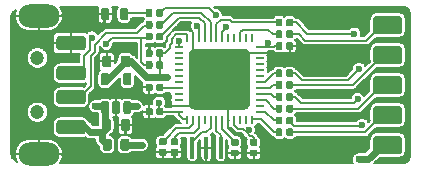
<source format=gtl>
G04 #@! TF.GenerationSoftware,KiCad,Pcbnew,5.0.0-rc1-44a33f2~62~ubuntu16.04.1*
G04 #@! TF.CreationDate,2018-03-27T11:25:49+02:00*
G04 #@! TF.ProjectId,ubmp_v1,75626D705F76312E6B696361645F7063,rev?*
G04 #@! TF.SameCoordinates,Original*
G04 #@! TF.FileFunction,Copper,L1,Top,Signal*
G04 #@! TF.FilePolarity,Positive*
%FSLAX46Y46*%
G04 Gerber Fmt 4.6, Leading zero omitted, Abs format (unit mm)*
G04 Created by KiCad (PCBNEW 5.0.0-rc1-44a33f2~62~ubuntu16.04.1) date Tue Mar 27 11:25:49 2018*
%MOMM*%
%LPD*%
G01*
G04 APERTURE LIST*
%ADD10O,0.250000X0.800000*%
%ADD11O,0.800000X0.250000*%
%ADD12C,0.100000*%
%ADD13C,5.150000*%
%ADD14C,0.575000*%
%ADD15C,1.200000*%
%ADD16O,3.500000X2.000000*%
%ADD17C,0.750000*%
%ADD18C,0.650000*%
%ADD19C,0.670000*%
%ADD20O,0.400000X1.900000*%
%ADD21C,1.600000*%
%ADD22C,0.600000*%
%ADD23C,0.200000*%
%ADD24C,0.600000*%
G04 APERTURE END LIST*
D10*
X100250000Y-108950000D03*
X100750000Y-108950000D03*
X101250000Y-108950000D03*
X101750000Y-108950000D03*
X102250000Y-108950000D03*
X102750000Y-108950000D03*
X103250000Y-108950000D03*
X103750000Y-108950000D03*
X104250000Y-108950000D03*
X104750000Y-108950000D03*
X105250000Y-108950000D03*
X105750000Y-108950000D03*
D11*
X106450000Y-108250000D03*
X106450000Y-107750000D03*
X106450000Y-107250000D03*
X106450000Y-106750000D03*
X106450000Y-106250000D03*
X106450000Y-105750000D03*
X106450000Y-105250000D03*
X106450000Y-104750000D03*
X106450000Y-104250000D03*
X106450000Y-103750000D03*
X106450000Y-103250000D03*
X106450000Y-102750000D03*
D10*
X105750000Y-102050000D03*
X105250000Y-102050000D03*
X104750000Y-102050000D03*
X104250000Y-102050000D03*
X103750000Y-102050000D03*
X103250000Y-102050000D03*
X102750000Y-102050000D03*
X102250000Y-102050000D03*
X101750000Y-102050000D03*
X101250000Y-102050000D03*
X100750000Y-102050000D03*
X100250000Y-102050000D03*
D11*
X99550000Y-102750000D03*
X99550000Y-103250000D03*
X99550000Y-103750000D03*
X99550000Y-104250000D03*
X99550000Y-104750000D03*
X99550000Y-105250000D03*
X99550000Y-105750000D03*
X99550000Y-106250000D03*
X99550000Y-106750000D03*
X99550000Y-107250000D03*
X99550000Y-107750000D03*
X99550000Y-108250000D03*
D12*
G36*
X105110479Y-102927480D02*
X105160472Y-102934896D01*
X105209497Y-102947176D01*
X105257082Y-102964202D01*
X105302769Y-102985811D01*
X105346119Y-103011793D01*
X105386713Y-103041900D01*
X105424160Y-103075840D01*
X105458100Y-103113287D01*
X105488207Y-103153881D01*
X105514189Y-103197231D01*
X105535798Y-103242918D01*
X105552824Y-103290503D01*
X105565104Y-103339528D01*
X105572520Y-103389521D01*
X105575000Y-103440000D01*
X105575000Y-107560000D01*
X105572520Y-107610479D01*
X105565104Y-107660472D01*
X105552824Y-107709497D01*
X105535798Y-107757082D01*
X105514189Y-107802769D01*
X105488207Y-107846119D01*
X105458100Y-107886713D01*
X105424160Y-107924160D01*
X105386713Y-107958100D01*
X105346119Y-107988207D01*
X105302769Y-108014189D01*
X105257082Y-108035798D01*
X105209497Y-108052824D01*
X105160472Y-108065104D01*
X105110479Y-108072520D01*
X105060000Y-108075000D01*
X100940000Y-108075000D01*
X100889521Y-108072520D01*
X100839528Y-108065104D01*
X100790503Y-108052824D01*
X100742918Y-108035798D01*
X100697231Y-108014189D01*
X100653881Y-107988207D01*
X100613287Y-107958100D01*
X100575840Y-107924160D01*
X100541900Y-107886713D01*
X100511793Y-107846119D01*
X100485811Y-107802769D01*
X100464202Y-107757082D01*
X100447176Y-107709497D01*
X100434896Y-107660472D01*
X100427480Y-107610479D01*
X100425000Y-107560000D01*
X100425000Y-103440000D01*
X100427480Y-103389521D01*
X100434896Y-103339528D01*
X100447176Y-103290503D01*
X100464202Y-103242918D01*
X100485811Y-103197231D01*
X100511793Y-103153881D01*
X100541900Y-103113287D01*
X100575840Y-103075840D01*
X100613287Y-103041900D01*
X100653881Y-103011793D01*
X100697231Y-102985811D01*
X100742918Y-102964202D01*
X100790503Y-102947176D01*
X100839528Y-102934896D01*
X100889521Y-102927480D01*
X100940000Y-102925000D01*
X105060000Y-102925000D01*
X105110479Y-102927480D01*
X105110479Y-102927480D01*
G37*
D13*
X103000000Y-105500000D03*
D12*
G36*
X104495340Y-110563192D02*
X104509294Y-110565262D01*
X104522978Y-110568690D01*
X104536261Y-110573442D01*
X104549013Y-110579474D01*
X104561113Y-110586726D01*
X104572444Y-110595130D01*
X104582897Y-110604603D01*
X104592370Y-110615056D01*
X104600774Y-110626387D01*
X104608026Y-110638487D01*
X104614058Y-110651239D01*
X104618810Y-110664522D01*
X104622238Y-110678206D01*
X104624308Y-110692160D01*
X104625000Y-110706250D01*
X104625000Y-110993750D01*
X104624308Y-111007840D01*
X104622238Y-111021794D01*
X104618810Y-111035478D01*
X104614058Y-111048761D01*
X104608026Y-111061513D01*
X104600774Y-111073613D01*
X104592370Y-111084944D01*
X104582897Y-111095397D01*
X104572444Y-111104870D01*
X104561113Y-111113274D01*
X104549013Y-111120526D01*
X104536261Y-111126558D01*
X104522978Y-111131310D01*
X104509294Y-111134738D01*
X104495340Y-111136808D01*
X104481250Y-111137500D01*
X104118750Y-111137500D01*
X104104660Y-111136808D01*
X104090706Y-111134738D01*
X104077022Y-111131310D01*
X104063739Y-111126558D01*
X104050987Y-111120526D01*
X104038887Y-111113274D01*
X104027556Y-111104870D01*
X104017103Y-111095397D01*
X104007630Y-111084944D01*
X103999226Y-111073613D01*
X103991974Y-111061513D01*
X103985942Y-111048761D01*
X103981190Y-111035478D01*
X103977762Y-111021794D01*
X103975692Y-111007840D01*
X103975000Y-110993750D01*
X103975000Y-110706250D01*
X103975692Y-110692160D01*
X103977762Y-110678206D01*
X103981190Y-110664522D01*
X103985942Y-110651239D01*
X103991974Y-110638487D01*
X103999226Y-110626387D01*
X104007630Y-110615056D01*
X104017103Y-110604603D01*
X104027556Y-110595130D01*
X104038887Y-110586726D01*
X104050987Y-110579474D01*
X104063739Y-110573442D01*
X104077022Y-110568690D01*
X104090706Y-110565262D01*
X104104660Y-110563192D01*
X104118750Y-110562500D01*
X104481250Y-110562500D01*
X104495340Y-110563192D01*
X104495340Y-110563192D01*
G37*
D14*
X104300000Y-110850000D03*
D12*
G36*
X104495340Y-111463192D02*
X104509294Y-111465262D01*
X104522978Y-111468690D01*
X104536261Y-111473442D01*
X104549013Y-111479474D01*
X104561113Y-111486726D01*
X104572444Y-111495130D01*
X104582897Y-111504603D01*
X104592370Y-111515056D01*
X104600774Y-111526387D01*
X104608026Y-111538487D01*
X104614058Y-111551239D01*
X104618810Y-111564522D01*
X104622238Y-111578206D01*
X104624308Y-111592160D01*
X104625000Y-111606250D01*
X104625000Y-111893750D01*
X104624308Y-111907840D01*
X104622238Y-111921794D01*
X104618810Y-111935478D01*
X104614058Y-111948761D01*
X104608026Y-111961513D01*
X104600774Y-111973613D01*
X104592370Y-111984944D01*
X104582897Y-111995397D01*
X104572444Y-112004870D01*
X104561113Y-112013274D01*
X104549013Y-112020526D01*
X104536261Y-112026558D01*
X104522978Y-112031310D01*
X104509294Y-112034738D01*
X104495340Y-112036808D01*
X104481250Y-112037500D01*
X104118750Y-112037500D01*
X104104660Y-112036808D01*
X104090706Y-112034738D01*
X104077022Y-112031310D01*
X104063739Y-112026558D01*
X104050987Y-112020526D01*
X104038887Y-112013274D01*
X104027556Y-112004870D01*
X104017103Y-111995397D01*
X104007630Y-111984944D01*
X103999226Y-111973613D01*
X103991974Y-111961513D01*
X103985942Y-111948761D01*
X103981190Y-111935478D01*
X103977762Y-111921794D01*
X103975692Y-111907840D01*
X103975000Y-111893750D01*
X103975000Y-111606250D01*
X103975692Y-111592160D01*
X103977762Y-111578206D01*
X103981190Y-111564522D01*
X103985942Y-111551239D01*
X103991974Y-111538487D01*
X103999226Y-111526387D01*
X104007630Y-111515056D01*
X104017103Y-111504603D01*
X104027556Y-111495130D01*
X104038887Y-111486726D01*
X104050987Y-111479474D01*
X104063739Y-111473442D01*
X104077022Y-111468690D01*
X104090706Y-111465262D01*
X104104660Y-111463192D01*
X104118750Y-111462500D01*
X104481250Y-111462500D01*
X104495340Y-111463192D01*
X104495340Y-111463192D01*
G37*
D14*
X104300000Y-111750000D03*
D12*
G36*
X99395340Y-111413192D02*
X99409294Y-111415262D01*
X99422978Y-111418690D01*
X99436261Y-111423442D01*
X99449013Y-111429474D01*
X99461113Y-111436726D01*
X99472444Y-111445130D01*
X99482897Y-111454603D01*
X99492370Y-111465056D01*
X99500774Y-111476387D01*
X99508026Y-111488487D01*
X99514058Y-111501239D01*
X99518810Y-111514522D01*
X99522238Y-111528206D01*
X99524308Y-111542160D01*
X99525000Y-111556250D01*
X99525000Y-111843750D01*
X99524308Y-111857840D01*
X99522238Y-111871794D01*
X99518810Y-111885478D01*
X99514058Y-111898761D01*
X99508026Y-111911513D01*
X99500774Y-111923613D01*
X99492370Y-111934944D01*
X99482897Y-111945397D01*
X99472444Y-111954870D01*
X99461113Y-111963274D01*
X99449013Y-111970526D01*
X99436261Y-111976558D01*
X99422978Y-111981310D01*
X99409294Y-111984738D01*
X99395340Y-111986808D01*
X99381250Y-111987500D01*
X99018750Y-111987500D01*
X99004660Y-111986808D01*
X98990706Y-111984738D01*
X98977022Y-111981310D01*
X98963739Y-111976558D01*
X98950987Y-111970526D01*
X98938887Y-111963274D01*
X98927556Y-111954870D01*
X98917103Y-111945397D01*
X98907630Y-111934944D01*
X98899226Y-111923613D01*
X98891974Y-111911513D01*
X98885942Y-111898761D01*
X98881190Y-111885478D01*
X98877762Y-111871794D01*
X98875692Y-111857840D01*
X98875000Y-111843750D01*
X98875000Y-111556250D01*
X98875692Y-111542160D01*
X98877762Y-111528206D01*
X98881190Y-111514522D01*
X98885942Y-111501239D01*
X98891974Y-111488487D01*
X98899226Y-111476387D01*
X98907630Y-111465056D01*
X98917103Y-111454603D01*
X98927556Y-111445130D01*
X98938887Y-111436726D01*
X98950987Y-111429474D01*
X98963739Y-111423442D01*
X98977022Y-111418690D01*
X98990706Y-111415262D01*
X99004660Y-111413192D01*
X99018750Y-111412500D01*
X99381250Y-111412500D01*
X99395340Y-111413192D01*
X99395340Y-111413192D01*
G37*
D14*
X99200000Y-111700000D03*
D12*
G36*
X99395340Y-110513192D02*
X99409294Y-110515262D01*
X99422978Y-110518690D01*
X99436261Y-110523442D01*
X99449013Y-110529474D01*
X99461113Y-110536726D01*
X99472444Y-110545130D01*
X99482897Y-110554603D01*
X99492370Y-110565056D01*
X99500774Y-110576387D01*
X99508026Y-110588487D01*
X99514058Y-110601239D01*
X99518810Y-110614522D01*
X99522238Y-110628206D01*
X99524308Y-110642160D01*
X99525000Y-110656250D01*
X99525000Y-110943750D01*
X99524308Y-110957840D01*
X99522238Y-110971794D01*
X99518810Y-110985478D01*
X99514058Y-110998761D01*
X99508026Y-111011513D01*
X99500774Y-111023613D01*
X99492370Y-111034944D01*
X99482897Y-111045397D01*
X99472444Y-111054870D01*
X99461113Y-111063274D01*
X99449013Y-111070526D01*
X99436261Y-111076558D01*
X99422978Y-111081310D01*
X99409294Y-111084738D01*
X99395340Y-111086808D01*
X99381250Y-111087500D01*
X99018750Y-111087500D01*
X99004660Y-111086808D01*
X98990706Y-111084738D01*
X98977022Y-111081310D01*
X98963739Y-111076558D01*
X98950987Y-111070526D01*
X98938887Y-111063274D01*
X98927556Y-111054870D01*
X98917103Y-111045397D01*
X98907630Y-111034944D01*
X98899226Y-111023613D01*
X98891974Y-111011513D01*
X98885942Y-110998761D01*
X98881190Y-110985478D01*
X98877762Y-110971794D01*
X98875692Y-110957840D01*
X98875000Y-110943750D01*
X98875000Y-110656250D01*
X98875692Y-110642160D01*
X98877762Y-110628206D01*
X98881190Y-110614522D01*
X98885942Y-110601239D01*
X98891974Y-110588487D01*
X98899226Y-110576387D01*
X98907630Y-110565056D01*
X98917103Y-110554603D01*
X98927556Y-110545130D01*
X98938887Y-110536726D01*
X98950987Y-110529474D01*
X98963739Y-110523442D01*
X98977022Y-110518690D01*
X98990706Y-110515262D01*
X99004660Y-110513192D01*
X99018750Y-110512500D01*
X99381250Y-110512500D01*
X99395340Y-110513192D01*
X99395340Y-110513192D01*
G37*
D14*
X99200000Y-110800000D03*
D15*
X87600000Y-103700000D03*
X87600000Y-108300000D03*
D12*
G36*
X91429405Y-108961445D02*
X91458527Y-108965764D01*
X91487085Y-108972918D01*
X91514805Y-108982836D01*
X91541419Y-108995424D01*
X91566671Y-109010559D01*
X91590318Y-109028097D01*
X91612132Y-109047868D01*
X91631903Y-109069682D01*
X91649441Y-109093329D01*
X91664576Y-109118581D01*
X91677164Y-109145195D01*
X91687082Y-109172915D01*
X91694236Y-109201473D01*
X91698555Y-109230595D01*
X91700000Y-109260000D01*
X91700000Y-109860000D01*
X91698555Y-109889405D01*
X91694236Y-109918527D01*
X91687082Y-109947085D01*
X91677164Y-109974805D01*
X91664576Y-110001419D01*
X91649441Y-110026671D01*
X91631903Y-110050318D01*
X91612132Y-110072132D01*
X91590318Y-110091903D01*
X91566671Y-110109441D01*
X91541419Y-110124576D01*
X91514805Y-110137164D01*
X91487085Y-110147082D01*
X91458527Y-110154236D01*
X91429405Y-110158555D01*
X91400000Y-110160000D01*
X89500000Y-110160000D01*
X89470595Y-110158555D01*
X89441473Y-110154236D01*
X89412915Y-110147082D01*
X89385195Y-110137164D01*
X89358581Y-110124576D01*
X89333329Y-110109441D01*
X89309682Y-110091903D01*
X89287868Y-110072132D01*
X89268097Y-110050318D01*
X89250559Y-110026671D01*
X89235424Y-110001419D01*
X89222836Y-109974805D01*
X89212918Y-109947085D01*
X89205764Y-109918527D01*
X89201445Y-109889405D01*
X89200000Y-109860000D01*
X89200000Y-109260000D01*
X89201445Y-109230595D01*
X89205764Y-109201473D01*
X89212918Y-109172915D01*
X89222836Y-109145195D01*
X89235424Y-109118581D01*
X89250559Y-109093329D01*
X89268097Y-109069682D01*
X89287868Y-109047868D01*
X89309682Y-109028097D01*
X89333329Y-109010559D01*
X89358581Y-108995424D01*
X89385195Y-108982836D01*
X89412915Y-108972918D01*
X89441473Y-108965764D01*
X89470595Y-108961445D01*
X89500000Y-108960000D01*
X91400000Y-108960000D01*
X91429405Y-108961445D01*
X91429405Y-108961445D01*
G37*
D15*
X90450000Y-109560000D03*
D12*
G36*
X91429405Y-106421445D02*
X91458527Y-106425764D01*
X91487085Y-106432918D01*
X91514805Y-106442836D01*
X91541419Y-106455424D01*
X91566671Y-106470559D01*
X91590318Y-106488097D01*
X91612132Y-106507868D01*
X91631903Y-106529682D01*
X91649441Y-106553329D01*
X91664576Y-106578581D01*
X91677164Y-106605195D01*
X91687082Y-106632915D01*
X91694236Y-106661473D01*
X91698555Y-106690595D01*
X91700000Y-106720000D01*
X91700000Y-107320000D01*
X91698555Y-107349405D01*
X91694236Y-107378527D01*
X91687082Y-107407085D01*
X91677164Y-107434805D01*
X91664576Y-107461419D01*
X91649441Y-107486671D01*
X91631903Y-107510318D01*
X91612132Y-107532132D01*
X91590318Y-107551903D01*
X91566671Y-107569441D01*
X91541419Y-107584576D01*
X91514805Y-107597164D01*
X91487085Y-107607082D01*
X91458527Y-107614236D01*
X91429405Y-107618555D01*
X91400000Y-107620000D01*
X89500000Y-107620000D01*
X89470595Y-107618555D01*
X89441473Y-107614236D01*
X89412915Y-107607082D01*
X89385195Y-107597164D01*
X89358581Y-107584576D01*
X89333329Y-107569441D01*
X89309682Y-107551903D01*
X89287868Y-107532132D01*
X89268097Y-107510318D01*
X89250559Y-107486671D01*
X89235424Y-107461419D01*
X89222836Y-107434805D01*
X89212918Y-107407085D01*
X89205764Y-107378527D01*
X89201445Y-107349405D01*
X89200000Y-107320000D01*
X89200000Y-106720000D01*
X89201445Y-106690595D01*
X89205764Y-106661473D01*
X89212918Y-106632915D01*
X89222836Y-106605195D01*
X89235424Y-106578581D01*
X89250559Y-106553329D01*
X89268097Y-106529682D01*
X89287868Y-106507868D01*
X89309682Y-106488097D01*
X89333329Y-106470559D01*
X89358581Y-106455424D01*
X89385195Y-106442836D01*
X89412915Y-106432918D01*
X89441473Y-106425764D01*
X89470595Y-106421445D01*
X89500000Y-106420000D01*
X91400000Y-106420000D01*
X91429405Y-106421445D01*
X91429405Y-106421445D01*
G37*
D15*
X90450000Y-107020000D03*
D12*
G36*
X91429405Y-104391445D02*
X91458527Y-104395764D01*
X91487085Y-104402918D01*
X91514805Y-104412836D01*
X91541419Y-104425424D01*
X91566671Y-104440559D01*
X91590318Y-104458097D01*
X91612132Y-104477868D01*
X91631903Y-104499682D01*
X91649441Y-104523329D01*
X91664576Y-104548581D01*
X91677164Y-104575195D01*
X91687082Y-104602915D01*
X91694236Y-104631473D01*
X91698555Y-104660595D01*
X91700000Y-104690000D01*
X91700000Y-105290000D01*
X91698555Y-105319405D01*
X91694236Y-105348527D01*
X91687082Y-105377085D01*
X91677164Y-105404805D01*
X91664576Y-105431419D01*
X91649441Y-105456671D01*
X91631903Y-105480318D01*
X91612132Y-105502132D01*
X91590318Y-105521903D01*
X91566671Y-105539441D01*
X91541419Y-105554576D01*
X91514805Y-105567164D01*
X91487085Y-105577082D01*
X91458527Y-105584236D01*
X91429405Y-105588555D01*
X91400000Y-105590000D01*
X89500000Y-105590000D01*
X89470595Y-105588555D01*
X89441473Y-105584236D01*
X89412915Y-105577082D01*
X89385195Y-105567164D01*
X89358581Y-105554576D01*
X89333329Y-105539441D01*
X89309682Y-105521903D01*
X89287868Y-105502132D01*
X89268097Y-105480318D01*
X89250559Y-105456671D01*
X89235424Y-105431419D01*
X89222836Y-105404805D01*
X89212918Y-105377085D01*
X89205764Y-105348527D01*
X89201445Y-105319405D01*
X89200000Y-105290000D01*
X89200000Y-104690000D01*
X89201445Y-104660595D01*
X89205764Y-104631473D01*
X89212918Y-104602915D01*
X89222836Y-104575195D01*
X89235424Y-104548581D01*
X89250559Y-104523329D01*
X89268097Y-104499682D01*
X89287868Y-104477868D01*
X89309682Y-104458097D01*
X89333329Y-104440559D01*
X89358581Y-104425424D01*
X89385195Y-104412836D01*
X89412915Y-104402918D01*
X89441473Y-104395764D01*
X89470595Y-104391445D01*
X89500000Y-104390000D01*
X91400000Y-104390000D01*
X91429405Y-104391445D01*
X91429405Y-104391445D01*
G37*
D15*
X90450000Y-104990000D03*
D12*
G36*
X91429405Y-101851445D02*
X91458527Y-101855764D01*
X91487085Y-101862918D01*
X91514805Y-101872836D01*
X91541419Y-101885424D01*
X91566671Y-101900559D01*
X91590318Y-101918097D01*
X91612132Y-101937868D01*
X91631903Y-101959682D01*
X91649441Y-101983329D01*
X91664576Y-102008581D01*
X91677164Y-102035195D01*
X91687082Y-102062915D01*
X91694236Y-102091473D01*
X91698555Y-102120595D01*
X91700000Y-102150000D01*
X91700000Y-102750000D01*
X91698555Y-102779405D01*
X91694236Y-102808527D01*
X91687082Y-102837085D01*
X91677164Y-102864805D01*
X91664576Y-102891419D01*
X91649441Y-102916671D01*
X91631903Y-102940318D01*
X91612132Y-102962132D01*
X91590318Y-102981903D01*
X91566671Y-102999441D01*
X91541419Y-103014576D01*
X91514805Y-103027164D01*
X91487085Y-103037082D01*
X91458527Y-103044236D01*
X91429405Y-103048555D01*
X91400000Y-103050000D01*
X89500000Y-103050000D01*
X89470595Y-103048555D01*
X89441473Y-103044236D01*
X89412915Y-103037082D01*
X89385195Y-103027164D01*
X89358581Y-103014576D01*
X89333329Y-102999441D01*
X89309682Y-102981903D01*
X89287868Y-102962132D01*
X89268097Y-102940318D01*
X89250559Y-102916671D01*
X89235424Y-102891419D01*
X89222836Y-102864805D01*
X89212918Y-102837085D01*
X89205764Y-102808527D01*
X89201445Y-102779405D01*
X89200000Y-102750000D01*
X89200000Y-102150000D01*
X89201445Y-102120595D01*
X89205764Y-102091473D01*
X89212918Y-102062915D01*
X89222836Y-102035195D01*
X89235424Y-102008581D01*
X89250559Y-101983329D01*
X89268097Y-101959682D01*
X89287868Y-101937868D01*
X89309682Y-101918097D01*
X89333329Y-101900559D01*
X89358581Y-101885424D01*
X89385195Y-101872836D01*
X89412915Y-101862918D01*
X89441473Y-101855764D01*
X89470595Y-101851445D01*
X89500000Y-101850000D01*
X91400000Y-101850000D01*
X91429405Y-101851445D01*
X91429405Y-101851445D01*
G37*
D15*
X90450000Y-102450000D03*
D16*
X87700000Y-111850000D03*
X87700000Y-100150000D03*
D12*
G36*
X93705878Y-110550903D02*
X93724079Y-110553603D01*
X93741928Y-110558074D01*
X93759253Y-110564273D01*
X93775887Y-110572140D01*
X93791669Y-110581599D01*
X93806449Y-110592561D01*
X93820083Y-110604917D01*
X93832439Y-110618551D01*
X93843401Y-110633331D01*
X93852860Y-110649113D01*
X93860727Y-110665747D01*
X93866926Y-110683072D01*
X93871397Y-110700921D01*
X93874097Y-110719122D01*
X93875000Y-110737500D01*
X93875000Y-111362500D01*
X93874097Y-111380878D01*
X93871397Y-111399079D01*
X93866926Y-111416928D01*
X93860727Y-111434253D01*
X93852860Y-111450887D01*
X93843401Y-111466669D01*
X93832439Y-111481449D01*
X93820083Y-111495083D01*
X93806449Y-111507439D01*
X93791669Y-111518401D01*
X93775887Y-111527860D01*
X93759253Y-111535727D01*
X93741928Y-111541926D01*
X93724079Y-111546397D01*
X93705878Y-111549097D01*
X93687500Y-111550000D01*
X93312500Y-111550000D01*
X93294122Y-111549097D01*
X93275921Y-111546397D01*
X93258072Y-111541926D01*
X93240747Y-111535727D01*
X93224113Y-111527860D01*
X93208331Y-111518401D01*
X93193551Y-111507439D01*
X93179917Y-111495083D01*
X93167561Y-111481449D01*
X93156599Y-111466669D01*
X93147140Y-111450887D01*
X93139273Y-111434253D01*
X93133074Y-111416928D01*
X93128603Y-111399079D01*
X93125903Y-111380878D01*
X93125000Y-111362500D01*
X93125000Y-110737500D01*
X93125903Y-110719122D01*
X93128603Y-110700921D01*
X93133074Y-110683072D01*
X93139273Y-110665747D01*
X93147140Y-110649113D01*
X93156599Y-110633331D01*
X93167561Y-110618551D01*
X93179917Y-110604917D01*
X93193551Y-110592561D01*
X93208331Y-110581599D01*
X93224113Y-110572140D01*
X93240747Y-110564273D01*
X93258072Y-110558074D01*
X93275921Y-110553603D01*
X93294122Y-110550903D01*
X93312500Y-110550000D01*
X93687500Y-110550000D01*
X93705878Y-110550903D01*
X93705878Y-110550903D01*
G37*
D17*
X93500000Y-111050000D03*
D12*
G36*
X95205878Y-110550903D02*
X95224079Y-110553603D01*
X95241928Y-110558074D01*
X95259253Y-110564273D01*
X95275887Y-110572140D01*
X95291669Y-110581599D01*
X95306449Y-110592561D01*
X95320083Y-110604917D01*
X95332439Y-110618551D01*
X95343401Y-110633331D01*
X95352860Y-110649113D01*
X95360727Y-110665747D01*
X95366926Y-110683072D01*
X95371397Y-110700921D01*
X95374097Y-110719122D01*
X95375000Y-110737500D01*
X95375000Y-111362500D01*
X95374097Y-111380878D01*
X95371397Y-111399079D01*
X95366926Y-111416928D01*
X95360727Y-111434253D01*
X95352860Y-111450887D01*
X95343401Y-111466669D01*
X95332439Y-111481449D01*
X95320083Y-111495083D01*
X95306449Y-111507439D01*
X95291669Y-111518401D01*
X95275887Y-111527860D01*
X95259253Y-111535727D01*
X95241928Y-111541926D01*
X95224079Y-111546397D01*
X95205878Y-111549097D01*
X95187500Y-111550000D01*
X94812500Y-111550000D01*
X94794122Y-111549097D01*
X94775921Y-111546397D01*
X94758072Y-111541926D01*
X94740747Y-111535727D01*
X94724113Y-111527860D01*
X94708331Y-111518401D01*
X94693551Y-111507439D01*
X94679917Y-111495083D01*
X94667561Y-111481449D01*
X94656599Y-111466669D01*
X94647140Y-111450887D01*
X94639273Y-111434253D01*
X94633074Y-111416928D01*
X94628603Y-111399079D01*
X94625903Y-111380878D01*
X94625000Y-111362500D01*
X94625000Y-110737500D01*
X94625903Y-110719122D01*
X94628603Y-110700921D01*
X94633074Y-110683072D01*
X94639273Y-110665747D01*
X94647140Y-110649113D01*
X94656599Y-110633331D01*
X94667561Y-110618551D01*
X94679917Y-110604917D01*
X94693551Y-110592561D01*
X94708331Y-110581599D01*
X94724113Y-110572140D01*
X94740747Y-110564273D01*
X94758072Y-110558074D01*
X94775921Y-110553603D01*
X94794122Y-110550903D01*
X94812500Y-110550000D01*
X95187500Y-110550000D01*
X95205878Y-110550903D01*
X95205878Y-110550903D01*
G37*
D17*
X95000000Y-111050000D03*
D12*
G36*
X93478428Y-104970782D02*
X93494202Y-104973122D01*
X93509671Y-104976997D01*
X93524686Y-104982370D01*
X93539102Y-104989188D01*
X93552780Y-104997386D01*
X93565589Y-105006886D01*
X93577405Y-105017595D01*
X93588114Y-105029411D01*
X93597614Y-105042220D01*
X93605812Y-105055898D01*
X93612630Y-105070314D01*
X93618003Y-105085329D01*
X93621878Y-105100798D01*
X93624218Y-105116572D01*
X93625000Y-105132500D01*
X93625000Y-105867500D01*
X93624218Y-105883428D01*
X93621878Y-105899202D01*
X93618003Y-105914671D01*
X93612630Y-105929686D01*
X93605812Y-105944102D01*
X93597614Y-105957780D01*
X93588114Y-105970589D01*
X93577405Y-105982405D01*
X93565589Y-105993114D01*
X93552780Y-106002614D01*
X93539102Y-106010812D01*
X93524686Y-106017630D01*
X93509671Y-106023003D01*
X93494202Y-106026878D01*
X93478428Y-106029218D01*
X93462500Y-106030000D01*
X93137500Y-106030000D01*
X93121572Y-106029218D01*
X93105798Y-106026878D01*
X93090329Y-106023003D01*
X93075314Y-106017630D01*
X93060898Y-106010812D01*
X93047220Y-106002614D01*
X93034411Y-105993114D01*
X93022595Y-105982405D01*
X93011886Y-105970589D01*
X93002386Y-105957780D01*
X92994188Y-105944102D01*
X92987370Y-105929686D01*
X92981997Y-105914671D01*
X92978122Y-105899202D01*
X92975782Y-105883428D01*
X92975000Y-105867500D01*
X92975000Y-105132500D01*
X92975782Y-105116572D01*
X92978122Y-105100798D01*
X92981997Y-105085329D01*
X92987370Y-105070314D01*
X92994188Y-105055898D01*
X93002386Y-105042220D01*
X93011886Y-105029411D01*
X93022595Y-105017595D01*
X93034411Y-105006886D01*
X93047220Y-104997386D01*
X93060898Y-104989188D01*
X93075314Y-104982370D01*
X93090329Y-104976997D01*
X93105798Y-104973122D01*
X93121572Y-104970782D01*
X93137500Y-104970000D01*
X93462500Y-104970000D01*
X93478428Y-104970782D01*
X93478428Y-104970782D01*
G37*
D18*
X93300000Y-105500000D03*
D12*
G36*
X95378428Y-104970782D02*
X95394202Y-104973122D01*
X95409671Y-104976997D01*
X95424686Y-104982370D01*
X95439102Y-104989188D01*
X95452780Y-104997386D01*
X95465589Y-105006886D01*
X95477405Y-105017595D01*
X95488114Y-105029411D01*
X95497614Y-105042220D01*
X95505812Y-105055898D01*
X95512630Y-105070314D01*
X95518003Y-105085329D01*
X95521878Y-105100798D01*
X95524218Y-105116572D01*
X95525000Y-105132500D01*
X95525000Y-105867500D01*
X95524218Y-105883428D01*
X95521878Y-105899202D01*
X95518003Y-105914671D01*
X95512630Y-105929686D01*
X95505812Y-105944102D01*
X95497614Y-105957780D01*
X95488114Y-105970589D01*
X95477405Y-105982405D01*
X95465589Y-105993114D01*
X95452780Y-106002614D01*
X95439102Y-106010812D01*
X95424686Y-106017630D01*
X95409671Y-106023003D01*
X95394202Y-106026878D01*
X95378428Y-106029218D01*
X95362500Y-106030000D01*
X95037500Y-106030000D01*
X95021572Y-106029218D01*
X95005798Y-106026878D01*
X94990329Y-106023003D01*
X94975314Y-106017630D01*
X94960898Y-106010812D01*
X94947220Y-106002614D01*
X94934411Y-105993114D01*
X94922595Y-105982405D01*
X94911886Y-105970589D01*
X94902386Y-105957780D01*
X94894188Y-105944102D01*
X94887370Y-105929686D01*
X94881997Y-105914671D01*
X94878122Y-105899202D01*
X94875782Y-105883428D01*
X94875000Y-105867500D01*
X94875000Y-105132500D01*
X94875782Y-105116572D01*
X94878122Y-105100798D01*
X94881997Y-105085329D01*
X94887370Y-105070314D01*
X94894188Y-105055898D01*
X94902386Y-105042220D01*
X94911886Y-105029411D01*
X94922595Y-105017595D01*
X94934411Y-105006886D01*
X94947220Y-104997386D01*
X94960898Y-104989188D01*
X94975314Y-104982370D01*
X94990329Y-104976997D01*
X95005798Y-104973122D01*
X95021572Y-104970782D01*
X95037500Y-104970000D01*
X95362500Y-104970000D01*
X95378428Y-104970782D01*
X95378428Y-104970782D01*
G37*
D18*
X95200000Y-105500000D03*
D12*
G36*
X95378428Y-107370782D02*
X95394202Y-107373122D01*
X95409671Y-107376997D01*
X95424686Y-107382370D01*
X95439102Y-107389188D01*
X95452780Y-107397386D01*
X95465589Y-107406886D01*
X95477405Y-107417595D01*
X95488114Y-107429411D01*
X95497614Y-107442220D01*
X95505812Y-107455898D01*
X95512630Y-107470314D01*
X95518003Y-107485329D01*
X95521878Y-107500798D01*
X95524218Y-107516572D01*
X95525000Y-107532500D01*
X95525000Y-108267500D01*
X95524218Y-108283428D01*
X95521878Y-108299202D01*
X95518003Y-108314671D01*
X95512630Y-108329686D01*
X95505812Y-108344102D01*
X95497614Y-108357780D01*
X95488114Y-108370589D01*
X95477405Y-108382405D01*
X95465589Y-108393114D01*
X95452780Y-108402614D01*
X95439102Y-108410812D01*
X95424686Y-108417630D01*
X95409671Y-108423003D01*
X95394202Y-108426878D01*
X95378428Y-108429218D01*
X95362500Y-108430000D01*
X95037500Y-108430000D01*
X95021572Y-108429218D01*
X95005798Y-108426878D01*
X94990329Y-108423003D01*
X94975314Y-108417630D01*
X94960898Y-108410812D01*
X94947220Y-108402614D01*
X94934411Y-108393114D01*
X94922595Y-108382405D01*
X94911886Y-108370589D01*
X94902386Y-108357780D01*
X94894188Y-108344102D01*
X94887370Y-108329686D01*
X94881997Y-108314671D01*
X94878122Y-108299202D01*
X94875782Y-108283428D01*
X94875000Y-108267500D01*
X94875000Y-107532500D01*
X94875782Y-107516572D01*
X94878122Y-107500798D01*
X94881997Y-107485329D01*
X94887370Y-107470314D01*
X94894188Y-107455898D01*
X94902386Y-107442220D01*
X94911886Y-107429411D01*
X94922595Y-107417595D01*
X94934411Y-107406886D01*
X94947220Y-107397386D01*
X94960898Y-107389188D01*
X94975314Y-107382370D01*
X94990329Y-107376997D01*
X95005798Y-107373122D01*
X95021572Y-107370782D01*
X95037500Y-107370000D01*
X95362500Y-107370000D01*
X95378428Y-107370782D01*
X95378428Y-107370782D01*
G37*
D18*
X95200000Y-107900000D03*
D12*
G36*
X94428428Y-107370782D02*
X94444202Y-107373122D01*
X94459671Y-107376997D01*
X94474686Y-107382370D01*
X94489102Y-107389188D01*
X94502780Y-107397386D01*
X94515589Y-107406886D01*
X94527405Y-107417595D01*
X94538114Y-107429411D01*
X94547614Y-107442220D01*
X94555812Y-107455898D01*
X94562630Y-107470314D01*
X94568003Y-107485329D01*
X94571878Y-107500798D01*
X94574218Y-107516572D01*
X94575000Y-107532500D01*
X94575000Y-108267500D01*
X94574218Y-108283428D01*
X94571878Y-108299202D01*
X94568003Y-108314671D01*
X94562630Y-108329686D01*
X94555812Y-108344102D01*
X94547614Y-108357780D01*
X94538114Y-108370589D01*
X94527405Y-108382405D01*
X94515589Y-108393114D01*
X94502780Y-108402614D01*
X94489102Y-108410812D01*
X94474686Y-108417630D01*
X94459671Y-108423003D01*
X94444202Y-108426878D01*
X94428428Y-108429218D01*
X94412500Y-108430000D01*
X94087500Y-108430000D01*
X94071572Y-108429218D01*
X94055798Y-108426878D01*
X94040329Y-108423003D01*
X94025314Y-108417630D01*
X94010898Y-108410812D01*
X93997220Y-108402614D01*
X93984411Y-108393114D01*
X93972595Y-108382405D01*
X93961886Y-108370589D01*
X93952386Y-108357780D01*
X93944188Y-108344102D01*
X93937370Y-108329686D01*
X93931997Y-108314671D01*
X93928122Y-108299202D01*
X93925782Y-108283428D01*
X93925000Y-108267500D01*
X93925000Y-107532500D01*
X93925782Y-107516572D01*
X93928122Y-107500798D01*
X93931997Y-107485329D01*
X93937370Y-107470314D01*
X93944188Y-107455898D01*
X93952386Y-107442220D01*
X93961886Y-107429411D01*
X93972595Y-107417595D01*
X93984411Y-107406886D01*
X93997220Y-107397386D01*
X94010898Y-107389188D01*
X94025314Y-107382370D01*
X94040329Y-107376997D01*
X94055798Y-107373122D01*
X94071572Y-107370782D01*
X94087500Y-107370000D01*
X94412500Y-107370000D01*
X94428428Y-107370782D01*
X94428428Y-107370782D01*
G37*
D18*
X94250000Y-107900000D03*
D12*
G36*
X93478428Y-107370782D02*
X93494202Y-107373122D01*
X93509671Y-107376997D01*
X93524686Y-107382370D01*
X93539102Y-107389188D01*
X93552780Y-107397386D01*
X93565589Y-107406886D01*
X93577405Y-107417595D01*
X93588114Y-107429411D01*
X93597614Y-107442220D01*
X93605812Y-107455898D01*
X93612630Y-107470314D01*
X93618003Y-107485329D01*
X93621878Y-107500798D01*
X93624218Y-107516572D01*
X93625000Y-107532500D01*
X93625000Y-108267500D01*
X93624218Y-108283428D01*
X93621878Y-108299202D01*
X93618003Y-108314671D01*
X93612630Y-108329686D01*
X93605812Y-108344102D01*
X93597614Y-108357780D01*
X93588114Y-108370589D01*
X93577405Y-108382405D01*
X93565589Y-108393114D01*
X93552780Y-108402614D01*
X93539102Y-108410812D01*
X93524686Y-108417630D01*
X93509671Y-108423003D01*
X93494202Y-108426878D01*
X93478428Y-108429218D01*
X93462500Y-108430000D01*
X93137500Y-108430000D01*
X93121572Y-108429218D01*
X93105798Y-108426878D01*
X93090329Y-108423003D01*
X93075314Y-108417630D01*
X93060898Y-108410812D01*
X93047220Y-108402614D01*
X93034411Y-108393114D01*
X93022595Y-108382405D01*
X93011886Y-108370589D01*
X93002386Y-108357780D01*
X92994188Y-108344102D01*
X92987370Y-108329686D01*
X92981997Y-108314671D01*
X92978122Y-108299202D01*
X92975782Y-108283428D01*
X92975000Y-108267500D01*
X92975000Y-107532500D01*
X92975782Y-107516572D01*
X92978122Y-107500798D01*
X92981997Y-107485329D01*
X92987370Y-107470314D01*
X92994188Y-107455898D01*
X93002386Y-107442220D01*
X93011886Y-107429411D01*
X93022595Y-107417595D01*
X93034411Y-107406886D01*
X93047220Y-107397386D01*
X93060898Y-107389188D01*
X93075314Y-107382370D01*
X93090329Y-107376997D01*
X93105798Y-107373122D01*
X93121572Y-107370782D01*
X93137500Y-107370000D01*
X93462500Y-107370000D01*
X93478428Y-107370782D01*
X93478428Y-107370782D01*
G37*
D18*
X93300000Y-107900000D03*
D12*
G36*
X98395340Y-111413192D02*
X98409294Y-111415262D01*
X98422978Y-111418690D01*
X98436261Y-111423442D01*
X98449013Y-111429474D01*
X98461113Y-111436726D01*
X98472444Y-111445130D01*
X98482897Y-111454603D01*
X98492370Y-111465056D01*
X98500774Y-111476387D01*
X98508026Y-111488487D01*
X98514058Y-111501239D01*
X98518810Y-111514522D01*
X98522238Y-111528206D01*
X98524308Y-111542160D01*
X98525000Y-111556250D01*
X98525000Y-111843750D01*
X98524308Y-111857840D01*
X98522238Y-111871794D01*
X98518810Y-111885478D01*
X98514058Y-111898761D01*
X98508026Y-111911513D01*
X98500774Y-111923613D01*
X98492370Y-111934944D01*
X98482897Y-111945397D01*
X98472444Y-111954870D01*
X98461113Y-111963274D01*
X98449013Y-111970526D01*
X98436261Y-111976558D01*
X98422978Y-111981310D01*
X98409294Y-111984738D01*
X98395340Y-111986808D01*
X98381250Y-111987500D01*
X98018750Y-111987500D01*
X98004660Y-111986808D01*
X97990706Y-111984738D01*
X97977022Y-111981310D01*
X97963739Y-111976558D01*
X97950987Y-111970526D01*
X97938887Y-111963274D01*
X97927556Y-111954870D01*
X97917103Y-111945397D01*
X97907630Y-111934944D01*
X97899226Y-111923613D01*
X97891974Y-111911513D01*
X97885942Y-111898761D01*
X97881190Y-111885478D01*
X97877762Y-111871794D01*
X97875692Y-111857840D01*
X97875000Y-111843750D01*
X97875000Y-111556250D01*
X97875692Y-111542160D01*
X97877762Y-111528206D01*
X97881190Y-111514522D01*
X97885942Y-111501239D01*
X97891974Y-111488487D01*
X97899226Y-111476387D01*
X97907630Y-111465056D01*
X97917103Y-111454603D01*
X97927556Y-111445130D01*
X97938887Y-111436726D01*
X97950987Y-111429474D01*
X97963739Y-111423442D01*
X97977022Y-111418690D01*
X97990706Y-111415262D01*
X98004660Y-111413192D01*
X98018750Y-111412500D01*
X98381250Y-111412500D01*
X98395340Y-111413192D01*
X98395340Y-111413192D01*
G37*
D14*
X98200000Y-111700000D03*
D12*
G36*
X98395340Y-110513192D02*
X98409294Y-110515262D01*
X98422978Y-110518690D01*
X98436261Y-110523442D01*
X98449013Y-110529474D01*
X98461113Y-110536726D01*
X98472444Y-110545130D01*
X98482897Y-110554603D01*
X98492370Y-110565056D01*
X98500774Y-110576387D01*
X98508026Y-110588487D01*
X98514058Y-110601239D01*
X98518810Y-110614522D01*
X98522238Y-110628206D01*
X98524308Y-110642160D01*
X98525000Y-110656250D01*
X98525000Y-110943750D01*
X98524308Y-110957840D01*
X98522238Y-110971794D01*
X98518810Y-110985478D01*
X98514058Y-110998761D01*
X98508026Y-111011513D01*
X98500774Y-111023613D01*
X98492370Y-111034944D01*
X98482897Y-111045397D01*
X98472444Y-111054870D01*
X98461113Y-111063274D01*
X98449013Y-111070526D01*
X98436261Y-111076558D01*
X98422978Y-111081310D01*
X98409294Y-111084738D01*
X98395340Y-111086808D01*
X98381250Y-111087500D01*
X98018750Y-111087500D01*
X98004660Y-111086808D01*
X97990706Y-111084738D01*
X97977022Y-111081310D01*
X97963739Y-111076558D01*
X97950987Y-111070526D01*
X97938887Y-111063274D01*
X97927556Y-111054870D01*
X97917103Y-111045397D01*
X97907630Y-111034944D01*
X97899226Y-111023613D01*
X97891974Y-111011513D01*
X97885942Y-110998761D01*
X97881190Y-110985478D01*
X97877762Y-110971794D01*
X97875692Y-110957840D01*
X97875000Y-110943750D01*
X97875000Y-110656250D01*
X97875692Y-110642160D01*
X97877762Y-110628206D01*
X97881190Y-110614522D01*
X97885942Y-110601239D01*
X97891974Y-110588487D01*
X97899226Y-110576387D01*
X97907630Y-110565056D01*
X97917103Y-110554603D01*
X97927556Y-110545130D01*
X97938887Y-110536726D01*
X97950987Y-110529474D01*
X97963739Y-110523442D01*
X97977022Y-110518690D01*
X97990706Y-110515262D01*
X98004660Y-110513192D01*
X98018750Y-110512500D01*
X98381250Y-110512500D01*
X98395340Y-110513192D01*
X98395340Y-110513192D01*
G37*
D14*
X98200000Y-110800000D03*
D12*
G36*
X97195340Y-99575692D02*
X97209294Y-99577762D01*
X97222978Y-99581190D01*
X97236261Y-99585942D01*
X97249013Y-99591974D01*
X97261113Y-99599226D01*
X97272444Y-99607630D01*
X97282897Y-99617103D01*
X97292370Y-99627556D01*
X97300774Y-99638887D01*
X97308026Y-99650987D01*
X97314058Y-99663739D01*
X97318810Y-99677022D01*
X97322238Y-99690706D01*
X97324308Y-99704660D01*
X97325000Y-99718750D01*
X97325000Y-100081250D01*
X97324308Y-100095340D01*
X97322238Y-100109294D01*
X97318810Y-100122978D01*
X97314058Y-100136261D01*
X97308026Y-100149013D01*
X97300774Y-100161113D01*
X97292370Y-100172444D01*
X97282897Y-100182897D01*
X97272444Y-100192370D01*
X97261113Y-100200774D01*
X97249013Y-100208026D01*
X97236261Y-100214058D01*
X97222978Y-100218810D01*
X97209294Y-100222238D01*
X97195340Y-100224308D01*
X97181250Y-100225000D01*
X96893750Y-100225000D01*
X96879660Y-100224308D01*
X96865706Y-100222238D01*
X96852022Y-100218810D01*
X96838739Y-100214058D01*
X96825987Y-100208026D01*
X96813887Y-100200774D01*
X96802556Y-100192370D01*
X96792103Y-100182897D01*
X96782630Y-100172444D01*
X96774226Y-100161113D01*
X96766974Y-100149013D01*
X96760942Y-100136261D01*
X96756190Y-100122978D01*
X96752762Y-100109294D01*
X96750692Y-100095340D01*
X96750000Y-100081250D01*
X96750000Y-99718750D01*
X96750692Y-99704660D01*
X96752762Y-99690706D01*
X96756190Y-99677022D01*
X96760942Y-99663739D01*
X96766974Y-99650987D01*
X96774226Y-99638887D01*
X96782630Y-99627556D01*
X96792103Y-99617103D01*
X96802556Y-99607630D01*
X96813887Y-99599226D01*
X96825987Y-99591974D01*
X96838739Y-99585942D01*
X96852022Y-99581190D01*
X96865706Y-99577762D01*
X96879660Y-99575692D01*
X96893750Y-99575000D01*
X97181250Y-99575000D01*
X97195340Y-99575692D01*
X97195340Y-99575692D01*
G37*
D14*
X97037500Y-99900000D03*
D12*
G36*
X98095340Y-99575692D02*
X98109294Y-99577762D01*
X98122978Y-99581190D01*
X98136261Y-99585942D01*
X98149013Y-99591974D01*
X98161113Y-99599226D01*
X98172444Y-99607630D01*
X98182897Y-99617103D01*
X98192370Y-99627556D01*
X98200774Y-99638887D01*
X98208026Y-99650987D01*
X98214058Y-99663739D01*
X98218810Y-99677022D01*
X98222238Y-99690706D01*
X98224308Y-99704660D01*
X98225000Y-99718750D01*
X98225000Y-100081250D01*
X98224308Y-100095340D01*
X98222238Y-100109294D01*
X98218810Y-100122978D01*
X98214058Y-100136261D01*
X98208026Y-100149013D01*
X98200774Y-100161113D01*
X98192370Y-100172444D01*
X98182897Y-100182897D01*
X98172444Y-100192370D01*
X98161113Y-100200774D01*
X98149013Y-100208026D01*
X98136261Y-100214058D01*
X98122978Y-100218810D01*
X98109294Y-100222238D01*
X98095340Y-100224308D01*
X98081250Y-100225000D01*
X97793750Y-100225000D01*
X97779660Y-100224308D01*
X97765706Y-100222238D01*
X97752022Y-100218810D01*
X97738739Y-100214058D01*
X97725987Y-100208026D01*
X97713887Y-100200774D01*
X97702556Y-100192370D01*
X97692103Y-100182897D01*
X97682630Y-100172444D01*
X97674226Y-100161113D01*
X97666974Y-100149013D01*
X97660942Y-100136261D01*
X97656190Y-100122978D01*
X97652762Y-100109294D01*
X97650692Y-100095340D01*
X97650000Y-100081250D01*
X97650000Y-99718750D01*
X97650692Y-99704660D01*
X97652762Y-99690706D01*
X97656190Y-99677022D01*
X97660942Y-99663739D01*
X97666974Y-99650987D01*
X97674226Y-99638887D01*
X97682630Y-99627556D01*
X97692103Y-99617103D01*
X97702556Y-99607630D01*
X97713887Y-99599226D01*
X97725987Y-99591974D01*
X97738739Y-99585942D01*
X97752022Y-99581190D01*
X97765706Y-99577762D01*
X97779660Y-99575692D01*
X97793750Y-99575000D01*
X98081250Y-99575000D01*
X98095340Y-99575692D01*
X98095340Y-99575692D01*
G37*
D14*
X97937500Y-99900000D03*
D12*
G36*
X108207840Y-109675692D02*
X108221794Y-109677762D01*
X108235478Y-109681190D01*
X108248761Y-109685942D01*
X108261513Y-109691974D01*
X108273613Y-109699226D01*
X108284944Y-109707630D01*
X108295397Y-109717103D01*
X108304870Y-109727556D01*
X108313274Y-109738887D01*
X108320526Y-109750987D01*
X108326558Y-109763739D01*
X108331310Y-109777022D01*
X108334738Y-109790706D01*
X108336808Y-109804660D01*
X108337500Y-109818750D01*
X108337500Y-110181250D01*
X108336808Y-110195340D01*
X108334738Y-110209294D01*
X108331310Y-110222978D01*
X108326558Y-110236261D01*
X108320526Y-110249013D01*
X108313274Y-110261113D01*
X108304870Y-110272444D01*
X108295397Y-110282897D01*
X108284944Y-110292370D01*
X108273613Y-110300774D01*
X108261513Y-110308026D01*
X108248761Y-110314058D01*
X108235478Y-110318810D01*
X108221794Y-110322238D01*
X108207840Y-110324308D01*
X108193750Y-110325000D01*
X107906250Y-110325000D01*
X107892160Y-110324308D01*
X107878206Y-110322238D01*
X107864522Y-110318810D01*
X107851239Y-110314058D01*
X107838487Y-110308026D01*
X107826387Y-110300774D01*
X107815056Y-110292370D01*
X107804603Y-110282897D01*
X107795130Y-110272444D01*
X107786726Y-110261113D01*
X107779474Y-110249013D01*
X107773442Y-110236261D01*
X107768690Y-110222978D01*
X107765262Y-110209294D01*
X107763192Y-110195340D01*
X107762500Y-110181250D01*
X107762500Y-109818750D01*
X107763192Y-109804660D01*
X107765262Y-109790706D01*
X107768690Y-109777022D01*
X107773442Y-109763739D01*
X107779474Y-109750987D01*
X107786726Y-109738887D01*
X107795130Y-109727556D01*
X107804603Y-109717103D01*
X107815056Y-109707630D01*
X107826387Y-109699226D01*
X107838487Y-109691974D01*
X107851239Y-109685942D01*
X107864522Y-109681190D01*
X107878206Y-109677762D01*
X107892160Y-109675692D01*
X107906250Y-109675000D01*
X108193750Y-109675000D01*
X108207840Y-109675692D01*
X108207840Y-109675692D01*
G37*
D14*
X108050000Y-110000000D03*
D12*
G36*
X109107840Y-109675692D02*
X109121794Y-109677762D01*
X109135478Y-109681190D01*
X109148761Y-109685942D01*
X109161513Y-109691974D01*
X109173613Y-109699226D01*
X109184944Y-109707630D01*
X109195397Y-109717103D01*
X109204870Y-109727556D01*
X109213274Y-109738887D01*
X109220526Y-109750987D01*
X109226558Y-109763739D01*
X109231310Y-109777022D01*
X109234738Y-109790706D01*
X109236808Y-109804660D01*
X109237500Y-109818750D01*
X109237500Y-110181250D01*
X109236808Y-110195340D01*
X109234738Y-110209294D01*
X109231310Y-110222978D01*
X109226558Y-110236261D01*
X109220526Y-110249013D01*
X109213274Y-110261113D01*
X109204870Y-110272444D01*
X109195397Y-110282897D01*
X109184944Y-110292370D01*
X109173613Y-110300774D01*
X109161513Y-110308026D01*
X109148761Y-110314058D01*
X109135478Y-110318810D01*
X109121794Y-110322238D01*
X109107840Y-110324308D01*
X109093750Y-110325000D01*
X108806250Y-110325000D01*
X108792160Y-110324308D01*
X108778206Y-110322238D01*
X108764522Y-110318810D01*
X108751239Y-110314058D01*
X108738487Y-110308026D01*
X108726387Y-110300774D01*
X108715056Y-110292370D01*
X108704603Y-110282897D01*
X108695130Y-110272444D01*
X108686726Y-110261113D01*
X108679474Y-110249013D01*
X108673442Y-110236261D01*
X108668690Y-110222978D01*
X108665262Y-110209294D01*
X108663192Y-110195340D01*
X108662500Y-110181250D01*
X108662500Y-109818750D01*
X108663192Y-109804660D01*
X108665262Y-109790706D01*
X108668690Y-109777022D01*
X108673442Y-109763739D01*
X108679474Y-109750987D01*
X108686726Y-109738887D01*
X108695130Y-109727556D01*
X108704603Y-109717103D01*
X108715056Y-109707630D01*
X108726387Y-109699226D01*
X108738487Y-109691974D01*
X108751239Y-109685942D01*
X108764522Y-109681190D01*
X108778206Y-109677762D01*
X108792160Y-109675692D01*
X108806250Y-109675000D01*
X109093750Y-109675000D01*
X109107840Y-109675692D01*
X109107840Y-109675692D01*
G37*
D14*
X108950000Y-110000000D03*
D12*
G36*
X108207840Y-108675692D02*
X108221794Y-108677762D01*
X108235478Y-108681190D01*
X108248761Y-108685942D01*
X108261513Y-108691974D01*
X108273613Y-108699226D01*
X108284944Y-108707630D01*
X108295397Y-108717103D01*
X108304870Y-108727556D01*
X108313274Y-108738887D01*
X108320526Y-108750987D01*
X108326558Y-108763739D01*
X108331310Y-108777022D01*
X108334738Y-108790706D01*
X108336808Y-108804660D01*
X108337500Y-108818750D01*
X108337500Y-109181250D01*
X108336808Y-109195340D01*
X108334738Y-109209294D01*
X108331310Y-109222978D01*
X108326558Y-109236261D01*
X108320526Y-109249013D01*
X108313274Y-109261113D01*
X108304870Y-109272444D01*
X108295397Y-109282897D01*
X108284944Y-109292370D01*
X108273613Y-109300774D01*
X108261513Y-109308026D01*
X108248761Y-109314058D01*
X108235478Y-109318810D01*
X108221794Y-109322238D01*
X108207840Y-109324308D01*
X108193750Y-109325000D01*
X107906250Y-109325000D01*
X107892160Y-109324308D01*
X107878206Y-109322238D01*
X107864522Y-109318810D01*
X107851239Y-109314058D01*
X107838487Y-109308026D01*
X107826387Y-109300774D01*
X107815056Y-109292370D01*
X107804603Y-109282897D01*
X107795130Y-109272444D01*
X107786726Y-109261113D01*
X107779474Y-109249013D01*
X107773442Y-109236261D01*
X107768690Y-109222978D01*
X107765262Y-109209294D01*
X107763192Y-109195340D01*
X107762500Y-109181250D01*
X107762500Y-108818750D01*
X107763192Y-108804660D01*
X107765262Y-108790706D01*
X107768690Y-108777022D01*
X107773442Y-108763739D01*
X107779474Y-108750987D01*
X107786726Y-108738887D01*
X107795130Y-108727556D01*
X107804603Y-108717103D01*
X107815056Y-108707630D01*
X107826387Y-108699226D01*
X107838487Y-108691974D01*
X107851239Y-108685942D01*
X107864522Y-108681190D01*
X107878206Y-108677762D01*
X107892160Y-108675692D01*
X107906250Y-108675000D01*
X108193750Y-108675000D01*
X108207840Y-108675692D01*
X108207840Y-108675692D01*
G37*
D14*
X108050000Y-109000000D03*
D12*
G36*
X109107840Y-108675692D02*
X109121794Y-108677762D01*
X109135478Y-108681190D01*
X109148761Y-108685942D01*
X109161513Y-108691974D01*
X109173613Y-108699226D01*
X109184944Y-108707630D01*
X109195397Y-108717103D01*
X109204870Y-108727556D01*
X109213274Y-108738887D01*
X109220526Y-108750987D01*
X109226558Y-108763739D01*
X109231310Y-108777022D01*
X109234738Y-108790706D01*
X109236808Y-108804660D01*
X109237500Y-108818750D01*
X109237500Y-109181250D01*
X109236808Y-109195340D01*
X109234738Y-109209294D01*
X109231310Y-109222978D01*
X109226558Y-109236261D01*
X109220526Y-109249013D01*
X109213274Y-109261113D01*
X109204870Y-109272444D01*
X109195397Y-109282897D01*
X109184944Y-109292370D01*
X109173613Y-109300774D01*
X109161513Y-109308026D01*
X109148761Y-109314058D01*
X109135478Y-109318810D01*
X109121794Y-109322238D01*
X109107840Y-109324308D01*
X109093750Y-109325000D01*
X108806250Y-109325000D01*
X108792160Y-109324308D01*
X108778206Y-109322238D01*
X108764522Y-109318810D01*
X108751239Y-109314058D01*
X108738487Y-109308026D01*
X108726387Y-109300774D01*
X108715056Y-109292370D01*
X108704603Y-109282897D01*
X108695130Y-109272444D01*
X108686726Y-109261113D01*
X108679474Y-109249013D01*
X108673442Y-109236261D01*
X108668690Y-109222978D01*
X108665262Y-109209294D01*
X108663192Y-109195340D01*
X108662500Y-109181250D01*
X108662500Y-108818750D01*
X108663192Y-108804660D01*
X108665262Y-108790706D01*
X108668690Y-108777022D01*
X108673442Y-108763739D01*
X108679474Y-108750987D01*
X108686726Y-108738887D01*
X108695130Y-108727556D01*
X108704603Y-108717103D01*
X108715056Y-108707630D01*
X108726387Y-108699226D01*
X108738487Y-108691974D01*
X108751239Y-108685942D01*
X108764522Y-108681190D01*
X108778206Y-108677762D01*
X108792160Y-108675692D01*
X108806250Y-108675000D01*
X109093750Y-108675000D01*
X109107840Y-108675692D01*
X109107840Y-108675692D01*
G37*
D14*
X108950000Y-109000000D03*
D12*
G36*
X108207840Y-105675692D02*
X108221794Y-105677762D01*
X108235478Y-105681190D01*
X108248761Y-105685942D01*
X108261513Y-105691974D01*
X108273613Y-105699226D01*
X108284944Y-105707630D01*
X108295397Y-105717103D01*
X108304870Y-105727556D01*
X108313274Y-105738887D01*
X108320526Y-105750987D01*
X108326558Y-105763739D01*
X108331310Y-105777022D01*
X108334738Y-105790706D01*
X108336808Y-105804660D01*
X108337500Y-105818750D01*
X108337500Y-106181250D01*
X108336808Y-106195340D01*
X108334738Y-106209294D01*
X108331310Y-106222978D01*
X108326558Y-106236261D01*
X108320526Y-106249013D01*
X108313274Y-106261113D01*
X108304870Y-106272444D01*
X108295397Y-106282897D01*
X108284944Y-106292370D01*
X108273613Y-106300774D01*
X108261513Y-106308026D01*
X108248761Y-106314058D01*
X108235478Y-106318810D01*
X108221794Y-106322238D01*
X108207840Y-106324308D01*
X108193750Y-106325000D01*
X107906250Y-106325000D01*
X107892160Y-106324308D01*
X107878206Y-106322238D01*
X107864522Y-106318810D01*
X107851239Y-106314058D01*
X107838487Y-106308026D01*
X107826387Y-106300774D01*
X107815056Y-106292370D01*
X107804603Y-106282897D01*
X107795130Y-106272444D01*
X107786726Y-106261113D01*
X107779474Y-106249013D01*
X107773442Y-106236261D01*
X107768690Y-106222978D01*
X107765262Y-106209294D01*
X107763192Y-106195340D01*
X107762500Y-106181250D01*
X107762500Y-105818750D01*
X107763192Y-105804660D01*
X107765262Y-105790706D01*
X107768690Y-105777022D01*
X107773442Y-105763739D01*
X107779474Y-105750987D01*
X107786726Y-105738887D01*
X107795130Y-105727556D01*
X107804603Y-105717103D01*
X107815056Y-105707630D01*
X107826387Y-105699226D01*
X107838487Y-105691974D01*
X107851239Y-105685942D01*
X107864522Y-105681190D01*
X107878206Y-105677762D01*
X107892160Y-105675692D01*
X107906250Y-105675000D01*
X108193750Y-105675000D01*
X108207840Y-105675692D01*
X108207840Y-105675692D01*
G37*
D14*
X108050000Y-106000000D03*
D12*
G36*
X109107840Y-105675692D02*
X109121794Y-105677762D01*
X109135478Y-105681190D01*
X109148761Y-105685942D01*
X109161513Y-105691974D01*
X109173613Y-105699226D01*
X109184944Y-105707630D01*
X109195397Y-105717103D01*
X109204870Y-105727556D01*
X109213274Y-105738887D01*
X109220526Y-105750987D01*
X109226558Y-105763739D01*
X109231310Y-105777022D01*
X109234738Y-105790706D01*
X109236808Y-105804660D01*
X109237500Y-105818750D01*
X109237500Y-106181250D01*
X109236808Y-106195340D01*
X109234738Y-106209294D01*
X109231310Y-106222978D01*
X109226558Y-106236261D01*
X109220526Y-106249013D01*
X109213274Y-106261113D01*
X109204870Y-106272444D01*
X109195397Y-106282897D01*
X109184944Y-106292370D01*
X109173613Y-106300774D01*
X109161513Y-106308026D01*
X109148761Y-106314058D01*
X109135478Y-106318810D01*
X109121794Y-106322238D01*
X109107840Y-106324308D01*
X109093750Y-106325000D01*
X108806250Y-106325000D01*
X108792160Y-106324308D01*
X108778206Y-106322238D01*
X108764522Y-106318810D01*
X108751239Y-106314058D01*
X108738487Y-106308026D01*
X108726387Y-106300774D01*
X108715056Y-106292370D01*
X108704603Y-106282897D01*
X108695130Y-106272444D01*
X108686726Y-106261113D01*
X108679474Y-106249013D01*
X108673442Y-106236261D01*
X108668690Y-106222978D01*
X108665262Y-106209294D01*
X108663192Y-106195340D01*
X108662500Y-106181250D01*
X108662500Y-105818750D01*
X108663192Y-105804660D01*
X108665262Y-105790706D01*
X108668690Y-105777022D01*
X108673442Y-105763739D01*
X108679474Y-105750987D01*
X108686726Y-105738887D01*
X108695130Y-105727556D01*
X108704603Y-105717103D01*
X108715056Y-105707630D01*
X108726387Y-105699226D01*
X108738487Y-105691974D01*
X108751239Y-105685942D01*
X108764522Y-105681190D01*
X108778206Y-105677762D01*
X108792160Y-105675692D01*
X108806250Y-105675000D01*
X109093750Y-105675000D01*
X109107840Y-105675692D01*
X109107840Y-105675692D01*
G37*
D14*
X108950000Y-106000000D03*
D12*
G36*
X108207840Y-104675692D02*
X108221794Y-104677762D01*
X108235478Y-104681190D01*
X108248761Y-104685942D01*
X108261513Y-104691974D01*
X108273613Y-104699226D01*
X108284944Y-104707630D01*
X108295397Y-104717103D01*
X108304870Y-104727556D01*
X108313274Y-104738887D01*
X108320526Y-104750987D01*
X108326558Y-104763739D01*
X108331310Y-104777022D01*
X108334738Y-104790706D01*
X108336808Y-104804660D01*
X108337500Y-104818750D01*
X108337500Y-105181250D01*
X108336808Y-105195340D01*
X108334738Y-105209294D01*
X108331310Y-105222978D01*
X108326558Y-105236261D01*
X108320526Y-105249013D01*
X108313274Y-105261113D01*
X108304870Y-105272444D01*
X108295397Y-105282897D01*
X108284944Y-105292370D01*
X108273613Y-105300774D01*
X108261513Y-105308026D01*
X108248761Y-105314058D01*
X108235478Y-105318810D01*
X108221794Y-105322238D01*
X108207840Y-105324308D01*
X108193750Y-105325000D01*
X107906250Y-105325000D01*
X107892160Y-105324308D01*
X107878206Y-105322238D01*
X107864522Y-105318810D01*
X107851239Y-105314058D01*
X107838487Y-105308026D01*
X107826387Y-105300774D01*
X107815056Y-105292370D01*
X107804603Y-105282897D01*
X107795130Y-105272444D01*
X107786726Y-105261113D01*
X107779474Y-105249013D01*
X107773442Y-105236261D01*
X107768690Y-105222978D01*
X107765262Y-105209294D01*
X107763192Y-105195340D01*
X107762500Y-105181250D01*
X107762500Y-104818750D01*
X107763192Y-104804660D01*
X107765262Y-104790706D01*
X107768690Y-104777022D01*
X107773442Y-104763739D01*
X107779474Y-104750987D01*
X107786726Y-104738887D01*
X107795130Y-104727556D01*
X107804603Y-104717103D01*
X107815056Y-104707630D01*
X107826387Y-104699226D01*
X107838487Y-104691974D01*
X107851239Y-104685942D01*
X107864522Y-104681190D01*
X107878206Y-104677762D01*
X107892160Y-104675692D01*
X107906250Y-104675000D01*
X108193750Y-104675000D01*
X108207840Y-104675692D01*
X108207840Y-104675692D01*
G37*
D14*
X108050000Y-105000000D03*
D12*
G36*
X109107840Y-104675692D02*
X109121794Y-104677762D01*
X109135478Y-104681190D01*
X109148761Y-104685942D01*
X109161513Y-104691974D01*
X109173613Y-104699226D01*
X109184944Y-104707630D01*
X109195397Y-104717103D01*
X109204870Y-104727556D01*
X109213274Y-104738887D01*
X109220526Y-104750987D01*
X109226558Y-104763739D01*
X109231310Y-104777022D01*
X109234738Y-104790706D01*
X109236808Y-104804660D01*
X109237500Y-104818750D01*
X109237500Y-105181250D01*
X109236808Y-105195340D01*
X109234738Y-105209294D01*
X109231310Y-105222978D01*
X109226558Y-105236261D01*
X109220526Y-105249013D01*
X109213274Y-105261113D01*
X109204870Y-105272444D01*
X109195397Y-105282897D01*
X109184944Y-105292370D01*
X109173613Y-105300774D01*
X109161513Y-105308026D01*
X109148761Y-105314058D01*
X109135478Y-105318810D01*
X109121794Y-105322238D01*
X109107840Y-105324308D01*
X109093750Y-105325000D01*
X108806250Y-105325000D01*
X108792160Y-105324308D01*
X108778206Y-105322238D01*
X108764522Y-105318810D01*
X108751239Y-105314058D01*
X108738487Y-105308026D01*
X108726387Y-105300774D01*
X108715056Y-105292370D01*
X108704603Y-105282897D01*
X108695130Y-105272444D01*
X108686726Y-105261113D01*
X108679474Y-105249013D01*
X108673442Y-105236261D01*
X108668690Y-105222978D01*
X108665262Y-105209294D01*
X108663192Y-105195340D01*
X108662500Y-105181250D01*
X108662500Y-104818750D01*
X108663192Y-104804660D01*
X108665262Y-104790706D01*
X108668690Y-104777022D01*
X108673442Y-104763739D01*
X108679474Y-104750987D01*
X108686726Y-104738887D01*
X108695130Y-104727556D01*
X108704603Y-104717103D01*
X108715056Y-104707630D01*
X108726387Y-104699226D01*
X108738487Y-104691974D01*
X108751239Y-104685942D01*
X108764522Y-104681190D01*
X108778206Y-104677762D01*
X108792160Y-104675692D01*
X108806250Y-104675000D01*
X109093750Y-104675000D01*
X109107840Y-104675692D01*
X109107840Y-104675692D01*
G37*
D14*
X108950000Y-105000000D03*
D12*
G36*
X109107840Y-107675692D02*
X109121794Y-107677762D01*
X109135478Y-107681190D01*
X109148761Y-107685942D01*
X109161513Y-107691974D01*
X109173613Y-107699226D01*
X109184944Y-107707630D01*
X109195397Y-107717103D01*
X109204870Y-107727556D01*
X109213274Y-107738887D01*
X109220526Y-107750987D01*
X109226558Y-107763739D01*
X109231310Y-107777022D01*
X109234738Y-107790706D01*
X109236808Y-107804660D01*
X109237500Y-107818750D01*
X109237500Y-108181250D01*
X109236808Y-108195340D01*
X109234738Y-108209294D01*
X109231310Y-108222978D01*
X109226558Y-108236261D01*
X109220526Y-108249013D01*
X109213274Y-108261113D01*
X109204870Y-108272444D01*
X109195397Y-108282897D01*
X109184944Y-108292370D01*
X109173613Y-108300774D01*
X109161513Y-108308026D01*
X109148761Y-108314058D01*
X109135478Y-108318810D01*
X109121794Y-108322238D01*
X109107840Y-108324308D01*
X109093750Y-108325000D01*
X108806250Y-108325000D01*
X108792160Y-108324308D01*
X108778206Y-108322238D01*
X108764522Y-108318810D01*
X108751239Y-108314058D01*
X108738487Y-108308026D01*
X108726387Y-108300774D01*
X108715056Y-108292370D01*
X108704603Y-108282897D01*
X108695130Y-108272444D01*
X108686726Y-108261113D01*
X108679474Y-108249013D01*
X108673442Y-108236261D01*
X108668690Y-108222978D01*
X108665262Y-108209294D01*
X108663192Y-108195340D01*
X108662500Y-108181250D01*
X108662500Y-107818750D01*
X108663192Y-107804660D01*
X108665262Y-107790706D01*
X108668690Y-107777022D01*
X108673442Y-107763739D01*
X108679474Y-107750987D01*
X108686726Y-107738887D01*
X108695130Y-107727556D01*
X108704603Y-107717103D01*
X108715056Y-107707630D01*
X108726387Y-107699226D01*
X108738487Y-107691974D01*
X108751239Y-107685942D01*
X108764522Y-107681190D01*
X108778206Y-107677762D01*
X108792160Y-107675692D01*
X108806250Y-107675000D01*
X109093750Y-107675000D01*
X109107840Y-107675692D01*
X109107840Y-107675692D01*
G37*
D14*
X108950000Y-108000000D03*
D12*
G36*
X108207840Y-107675692D02*
X108221794Y-107677762D01*
X108235478Y-107681190D01*
X108248761Y-107685942D01*
X108261513Y-107691974D01*
X108273613Y-107699226D01*
X108284944Y-107707630D01*
X108295397Y-107717103D01*
X108304870Y-107727556D01*
X108313274Y-107738887D01*
X108320526Y-107750987D01*
X108326558Y-107763739D01*
X108331310Y-107777022D01*
X108334738Y-107790706D01*
X108336808Y-107804660D01*
X108337500Y-107818750D01*
X108337500Y-108181250D01*
X108336808Y-108195340D01*
X108334738Y-108209294D01*
X108331310Y-108222978D01*
X108326558Y-108236261D01*
X108320526Y-108249013D01*
X108313274Y-108261113D01*
X108304870Y-108272444D01*
X108295397Y-108282897D01*
X108284944Y-108292370D01*
X108273613Y-108300774D01*
X108261513Y-108308026D01*
X108248761Y-108314058D01*
X108235478Y-108318810D01*
X108221794Y-108322238D01*
X108207840Y-108324308D01*
X108193750Y-108325000D01*
X107906250Y-108325000D01*
X107892160Y-108324308D01*
X107878206Y-108322238D01*
X107864522Y-108318810D01*
X107851239Y-108314058D01*
X107838487Y-108308026D01*
X107826387Y-108300774D01*
X107815056Y-108292370D01*
X107804603Y-108282897D01*
X107795130Y-108272444D01*
X107786726Y-108261113D01*
X107779474Y-108249013D01*
X107773442Y-108236261D01*
X107768690Y-108222978D01*
X107765262Y-108209294D01*
X107763192Y-108195340D01*
X107762500Y-108181250D01*
X107762500Y-107818750D01*
X107763192Y-107804660D01*
X107765262Y-107790706D01*
X107768690Y-107777022D01*
X107773442Y-107763739D01*
X107779474Y-107750987D01*
X107786726Y-107738887D01*
X107795130Y-107727556D01*
X107804603Y-107717103D01*
X107815056Y-107707630D01*
X107826387Y-107699226D01*
X107838487Y-107691974D01*
X107851239Y-107685942D01*
X107864522Y-107681190D01*
X107878206Y-107677762D01*
X107892160Y-107675692D01*
X107906250Y-107675000D01*
X108193750Y-107675000D01*
X108207840Y-107675692D01*
X108207840Y-107675692D01*
G37*
D14*
X108050000Y-108000000D03*
D12*
G36*
X109107840Y-106675692D02*
X109121794Y-106677762D01*
X109135478Y-106681190D01*
X109148761Y-106685942D01*
X109161513Y-106691974D01*
X109173613Y-106699226D01*
X109184944Y-106707630D01*
X109195397Y-106717103D01*
X109204870Y-106727556D01*
X109213274Y-106738887D01*
X109220526Y-106750987D01*
X109226558Y-106763739D01*
X109231310Y-106777022D01*
X109234738Y-106790706D01*
X109236808Y-106804660D01*
X109237500Y-106818750D01*
X109237500Y-107181250D01*
X109236808Y-107195340D01*
X109234738Y-107209294D01*
X109231310Y-107222978D01*
X109226558Y-107236261D01*
X109220526Y-107249013D01*
X109213274Y-107261113D01*
X109204870Y-107272444D01*
X109195397Y-107282897D01*
X109184944Y-107292370D01*
X109173613Y-107300774D01*
X109161513Y-107308026D01*
X109148761Y-107314058D01*
X109135478Y-107318810D01*
X109121794Y-107322238D01*
X109107840Y-107324308D01*
X109093750Y-107325000D01*
X108806250Y-107325000D01*
X108792160Y-107324308D01*
X108778206Y-107322238D01*
X108764522Y-107318810D01*
X108751239Y-107314058D01*
X108738487Y-107308026D01*
X108726387Y-107300774D01*
X108715056Y-107292370D01*
X108704603Y-107282897D01*
X108695130Y-107272444D01*
X108686726Y-107261113D01*
X108679474Y-107249013D01*
X108673442Y-107236261D01*
X108668690Y-107222978D01*
X108665262Y-107209294D01*
X108663192Y-107195340D01*
X108662500Y-107181250D01*
X108662500Y-106818750D01*
X108663192Y-106804660D01*
X108665262Y-106790706D01*
X108668690Y-106777022D01*
X108673442Y-106763739D01*
X108679474Y-106750987D01*
X108686726Y-106738887D01*
X108695130Y-106727556D01*
X108704603Y-106717103D01*
X108715056Y-106707630D01*
X108726387Y-106699226D01*
X108738487Y-106691974D01*
X108751239Y-106685942D01*
X108764522Y-106681190D01*
X108778206Y-106677762D01*
X108792160Y-106675692D01*
X108806250Y-106675000D01*
X109093750Y-106675000D01*
X109107840Y-106675692D01*
X109107840Y-106675692D01*
G37*
D14*
X108950000Y-107000000D03*
D12*
G36*
X108207840Y-106675692D02*
X108221794Y-106677762D01*
X108235478Y-106681190D01*
X108248761Y-106685942D01*
X108261513Y-106691974D01*
X108273613Y-106699226D01*
X108284944Y-106707630D01*
X108295397Y-106717103D01*
X108304870Y-106727556D01*
X108313274Y-106738887D01*
X108320526Y-106750987D01*
X108326558Y-106763739D01*
X108331310Y-106777022D01*
X108334738Y-106790706D01*
X108336808Y-106804660D01*
X108337500Y-106818750D01*
X108337500Y-107181250D01*
X108336808Y-107195340D01*
X108334738Y-107209294D01*
X108331310Y-107222978D01*
X108326558Y-107236261D01*
X108320526Y-107249013D01*
X108313274Y-107261113D01*
X108304870Y-107272444D01*
X108295397Y-107282897D01*
X108284944Y-107292370D01*
X108273613Y-107300774D01*
X108261513Y-107308026D01*
X108248761Y-107314058D01*
X108235478Y-107318810D01*
X108221794Y-107322238D01*
X108207840Y-107324308D01*
X108193750Y-107325000D01*
X107906250Y-107325000D01*
X107892160Y-107324308D01*
X107878206Y-107322238D01*
X107864522Y-107318810D01*
X107851239Y-107314058D01*
X107838487Y-107308026D01*
X107826387Y-107300774D01*
X107815056Y-107292370D01*
X107804603Y-107282897D01*
X107795130Y-107272444D01*
X107786726Y-107261113D01*
X107779474Y-107249013D01*
X107773442Y-107236261D01*
X107768690Y-107222978D01*
X107765262Y-107209294D01*
X107763192Y-107195340D01*
X107762500Y-107181250D01*
X107762500Y-106818750D01*
X107763192Y-106804660D01*
X107765262Y-106790706D01*
X107768690Y-106777022D01*
X107773442Y-106763739D01*
X107779474Y-106750987D01*
X107786726Y-106738887D01*
X107795130Y-106727556D01*
X107804603Y-106717103D01*
X107815056Y-106707630D01*
X107826387Y-106699226D01*
X107838487Y-106691974D01*
X107851239Y-106685942D01*
X107864522Y-106681190D01*
X107878206Y-106677762D01*
X107892160Y-106675692D01*
X107906250Y-106675000D01*
X108193750Y-106675000D01*
X108207840Y-106675692D01*
X108207840Y-106675692D01*
G37*
D14*
X108050000Y-107000000D03*
D12*
G36*
X109107840Y-101375692D02*
X109121794Y-101377762D01*
X109135478Y-101381190D01*
X109148761Y-101385942D01*
X109161513Y-101391974D01*
X109173613Y-101399226D01*
X109184944Y-101407630D01*
X109195397Y-101417103D01*
X109204870Y-101427556D01*
X109213274Y-101438887D01*
X109220526Y-101450987D01*
X109226558Y-101463739D01*
X109231310Y-101477022D01*
X109234738Y-101490706D01*
X109236808Y-101504660D01*
X109237500Y-101518750D01*
X109237500Y-101881250D01*
X109236808Y-101895340D01*
X109234738Y-101909294D01*
X109231310Y-101922978D01*
X109226558Y-101936261D01*
X109220526Y-101949013D01*
X109213274Y-101961113D01*
X109204870Y-101972444D01*
X109195397Y-101982897D01*
X109184944Y-101992370D01*
X109173613Y-102000774D01*
X109161513Y-102008026D01*
X109148761Y-102014058D01*
X109135478Y-102018810D01*
X109121794Y-102022238D01*
X109107840Y-102024308D01*
X109093750Y-102025000D01*
X108806250Y-102025000D01*
X108792160Y-102024308D01*
X108778206Y-102022238D01*
X108764522Y-102018810D01*
X108751239Y-102014058D01*
X108738487Y-102008026D01*
X108726387Y-102000774D01*
X108715056Y-101992370D01*
X108704603Y-101982897D01*
X108695130Y-101972444D01*
X108686726Y-101961113D01*
X108679474Y-101949013D01*
X108673442Y-101936261D01*
X108668690Y-101922978D01*
X108665262Y-101909294D01*
X108663192Y-101895340D01*
X108662500Y-101881250D01*
X108662500Y-101518750D01*
X108663192Y-101504660D01*
X108665262Y-101490706D01*
X108668690Y-101477022D01*
X108673442Y-101463739D01*
X108679474Y-101450987D01*
X108686726Y-101438887D01*
X108695130Y-101427556D01*
X108704603Y-101417103D01*
X108715056Y-101407630D01*
X108726387Y-101399226D01*
X108738487Y-101391974D01*
X108751239Y-101385942D01*
X108764522Y-101381190D01*
X108778206Y-101377762D01*
X108792160Y-101375692D01*
X108806250Y-101375000D01*
X109093750Y-101375000D01*
X109107840Y-101375692D01*
X109107840Y-101375692D01*
G37*
D14*
X108950000Y-101700000D03*
D12*
G36*
X108207840Y-101375692D02*
X108221794Y-101377762D01*
X108235478Y-101381190D01*
X108248761Y-101385942D01*
X108261513Y-101391974D01*
X108273613Y-101399226D01*
X108284944Y-101407630D01*
X108295397Y-101417103D01*
X108304870Y-101427556D01*
X108313274Y-101438887D01*
X108320526Y-101450987D01*
X108326558Y-101463739D01*
X108331310Y-101477022D01*
X108334738Y-101490706D01*
X108336808Y-101504660D01*
X108337500Y-101518750D01*
X108337500Y-101881250D01*
X108336808Y-101895340D01*
X108334738Y-101909294D01*
X108331310Y-101922978D01*
X108326558Y-101936261D01*
X108320526Y-101949013D01*
X108313274Y-101961113D01*
X108304870Y-101972444D01*
X108295397Y-101982897D01*
X108284944Y-101992370D01*
X108273613Y-102000774D01*
X108261513Y-102008026D01*
X108248761Y-102014058D01*
X108235478Y-102018810D01*
X108221794Y-102022238D01*
X108207840Y-102024308D01*
X108193750Y-102025000D01*
X107906250Y-102025000D01*
X107892160Y-102024308D01*
X107878206Y-102022238D01*
X107864522Y-102018810D01*
X107851239Y-102014058D01*
X107838487Y-102008026D01*
X107826387Y-102000774D01*
X107815056Y-101992370D01*
X107804603Y-101982897D01*
X107795130Y-101972444D01*
X107786726Y-101961113D01*
X107779474Y-101949013D01*
X107773442Y-101936261D01*
X107768690Y-101922978D01*
X107765262Y-101909294D01*
X107763192Y-101895340D01*
X107762500Y-101881250D01*
X107762500Y-101518750D01*
X107763192Y-101504660D01*
X107765262Y-101490706D01*
X107768690Y-101477022D01*
X107773442Y-101463739D01*
X107779474Y-101450987D01*
X107786726Y-101438887D01*
X107795130Y-101427556D01*
X107804603Y-101417103D01*
X107815056Y-101407630D01*
X107826387Y-101399226D01*
X107838487Y-101391974D01*
X107851239Y-101385942D01*
X107864522Y-101381190D01*
X107878206Y-101377762D01*
X107892160Y-101375692D01*
X107906250Y-101375000D01*
X108193750Y-101375000D01*
X108207840Y-101375692D01*
X108207840Y-101375692D01*
G37*
D14*
X108050000Y-101700000D03*
D12*
G36*
X97207840Y-103975692D02*
X97221794Y-103977762D01*
X97235478Y-103981190D01*
X97248761Y-103985942D01*
X97261513Y-103991974D01*
X97273613Y-103999226D01*
X97284944Y-104007630D01*
X97295397Y-104017103D01*
X97304870Y-104027556D01*
X97313274Y-104038887D01*
X97320526Y-104050987D01*
X97326558Y-104063739D01*
X97331310Y-104077022D01*
X97334738Y-104090706D01*
X97336808Y-104104660D01*
X97337500Y-104118750D01*
X97337500Y-104481250D01*
X97336808Y-104495340D01*
X97334738Y-104509294D01*
X97331310Y-104522978D01*
X97326558Y-104536261D01*
X97320526Y-104549013D01*
X97313274Y-104561113D01*
X97304870Y-104572444D01*
X97295397Y-104582897D01*
X97284944Y-104592370D01*
X97273613Y-104600774D01*
X97261513Y-104608026D01*
X97248761Y-104614058D01*
X97235478Y-104618810D01*
X97221794Y-104622238D01*
X97207840Y-104624308D01*
X97193750Y-104625000D01*
X96906250Y-104625000D01*
X96892160Y-104624308D01*
X96878206Y-104622238D01*
X96864522Y-104618810D01*
X96851239Y-104614058D01*
X96838487Y-104608026D01*
X96826387Y-104600774D01*
X96815056Y-104592370D01*
X96804603Y-104582897D01*
X96795130Y-104572444D01*
X96786726Y-104561113D01*
X96779474Y-104549013D01*
X96773442Y-104536261D01*
X96768690Y-104522978D01*
X96765262Y-104509294D01*
X96763192Y-104495340D01*
X96762500Y-104481250D01*
X96762500Y-104118750D01*
X96763192Y-104104660D01*
X96765262Y-104090706D01*
X96768690Y-104077022D01*
X96773442Y-104063739D01*
X96779474Y-104050987D01*
X96786726Y-104038887D01*
X96795130Y-104027556D01*
X96804603Y-104017103D01*
X96815056Y-104007630D01*
X96826387Y-103999226D01*
X96838487Y-103991974D01*
X96851239Y-103985942D01*
X96864522Y-103981190D01*
X96878206Y-103977762D01*
X96892160Y-103975692D01*
X96906250Y-103975000D01*
X97193750Y-103975000D01*
X97207840Y-103975692D01*
X97207840Y-103975692D01*
G37*
D14*
X97050000Y-104300000D03*
D12*
G36*
X98107840Y-103975692D02*
X98121794Y-103977762D01*
X98135478Y-103981190D01*
X98148761Y-103985942D01*
X98161513Y-103991974D01*
X98173613Y-103999226D01*
X98184944Y-104007630D01*
X98195397Y-104017103D01*
X98204870Y-104027556D01*
X98213274Y-104038887D01*
X98220526Y-104050987D01*
X98226558Y-104063739D01*
X98231310Y-104077022D01*
X98234738Y-104090706D01*
X98236808Y-104104660D01*
X98237500Y-104118750D01*
X98237500Y-104481250D01*
X98236808Y-104495340D01*
X98234738Y-104509294D01*
X98231310Y-104522978D01*
X98226558Y-104536261D01*
X98220526Y-104549013D01*
X98213274Y-104561113D01*
X98204870Y-104572444D01*
X98195397Y-104582897D01*
X98184944Y-104592370D01*
X98173613Y-104600774D01*
X98161513Y-104608026D01*
X98148761Y-104614058D01*
X98135478Y-104618810D01*
X98121794Y-104622238D01*
X98107840Y-104624308D01*
X98093750Y-104625000D01*
X97806250Y-104625000D01*
X97792160Y-104624308D01*
X97778206Y-104622238D01*
X97764522Y-104618810D01*
X97751239Y-104614058D01*
X97738487Y-104608026D01*
X97726387Y-104600774D01*
X97715056Y-104592370D01*
X97704603Y-104582897D01*
X97695130Y-104572444D01*
X97686726Y-104561113D01*
X97679474Y-104549013D01*
X97673442Y-104536261D01*
X97668690Y-104522978D01*
X97665262Y-104509294D01*
X97663192Y-104495340D01*
X97662500Y-104481250D01*
X97662500Y-104118750D01*
X97663192Y-104104660D01*
X97665262Y-104090706D01*
X97668690Y-104077022D01*
X97673442Y-104063739D01*
X97679474Y-104050987D01*
X97686726Y-104038887D01*
X97695130Y-104027556D01*
X97704603Y-104017103D01*
X97715056Y-104007630D01*
X97726387Y-103999226D01*
X97738487Y-103991974D01*
X97751239Y-103985942D01*
X97764522Y-103981190D01*
X97778206Y-103977762D01*
X97792160Y-103975692D01*
X97806250Y-103975000D01*
X98093750Y-103975000D01*
X98107840Y-103975692D01*
X98107840Y-103975692D01*
G37*
D14*
X97950000Y-104300000D03*
D12*
G36*
X97207840Y-105875692D02*
X97221794Y-105877762D01*
X97235478Y-105881190D01*
X97248761Y-105885942D01*
X97261513Y-105891974D01*
X97273613Y-105899226D01*
X97284944Y-105907630D01*
X97295397Y-105917103D01*
X97304870Y-105927556D01*
X97313274Y-105938887D01*
X97320526Y-105950987D01*
X97326558Y-105963739D01*
X97331310Y-105977022D01*
X97334738Y-105990706D01*
X97336808Y-106004660D01*
X97337500Y-106018750D01*
X97337500Y-106381250D01*
X97336808Y-106395340D01*
X97334738Y-106409294D01*
X97331310Y-106422978D01*
X97326558Y-106436261D01*
X97320526Y-106449013D01*
X97313274Y-106461113D01*
X97304870Y-106472444D01*
X97295397Y-106482897D01*
X97284944Y-106492370D01*
X97273613Y-106500774D01*
X97261513Y-106508026D01*
X97248761Y-106514058D01*
X97235478Y-106518810D01*
X97221794Y-106522238D01*
X97207840Y-106524308D01*
X97193750Y-106525000D01*
X96906250Y-106525000D01*
X96892160Y-106524308D01*
X96878206Y-106522238D01*
X96864522Y-106518810D01*
X96851239Y-106514058D01*
X96838487Y-106508026D01*
X96826387Y-106500774D01*
X96815056Y-106492370D01*
X96804603Y-106482897D01*
X96795130Y-106472444D01*
X96786726Y-106461113D01*
X96779474Y-106449013D01*
X96773442Y-106436261D01*
X96768690Y-106422978D01*
X96765262Y-106409294D01*
X96763192Y-106395340D01*
X96762500Y-106381250D01*
X96762500Y-106018750D01*
X96763192Y-106004660D01*
X96765262Y-105990706D01*
X96768690Y-105977022D01*
X96773442Y-105963739D01*
X96779474Y-105950987D01*
X96786726Y-105938887D01*
X96795130Y-105927556D01*
X96804603Y-105917103D01*
X96815056Y-105907630D01*
X96826387Y-105899226D01*
X96838487Y-105891974D01*
X96851239Y-105885942D01*
X96864522Y-105881190D01*
X96878206Y-105877762D01*
X96892160Y-105875692D01*
X96906250Y-105875000D01*
X97193750Y-105875000D01*
X97207840Y-105875692D01*
X97207840Y-105875692D01*
G37*
D14*
X97050000Y-106200000D03*
D12*
G36*
X98107840Y-105875692D02*
X98121794Y-105877762D01*
X98135478Y-105881190D01*
X98148761Y-105885942D01*
X98161513Y-105891974D01*
X98173613Y-105899226D01*
X98184944Y-105907630D01*
X98195397Y-105917103D01*
X98204870Y-105927556D01*
X98213274Y-105938887D01*
X98220526Y-105950987D01*
X98226558Y-105963739D01*
X98231310Y-105977022D01*
X98234738Y-105990706D01*
X98236808Y-106004660D01*
X98237500Y-106018750D01*
X98237500Y-106381250D01*
X98236808Y-106395340D01*
X98234738Y-106409294D01*
X98231310Y-106422978D01*
X98226558Y-106436261D01*
X98220526Y-106449013D01*
X98213274Y-106461113D01*
X98204870Y-106472444D01*
X98195397Y-106482897D01*
X98184944Y-106492370D01*
X98173613Y-106500774D01*
X98161513Y-106508026D01*
X98148761Y-106514058D01*
X98135478Y-106518810D01*
X98121794Y-106522238D01*
X98107840Y-106524308D01*
X98093750Y-106525000D01*
X97806250Y-106525000D01*
X97792160Y-106524308D01*
X97778206Y-106522238D01*
X97764522Y-106518810D01*
X97751239Y-106514058D01*
X97738487Y-106508026D01*
X97726387Y-106500774D01*
X97715056Y-106492370D01*
X97704603Y-106482897D01*
X97695130Y-106472444D01*
X97686726Y-106461113D01*
X97679474Y-106449013D01*
X97673442Y-106436261D01*
X97668690Y-106422978D01*
X97665262Y-106409294D01*
X97663192Y-106395340D01*
X97662500Y-106381250D01*
X97662500Y-106018750D01*
X97663192Y-106004660D01*
X97665262Y-105990706D01*
X97668690Y-105977022D01*
X97673442Y-105963739D01*
X97679474Y-105950987D01*
X97686726Y-105938887D01*
X97695130Y-105927556D01*
X97704603Y-105917103D01*
X97715056Y-105907630D01*
X97726387Y-105899226D01*
X97738487Y-105891974D01*
X97751239Y-105885942D01*
X97764522Y-105881190D01*
X97778206Y-105877762D01*
X97792160Y-105875692D01*
X97806250Y-105875000D01*
X98093750Y-105875000D01*
X98107840Y-105875692D01*
X98107840Y-105875692D01*
G37*
D14*
X97950000Y-106200000D03*
D12*
G36*
X98107840Y-100575692D02*
X98121794Y-100577762D01*
X98135478Y-100581190D01*
X98148761Y-100585942D01*
X98161513Y-100591974D01*
X98173613Y-100599226D01*
X98184944Y-100607630D01*
X98195397Y-100617103D01*
X98204870Y-100627556D01*
X98213274Y-100638887D01*
X98220526Y-100650987D01*
X98226558Y-100663739D01*
X98231310Y-100677022D01*
X98234738Y-100690706D01*
X98236808Y-100704660D01*
X98237500Y-100718750D01*
X98237500Y-101081250D01*
X98236808Y-101095340D01*
X98234738Y-101109294D01*
X98231310Y-101122978D01*
X98226558Y-101136261D01*
X98220526Y-101149013D01*
X98213274Y-101161113D01*
X98204870Y-101172444D01*
X98195397Y-101182897D01*
X98184944Y-101192370D01*
X98173613Y-101200774D01*
X98161513Y-101208026D01*
X98148761Y-101214058D01*
X98135478Y-101218810D01*
X98121794Y-101222238D01*
X98107840Y-101224308D01*
X98093750Y-101225000D01*
X97806250Y-101225000D01*
X97792160Y-101224308D01*
X97778206Y-101222238D01*
X97764522Y-101218810D01*
X97751239Y-101214058D01*
X97738487Y-101208026D01*
X97726387Y-101200774D01*
X97715056Y-101192370D01*
X97704603Y-101182897D01*
X97695130Y-101172444D01*
X97686726Y-101161113D01*
X97679474Y-101149013D01*
X97673442Y-101136261D01*
X97668690Y-101122978D01*
X97665262Y-101109294D01*
X97663192Y-101095340D01*
X97662500Y-101081250D01*
X97662500Y-100718750D01*
X97663192Y-100704660D01*
X97665262Y-100690706D01*
X97668690Y-100677022D01*
X97673442Y-100663739D01*
X97679474Y-100650987D01*
X97686726Y-100638887D01*
X97695130Y-100627556D01*
X97704603Y-100617103D01*
X97715056Y-100607630D01*
X97726387Y-100599226D01*
X97738487Y-100591974D01*
X97751239Y-100585942D01*
X97764522Y-100581190D01*
X97778206Y-100577762D01*
X97792160Y-100575692D01*
X97806250Y-100575000D01*
X98093750Y-100575000D01*
X98107840Y-100575692D01*
X98107840Y-100575692D01*
G37*
D14*
X97950000Y-100900000D03*
D12*
G36*
X97207840Y-100575692D02*
X97221794Y-100577762D01*
X97235478Y-100581190D01*
X97248761Y-100585942D01*
X97261513Y-100591974D01*
X97273613Y-100599226D01*
X97284944Y-100607630D01*
X97295397Y-100617103D01*
X97304870Y-100627556D01*
X97313274Y-100638887D01*
X97320526Y-100650987D01*
X97326558Y-100663739D01*
X97331310Y-100677022D01*
X97334738Y-100690706D01*
X97336808Y-100704660D01*
X97337500Y-100718750D01*
X97337500Y-101081250D01*
X97336808Y-101095340D01*
X97334738Y-101109294D01*
X97331310Y-101122978D01*
X97326558Y-101136261D01*
X97320526Y-101149013D01*
X97313274Y-101161113D01*
X97304870Y-101172444D01*
X97295397Y-101182897D01*
X97284944Y-101192370D01*
X97273613Y-101200774D01*
X97261513Y-101208026D01*
X97248761Y-101214058D01*
X97235478Y-101218810D01*
X97221794Y-101222238D01*
X97207840Y-101224308D01*
X97193750Y-101225000D01*
X96906250Y-101225000D01*
X96892160Y-101224308D01*
X96878206Y-101222238D01*
X96864522Y-101218810D01*
X96851239Y-101214058D01*
X96838487Y-101208026D01*
X96826387Y-101200774D01*
X96815056Y-101192370D01*
X96804603Y-101182897D01*
X96795130Y-101172444D01*
X96786726Y-101161113D01*
X96779474Y-101149013D01*
X96773442Y-101136261D01*
X96768690Y-101122978D01*
X96765262Y-101109294D01*
X96763192Y-101095340D01*
X96762500Y-101081250D01*
X96762500Y-100718750D01*
X96763192Y-100704660D01*
X96765262Y-100690706D01*
X96768690Y-100677022D01*
X96773442Y-100663739D01*
X96779474Y-100650987D01*
X96786726Y-100638887D01*
X96795130Y-100627556D01*
X96804603Y-100617103D01*
X96815056Y-100607630D01*
X96826387Y-100599226D01*
X96838487Y-100591974D01*
X96851239Y-100585942D01*
X96864522Y-100581190D01*
X96878206Y-100577762D01*
X96892160Y-100575692D01*
X96906250Y-100575000D01*
X97193750Y-100575000D01*
X97207840Y-100575692D01*
X97207840Y-100575692D01*
G37*
D14*
X97050000Y-100900000D03*
D12*
G36*
X98107840Y-101575692D02*
X98121794Y-101577762D01*
X98135478Y-101581190D01*
X98148761Y-101585942D01*
X98161513Y-101591974D01*
X98173613Y-101599226D01*
X98184944Y-101607630D01*
X98195397Y-101617103D01*
X98204870Y-101627556D01*
X98213274Y-101638887D01*
X98220526Y-101650987D01*
X98226558Y-101663739D01*
X98231310Y-101677022D01*
X98234738Y-101690706D01*
X98236808Y-101704660D01*
X98237500Y-101718750D01*
X98237500Y-102081250D01*
X98236808Y-102095340D01*
X98234738Y-102109294D01*
X98231310Y-102122978D01*
X98226558Y-102136261D01*
X98220526Y-102149013D01*
X98213274Y-102161113D01*
X98204870Y-102172444D01*
X98195397Y-102182897D01*
X98184944Y-102192370D01*
X98173613Y-102200774D01*
X98161513Y-102208026D01*
X98148761Y-102214058D01*
X98135478Y-102218810D01*
X98121794Y-102222238D01*
X98107840Y-102224308D01*
X98093750Y-102225000D01*
X97806250Y-102225000D01*
X97792160Y-102224308D01*
X97778206Y-102222238D01*
X97764522Y-102218810D01*
X97751239Y-102214058D01*
X97738487Y-102208026D01*
X97726387Y-102200774D01*
X97715056Y-102192370D01*
X97704603Y-102182897D01*
X97695130Y-102172444D01*
X97686726Y-102161113D01*
X97679474Y-102149013D01*
X97673442Y-102136261D01*
X97668690Y-102122978D01*
X97665262Y-102109294D01*
X97663192Y-102095340D01*
X97662500Y-102081250D01*
X97662500Y-101718750D01*
X97663192Y-101704660D01*
X97665262Y-101690706D01*
X97668690Y-101677022D01*
X97673442Y-101663739D01*
X97679474Y-101650987D01*
X97686726Y-101638887D01*
X97695130Y-101627556D01*
X97704603Y-101617103D01*
X97715056Y-101607630D01*
X97726387Y-101599226D01*
X97738487Y-101591974D01*
X97751239Y-101585942D01*
X97764522Y-101581190D01*
X97778206Y-101577762D01*
X97792160Y-101575692D01*
X97806250Y-101575000D01*
X98093750Y-101575000D01*
X98107840Y-101575692D01*
X98107840Y-101575692D01*
G37*
D14*
X97950000Y-101900000D03*
D12*
G36*
X97207840Y-101575692D02*
X97221794Y-101577762D01*
X97235478Y-101581190D01*
X97248761Y-101585942D01*
X97261513Y-101591974D01*
X97273613Y-101599226D01*
X97284944Y-101607630D01*
X97295397Y-101617103D01*
X97304870Y-101627556D01*
X97313274Y-101638887D01*
X97320526Y-101650987D01*
X97326558Y-101663739D01*
X97331310Y-101677022D01*
X97334738Y-101690706D01*
X97336808Y-101704660D01*
X97337500Y-101718750D01*
X97337500Y-102081250D01*
X97336808Y-102095340D01*
X97334738Y-102109294D01*
X97331310Y-102122978D01*
X97326558Y-102136261D01*
X97320526Y-102149013D01*
X97313274Y-102161113D01*
X97304870Y-102172444D01*
X97295397Y-102182897D01*
X97284944Y-102192370D01*
X97273613Y-102200774D01*
X97261513Y-102208026D01*
X97248761Y-102214058D01*
X97235478Y-102218810D01*
X97221794Y-102222238D01*
X97207840Y-102224308D01*
X97193750Y-102225000D01*
X96906250Y-102225000D01*
X96892160Y-102224308D01*
X96878206Y-102222238D01*
X96864522Y-102218810D01*
X96851239Y-102214058D01*
X96838487Y-102208026D01*
X96826387Y-102200774D01*
X96815056Y-102192370D01*
X96804603Y-102182897D01*
X96795130Y-102172444D01*
X96786726Y-102161113D01*
X96779474Y-102149013D01*
X96773442Y-102136261D01*
X96768690Y-102122978D01*
X96765262Y-102109294D01*
X96763192Y-102095340D01*
X96762500Y-102081250D01*
X96762500Y-101718750D01*
X96763192Y-101704660D01*
X96765262Y-101690706D01*
X96768690Y-101677022D01*
X96773442Y-101663739D01*
X96779474Y-101650987D01*
X96786726Y-101638887D01*
X96795130Y-101627556D01*
X96804603Y-101617103D01*
X96815056Y-101607630D01*
X96826387Y-101599226D01*
X96838487Y-101591974D01*
X96851239Y-101585942D01*
X96864522Y-101581190D01*
X96878206Y-101577762D01*
X96892160Y-101575692D01*
X96906250Y-101575000D01*
X97193750Y-101575000D01*
X97207840Y-101575692D01*
X97207840Y-101575692D01*
G37*
D14*
X97050000Y-101900000D03*
D12*
G36*
X109107840Y-100375692D02*
X109121794Y-100377762D01*
X109135478Y-100381190D01*
X109148761Y-100385942D01*
X109161513Y-100391974D01*
X109173613Y-100399226D01*
X109184944Y-100407630D01*
X109195397Y-100417103D01*
X109204870Y-100427556D01*
X109213274Y-100438887D01*
X109220526Y-100450987D01*
X109226558Y-100463739D01*
X109231310Y-100477022D01*
X109234738Y-100490706D01*
X109236808Y-100504660D01*
X109237500Y-100518750D01*
X109237500Y-100881250D01*
X109236808Y-100895340D01*
X109234738Y-100909294D01*
X109231310Y-100922978D01*
X109226558Y-100936261D01*
X109220526Y-100949013D01*
X109213274Y-100961113D01*
X109204870Y-100972444D01*
X109195397Y-100982897D01*
X109184944Y-100992370D01*
X109173613Y-101000774D01*
X109161513Y-101008026D01*
X109148761Y-101014058D01*
X109135478Y-101018810D01*
X109121794Y-101022238D01*
X109107840Y-101024308D01*
X109093750Y-101025000D01*
X108806250Y-101025000D01*
X108792160Y-101024308D01*
X108778206Y-101022238D01*
X108764522Y-101018810D01*
X108751239Y-101014058D01*
X108738487Y-101008026D01*
X108726387Y-101000774D01*
X108715056Y-100992370D01*
X108704603Y-100982897D01*
X108695130Y-100972444D01*
X108686726Y-100961113D01*
X108679474Y-100949013D01*
X108673442Y-100936261D01*
X108668690Y-100922978D01*
X108665262Y-100909294D01*
X108663192Y-100895340D01*
X108662500Y-100881250D01*
X108662500Y-100518750D01*
X108663192Y-100504660D01*
X108665262Y-100490706D01*
X108668690Y-100477022D01*
X108673442Y-100463739D01*
X108679474Y-100450987D01*
X108686726Y-100438887D01*
X108695130Y-100427556D01*
X108704603Y-100417103D01*
X108715056Y-100407630D01*
X108726387Y-100399226D01*
X108738487Y-100391974D01*
X108751239Y-100385942D01*
X108764522Y-100381190D01*
X108778206Y-100377762D01*
X108792160Y-100375692D01*
X108806250Y-100375000D01*
X109093750Y-100375000D01*
X109107840Y-100375692D01*
X109107840Y-100375692D01*
G37*
D14*
X108950000Y-100700000D03*
D12*
G36*
X108207840Y-100375692D02*
X108221794Y-100377762D01*
X108235478Y-100381190D01*
X108248761Y-100385942D01*
X108261513Y-100391974D01*
X108273613Y-100399226D01*
X108284944Y-100407630D01*
X108295397Y-100417103D01*
X108304870Y-100427556D01*
X108313274Y-100438887D01*
X108320526Y-100450987D01*
X108326558Y-100463739D01*
X108331310Y-100477022D01*
X108334738Y-100490706D01*
X108336808Y-100504660D01*
X108337500Y-100518750D01*
X108337500Y-100881250D01*
X108336808Y-100895340D01*
X108334738Y-100909294D01*
X108331310Y-100922978D01*
X108326558Y-100936261D01*
X108320526Y-100949013D01*
X108313274Y-100961113D01*
X108304870Y-100972444D01*
X108295397Y-100982897D01*
X108284944Y-100992370D01*
X108273613Y-101000774D01*
X108261513Y-101008026D01*
X108248761Y-101014058D01*
X108235478Y-101018810D01*
X108221794Y-101022238D01*
X108207840Y-101024308D01*
X108193750Y-101025000D01*
X107906250Y-101025000D01*
X107892160Y-101024308D01*
X107878206Y-101022238D01*
X107864522Y-101018810D01*
X107851239Y-101014058D01*
X107838487Y-101008026D01*
X107826387Y-101000774D01*
X107815056Y-100992370D01*
X107804603Y-100982897D01*
X107795130Y-100972444D01*
X107786726Y-100961113D01*
X107779474Y-100949013D01*
X107773442Y-100936261D01*
X107768690Y-100922978D01*
X107765262Y-100909294D01*
X107763192Y-100895340D01*
X107762500Y-100881250D01*
X107762500Y-100518750D01*
X107763192Y-100504660D01*
X107765262Y-100490706D01*
X107768690Y-100477022D01*
X107773442Y-100463739D01*
X107779474Y-100450987D01*
X107786726Y-100438887D01*
X107795130Y-100427556D01*
X107804603Y-100417103D01*
X107815056Y-100407630D01*
X107826387Y-100399226D01*
X107838487Y-100391974D01*
X107851239Y-100385942D01*
X107864522Y-100381190D01*
X107878206Y-100377762D01*
X107892160Y-100375692D01*
X107906250Y-100375000D01*
X108193750Y-100375000D01*
X108207840Y-100375692D01*
X108207840Y-100375692D01*
G37*
D14*
X108050000Y-100700000D03*
D12*
G36*
X95108918Y-99500807D02*
X95125178Y-99503218D01*
X95141123Y-99507212D01*
X95156599Y-99512750D01*
X95171459Y-99519778D01*
X95185558Y-99528229D01*
X95198761Y-99538021D01*
X95210940Y-99549060D01*
X95221979Y-99561239D01*
X95231771Y-99574442D01*
X95240222Y-99588541D01*
X95247250Y-99603401D01*
X95252788Y-99618877D01*
X95256782Y-99634822D01*
X95259193Y-99651082D01*
X95260000Y-99667500D01*
X95260000Y-100332500D01*
X95259193Y-100348918D01*
X95256782Y-100365178D01*
X95252788Y-100381123D01*
X95247250Y-100396599D01*
X95240222Y-100411459D01*
X95231771Y-100425558D01*
X95221979Y-100438761D01*
X95210940Y-100450940D01*
X95198761Y-100461979D01*
X95185558Y-100471771D01*
X95171459Y-100480222D01*
X95156599Y-100487250D01*
X95141123Y-100492788D01*
X95125178Y-100496782D01*
X95108918Y-100499193D01*
X95092500Y-100500000D01*
X94757500Y-100500000D01*
X94741082Y-100499193D01*
X94724822Y-100496782D01*
X94708877Y-100492788D01*
X94693401Y-100487250D01*
X94678541Y-100480222D01*
X94664442Y-100471771D01*
X94651239Y-100461979D01*
X94639060Y-100450940D01*
X94628021Y-100438761D01*
X94618229Y-100425558D01*
X94609778Y-100411459D01*
X94602750Y-100396599D01*
X94597212Y-100381123D01*
X94593218Y-100365178D01*
X94590807Y-100348918D01*
X94590000Y-100332500D01*
X94590000Y-99667500D01*
X94590807Y-99651082D01*
X94593218Y-99634822D01*
X94597212Y-99618877D01*
X94602750Y-99603401D01*
X94609778Y-99588541D01*
X94618229Y-99574442D01*
X94628021Y-99561239D01*
X94639060Y-99549060D01*
X94651239Y-99538021D01*
X94664442Y-99528229D01*
X94678541Y-99519778D01*
X94693401Y-99512750D01*
X94708877Y-99507212D01*
X94724822Y-99503218D01*
X94741082Y-99500807D01*
X94757500Y-99500000D01*
X95092500Y-99500000D01*
X95108918Y-99500807D01*
X95108918Y-99500807D01*
G37*
D19*
X94925000Y-100000000D03*
D12*
G36*
X93508918Y-99500807D02*
X93525178Y-99503218D01*
X93541123Y-99507212D01*
X93556599Y-99512750D01*
X93571459Y-99519778D01*
X93585558Y-99528229D01*
X93598761Y-99538021D01*
X93610940Y-99549060D01*
X93621979Y-99561239D01*
X93631771Y-99574442D01*
X93640222Y-99588541D01*
X93647250Y-99603401D01*
X93652788Y-99618877D01*
X93656782Y-99634822D01*
X93659193Y-99651082D01*
X93660000Y-99667500D01*
X93660000Y-100332500D01*
X93659193Y-100348918D01*
X93656782Y-100365178D01*
X93652788Y-100381123D01*
X93647250Y-100396599D01*
X93640222Y-100411459D01*
X93631771Y-100425558D01*
X93621979Y-100438761D01*
X93610940Y-100450940D01*
X93598761Y-100461979D01*
X93585558Y-100471771D01*
X93571459Y-100480222D01*
X93556599Y-100487250D01*
X93541123Y-100492788D01*
X93525178Y-100496782D01*
X93508918Y-100499193D01*
X93492500Y-100500000D01*
X93157500Y-100500000D01*
X93141082Y-100499193D01*
X93124822Y-100496782D01*
X93108877Y-100492788D01*
X93093401Y-100487250D01*
X93078541Y-100480222D01*
X93064442Y-100471771D01*
X93051239Y-100461979D01*
X93039060Y-100450940D01*
X93028021Y-100438761D01*
X93018229Y-100425558D01*
X93009778Y-100411459D01*
X93002750Y-100396599D01*
X92997212Y-100381123D01*
X92993218Y-100365178D01*
X92990807Y-100348918D01*
X92990000Y-100332500D01*
X92990000Y-99667500D01*
X92990807Y-99651082D01*
X92993218Y-99634822D01*
X92997212Y-99618877D01*
X93002750Y-99603401D01*
X93009778Y-99588541D01*
X93018229Y-99574442D01*
X93028021Y-99561239D01*
X93039060Y-99549060D01*
X93051239Y-99538021D01*
X93064442Y-99528229D01*
X93078541Y-99519778D01*
X93093401Y-99512750D01*
X93108877Y-99507212D01*
X93124822Y-99503218D01*
X93141082Y-99500807D01*
X93157500Y-99500000D01*
X93492500Y-99500000D01*
X93508918Y-99500807D01*
X93508918Y-99500807D01*
G37*
D19*
X93325000Y-100000000D03*
D12*
G36*
X95255878Y-103500903D02*
X95274079Y-103503603D01*
X95291928Y-103508074D01*
X95309253Y-103514273D01*
X95325887Y-103522140D01*
X95341669Y-103531599D01*
X95356449Y-103542561D01*
X95370083Y-103554917D01*
X95382439Y-103568551D01*
X95393401Y-103583331D01*
X95402860Y-103599113D01*
X95410727Y-103615747D01*
X95416926Y-103633072D01*
X95421397Y-103650921D01*
X95424097Y-103669122D01*
X95425000Y-103687500D01*
X95425000Y-104312500D01*
X95424097Y-104330878D01*
X95421397Y-104349079D01*
X95416926Y-104366928D01*
X95410727Y-104384253D01*
X95402860Y-104400887D01*
X95393401Y-104416669D01*
X95382439Y-104431449D01*
X95370083Y-104445083D01*
X95356449Y-104457439D01*
X95341669Y-104468401D01*
X95325887Y-104477860D01*
X95309253Y-104485727D01*
X95291928Y-104491926D01*
X95274079Y-104496397D01*
X95255878Y-104499097D01*
X95237500Y-104500000D01*
X94862500Y-104500000D01*
X94844122Y-104499097D01*
X94825921Y-104496397D01*
X94808072Y-104491926D01*
X94790747Y-104485727D01*
X94774113Y-104477860D01*
X94758331Y-104468401D01*
X94743551Y-104457439D01*
X94729917Y-104445083D01*
X94717561Y-104431449D01*
X94706599Y-104416669D01*
X94697140Y-104400887D01*
X94689273Y-104384253D01*
X94683074Y-104366928D01*
X94678603Y-104349079D01*
X94675903Y-104330878D01*
X94675000Y-104312500D01*
X94675000Y-103687500D01*
X94675903Y-103669122D01*
X94678603Y-103650921D01*
X94683074Y-103633072D01*
X94689273Y-103615747D01*
X94697140Y-103599113D01*
X94706599Y-103583331D01*
X94717561Y-103568551D01*
X94729917Y-103554917D01*
X94743551Y-103542561D01*
X94758331Y-103531599D01*
X94774113Y-103522140D01*
X94790747Y-103514273D01*
X94808072Y-103508074D01*
X94825921Y-103503603D01*
X94844122Y-103500903D01*
X94862500Y-103500000D01*
X95237500Y-103500000D01*
X95255878Y-103500903D01*
X95255878Y-103500903D01*
G37*
D17*
X95050000Y-104000000D03*
D12*
G36*
X93655878Y-103500903D02*
X93674079Y-103503603D01*
X93691928Y-103508074D01*
X93709253Y-103514273D01*
X93725887Y-103522140D01*
X93741669Y-103531599D01*
X93756449Y-103542561D01*
X93770083Y-103554917D01*
X93782439Y-103568551D01*
X93793401Y-103583331D01*
X93802860Y-103599113D01*
X93810727Y-103615747D01*
X93816926Y-103633072D01*
X93821397Y-103650921D01*
X93824097Y-103669122D01*
X93825000Y-103687500D01*
X93825000Y-104312500D01*
X93824097Y-104330878D01*
X93821397Y-104349079D01*
X93816926Y-104366928D01*
X93810727Y-104384253D01*
X93802860Y-104400887D01*
X93793401Y-104416669D01*
X93782439Y-104431449D01*
X93770083Y-104445083D01*
X93756449Y-104457439D01*
X93741669Y-104468401D01*
X93725887Y-104477860D01*
X93709253Y-104485727D01*
X93691928Y-104491926D01*
X93674079Y-104496397D01*
X93655878Y-104499097D01*
X93637500Y-104500000D01*
X93262500Y-104500000D01*
X93244122Y-104499097D01*
X93225921Y-104496397D01*
X93208072Y-104491926D01*
X93190747Y-104485727D01*
X93174113Y-104477860D01*
X93158331Y-104468401D01*
X93143551Y-104457439D01*
X93129917Y-104445083D01*
X93117561Y-104431449D01*
X93106599Y-104416669D01*
X93097140Y-104400887D01*
X93089273Y-104384253D01*
X93083074Y-104366928D01*
X93078603Y-104349079D01*
X93075903Y-104330878D01*
X93075000Y-104312500D01*
X93075000Y-103687500D01*
X93075903Y-103669122D01*
X93078603Y-103650921D01*
X93083074Y-103633072D01*
X93089273Y-103615747D01*
X93097140Y-103599113D01*
X93106599Y-103583331D01*
X93117561Y-103568551D01*
X93129917Y-103554917D01*
X93143551Y-103542561D01*
X93158331Y-103531599D01*
X93174113Y-103522140D01*
X93190747Y-103514273D01*
X93208072Y-103508074D01*
X93225921Y-103503603D01*
X93244122Y-103500903D01*
X93262500Y-103500000D01*
X93637500Y-103500000D01*
X93655878Y-103500903D01*
X93655878Y-103500903D01*
G37*
D17*
X93450000Y-104000000D03*
D12*
G36*
X93655878Y-108900903D02*
X93674079Y-108903603D01*
X93691928Y-108908074D01*
X93709253Y-108914273D01*
X93725887Y-108922140D01*
X93741669Y-108931599D01*
X93756449Y-108942561D01*
X93770083Y-108954917D01*
X93782439Y-108968551D01*
X93793401Y-108983331D01*
X93802860Y-108999113D01*
X93810727Y-109015747D01*
X93816926Y-109033072D01*
X93821397Y-109050921D01*
X93824097Y-109069122D01*
X93825000Y-109087500D01*
X93825000Y-109712500D01*
X93824097Y-109730878D01*
X93821397Y-109749079D01*
X93816926Y-109766928D01*
X93810727Y-109784253D01*
X93802860Y-109800887D01*
X93793401Y-109816669D01*
X93782439Y-109831449D01*
X93770083Y-109845083D01*
X93756449Y-109857439D01*
X93741669Y-109868401D01*
X93725887Y-109877860D01*
X93709253Y-109885727D01*
X93691928Y-109891926D01*
X93674079Y-109896397D01*
X93655878Y-109899097D01*
X93637500Y-109900000D01*
X93262500Y-109900000D01*
X93244122Y-109899097D01*
X93225921Y-109896397D01*
X93208072Y-109891926D01*
X93190747Y-109885727D01*
X93174113Y-109877860D01*
X93158331Y-109868401D01*
X93143551Y-109857439D01*
X93129917Y-109845083D01*
X93117561Y-109831449D01*
X93106599Y-109816669D01*
X93097140Y-109800887D01*
X93089273Y-109784253D01*
X93083074Y-109766928D01*
X93078603Y-109749079D01*
X93075903Y-109730878D01*
X93075000Y-109712500D01*
X93075000Y-109087500D01*
X93075903Y-109069122D01*
X93078603Y-109050921D01*
X93083074Y-109033072D01*
X93089273Y-109015747D01*
X93097140Y-108999113D01*
X93106599Y-108983331D01*
X93117561Y-108968551D01*
X93129917Y-108954917D01*
X93143551Y-108942561D01*
X93158331Y-108931599D01*
X93174113Y-108922140D01*
X93190747Y-108914273D01*
X93208072Y-108908074D01*
X93225921Y-108903603D01*
X93244122Y-108900903D01*
X93262500Y-108900000D01*
X93637500Y-108900000D01*
X93655878Y-108900903D01*
X93655878Y-108900903D01*
G37*
D17*
X93450000Y-109400000D03*
D12*
G36*
X95255878Y-108900903D02*
X95274079Y-108903603D01*
X95291928Y-108908074D01*
X95309253Y-108914273D01*
X95325887Y-108922140D01*
X95341669Y-108931599D01*
X95356449Y-108942561D01*
X95370083Y-108954917D01*
X95382439Y-108968551D01*
X95393401Y-108983331D01*
X95402860Y-108999113D01*
X95410727Y-109015747D01*
X95416926Y-109033072D01*
X95421397Y-109050921D01*
X95424097Y-109069122D01*
X95425000Y-109087500D01*
X95425000Y-109712500D01*
X95424097Y-109730878D01*
X95421397Y-109749079D01*
X95416926Y-109766928D01*
X95410727Y-109784253D01*
X95402860Y-109800887D01*
X95393401Y-109816669D01*
X95382439Y-109831449D01*
X95370083Y-109845083D01*
X95356449Y-109857439D01*
X95341669Y-109868401D01*
X95325887Y-109877860D01*
X95309253Y-109885727D01*
X95291928Y-109891926D01*
X95274079Y-109896397D01*
X95255878Y-109899097D01*
X95237500Y-109900000D01*
X94862500Y-109900000D01*
X94844122Y-109899097D01*
X94825921Y-109896397D01*
X94808072Y-109891926D01*
X94790747Y-109885727D01*
X94774113Y-109877860D01*
X94758331Y-109868401D01*
X94743551Y-109857439D01*
X94729917Y-109845083D01*
X94717561Y-109831449D01*
X94706599Y-109816669D01*
X94697140Y-109800887D01*
X94689273Y-109784253D01*
X94683074Y-109766928D01*
X94678603Y-109749079D01*
X94675903Y-109730878D01*
X94675000Y-109712500D01*
X94675000Y-109087500D01*
X94675903Y-109069122D01*
X94678603Y-109050921D01*
X94683074Y-109033072D01*
X94689273Y-109015747D01*
X94697140Y-108999113D01*
X94706599Y-108983331D01*
X94717561Y-108968551D01*
X94729917Y-108954917D01*
X94743551Y-108942561D01*
X94758331Y-108931599D01*
X94774113Y-108922140D01*
X94790747Y-108914273D01*
X94808072Y-108908074D01*
X94825921Y-108903603D01*
X94844122Y-108900903D01*
X94862500Y-108900000D01*
X95237500Y-108900000D01*
X95255878Y-108900903D01*
X95255878Y-108900903D01*
G37*
D17*
X95050000Y-109400000D03*
D12*
G36*
X106095340Y-111463192D02*
X106109294Y-111465262D01*
X106122978Y-111468690D01*
X106136261Y-111473442D01*
X106149013Y-111479474D01*
X106161113Y-111486726D01*
X106172444Y-111495130D01*
X106182897Y-111504603D01*
X106192370Y-111515056D01*
X106200774Y-111526387D01*
X106208026Y-111538487D01*
X106214058Y-111551239D01*
X106218810Y-111564522D01*
X106222238Y-111578206D01*
X106224308Y-111592160D01*
X106225000Y-111606250D01*
X106225000Y-111893750D01*
X106224308Y-111907840D01*
X106222238Y-111921794D01*
X106218810Y-111935478D01*
X106214058Y-111948761D01*
X106208026Y-111961513D01*
X106200774Y-111973613D01*
X106192370Y-111984944D01*
X106182897Y-111995397D01*
X106172444Y-112004870D01*
X106161113Y-112013274D01*
X106149013Y-112020526D01*
X106136261Y-112026558D01*
X106122978Y-112031310D01*
X106109294Y-112034738D01*
X106095340Y-112036808D01*
X106081250Y-112037500D01*
X105718750Y-112037500D01*
X105704660Y-112036808D01*
X105690706Y-112034738D01*
X105677022Y-112031310D01*
X105663739Y-112026558D01*
X105650987Y-112020526D01*
X105638887Y-112013274D01*
X105627556Y-112004870D01*
X105617103Y-111995397D01*
X105607630Y-111984944D01*
X105599226Y-111973613D01*
X105591974Y-111961513D01*
X105585942Y-111948761D01*
X105581190Y-111935478D01*
X105577762Y-111921794D01*
X105575692Y-111907840D01*
X105575000Y-111893750D01*
X105575000Y-111606250D01*
X105575692Y-111592160D01*
X105577762Y-111578206D01*
X105581190Y-111564522D01*
X105585942Y-111551239D01*
X105591974Y-111538487D01*
X105599226Y-111526387D01*
X105607630Y-111515056D01*
X105617103Y-111504603D01*
X105627556Y-111495130D01*
X105638887Y-111486726D01*
X105650987Y-111479474D01*
X105663739Y-111473442D01*
X105677022Y-111468690D01*
X105690706Y-111465262D01*
X105704660Y-111463192D01*
X105718750Y-111462500D01*
X106081250Y-111462500D01*
X106095340Y-111463192D01*
X106095340Y-111463192D01*
G37*
D14*
X105900000Y-111750000D03*
D12*
G36*
X106095340Y-110563192D02*
X106109294Y-110565262D01*
X106122978Y-110568690D01*
X106136261Y-110573442D01*
X106149013Y-110579474D01*
X106161113Y-110586726D01*
X106172444Y-110595130D01*
X106182897Y-110604603D01*
X106192370Y-110615056D01*
X106200774Y-110626387D01*
X106208026Y-110638487D01*
X106214058Y-110651239D01*
X106218810Y-110664522D01*
X106222238Y-110678206D01*
X106224308Y-110692160D01*
X106225000Y-110706250D01*
X106225000Y-110993750D01*
X106224308Y-111007840D01*
X106222238Y-111021794D01*
X106218810Y-111035478D01*
X106214058Y-111048761D01*
X106208026Y-111061513D01*
X106200774Y-111073613D01*
X106192370Y-111084944D01*
X106182897Y-111095397D01*
X106172444Y-111104870D01*
X106161113Y-111113274D01*
X106149013Y-111120526D01*
X106136261Y-111126558D01*
X106122978Y-111131310D01*
X106109294Y-111134738D01*
X106095340Y-111136808D01*
X106081250Y-111137500D01*
X105718750Y-111137500D01*
X105704660Y-111136808D01*
X105690706Y-111134738D01*
X105677022Y-111131310D01*
X105663739Y-111126558D01*
X105650987Y-111120526D01*
X105638887Y-111113274D01*
X105627556Y-111104870D01*
X105617103Y-111095397D01*
X105607630Y-111084944D01*
X105599226Y-111073613D01*
X105591974Y-111061513D01*
X105585942Y-111048761D01*
X105581190Y-111035478D01*
X105577762Y-111021794D01*
X105575692Y-111007840D01*
X105575000Y-110993750D01*
X105575000Y-110706250D01*
X105575692Y-110692160D01*
X105577762Y-110678206D01*
X105581190Y-110664522D01*
X105585942Y-110651239D01*
X105591974Y-110638487D01*
X105599226Y-110626387D01*
X105607630Y-110615056D01*
X105617103Y-110604603D01*
X105627556Y-110595130D01*
X105638887Y-110586726D01*
X105650987Y-110579474D01*
X105663739Y-110573442D01*
X105677022Y-110568690D01*
X105690706Y-110565262D01*
X105704660Y-110563192D01*
X105718750Y-110562500D01*
X106081250Y-110562500D01*
X106095340Y-110563192D01*
X106095340Y-110563192D01*
G37*
D14*
X105900000Y-110850000D03*
D12*
G36*
X109107840Y-102375692D02*
X109121794Y-102377762D01*
X109135478Y-102381190D01*
X109148761Y-102385942D01*
X109161513Y-102391974D01*
X109173613Y-102399226D01*
X109184944Y-102407630D01*
X109195397Y-102417103D01*
X109204870Y-102427556D01*
X109213274Y-102438887D01*
X109220526Y-102450987D01*
X109226558Y-102463739D01*
X109231310Y-102477022D01*
X109234738Y-102490706D01*
X109236808Y-102504660D01*
X109237500Y-102518750D01*
X109237500Y-102881250D01*
X109236808Y-102895340D01*
X109234738Y-102909294D01*
X109231310Y-102922978D01*
X109226558Y-102936261D01*
X109220526Y-102949013D01*
X109213274Y-102961113D01*
X109204870Y-102972444D01*
X109195397Y-102982897D01*
X109184944Y-102992370D01*
X109173613Y-103000774D01*
X109161513Y-103008026D01*
X109148761Y-103014058D01*
X109135478Y-103018810D01*
X109121794Y-103022238D01*
X109107840Y-103024308D01*
X109093750Y-103025000D01*
X108806250Y-103025000D01*
X108792160Y-103024308D01*
X108778206Y-103022238D01*
X108764522Y-103018810D01*
X108751239Y-103014058D01*
X108738487Y-103008026D01*
X108726387Y-103000774D01*
X108715056Y-102992370D01*
X108704603Y-102982897D01*
X108695130Y-102972444D01*
X108686726Y-102961113D01*
X108679474Y-102949013D01*
X108673442Y-102936261D01*
X108668690Y-102922978D01*
X108665262Y-102909294D01*
X108663192Y-102895340D01*
X108662500Y-102881250D01*
X108662500Y-102518750D01*
X108663192Y-102504660D01*
X108665262Y-102490706D01*
X108668690Y-102477022D01*
X108673442Y-102463739D01*
X108679474Y-102450987D01*
X108686726Y-102438887D01*
X108695130Y-102427556D01*
X108704603Y-102417103D01*
X108715056Y-102407630D01*
X108726387Y-102399226D01*
X108738487Y-102391974D01*
X108751239Y-102385942D01*
X108764522Y-102381190D01*
X108778206Y-102377762D01*
X108792160Y-102375692D01*
X108806250Y-102375000D01*
X109093750Y-102375000D01*
X109107840Y-102375692D01*
X109107840Y-102375692D01*
G37*
D14*
X108950000Y-102700000D03*
D12*
G36*
X108207840Y-102375692D02*
X108221794Y-102377762D01*
X108235478Y-102381190D01*
X108248761Y-102385942D01*
X108261513Y-102391974D01*
X108273613Y-102399226D01*
X108284944Y-102407630D01*
X108295397Y-102417103D01*
X108304870Y-102427556D01*
X108313274Y-102438887D01*
X108320526Y-102450987D01*
X108326558Y-102463739D01*
X108331310Y-102477022D01*
X108334738Y-102490706D01*
X108336808Y-102504660D01*
X108337500Y-102518750D01*
X108337500Y-102881250D01*
X108336808Y-102895340D01*
X108334738Y-102909294D01*
X108331310Y-102922978D01*
X108326558Y-102936261D01*
X108320526Y-102949013D01*
X108313274Y-102961113D01*
X108304870Y-102972444D01*
X108295397Y-102982897D01*
X108284944Y-102992370D01*
X108273613Y-103000774D01*
X108261513Y-103008026D01*
X108248761Y-103014058D01*
X108235478Y-103018810D01*
X108221794Y-103022238D01*
X108207840Y-103024308D01*
X108193750Y-103025000D01*
X107906250Y-103025000D01*
X107892160Y-103024308D01*
X107878206Y-103022238D01*
X107864522Y-103018810D01*
X107851239Y-103014058D01*
X107838487Y-103008026D01*
X107826387Y-103000774D01*
X107815056Y-102992370D01*
X107804603Y-102982897D01*
X107795130Y-102972444D01*
X107786726Y-102961113D01*
X107779474Y-102949013D01*
X107773442Y-102936261D01*
X107768690Y-102922978D01*
X107765262Y-102909294D01*
X107763192Y-102895340D01*
X107762500Y-102881250D01*
X107762500Y-102518750D01*
X107763192Y-102504660D01*
X107765262Y-102490706D01*
X107768690Y-102477022D01*
X107773442Y-102463739D01*
X107779474Y-102450987D01*
X107786726Y-102438887D01*
X107795130Y-102427556D01*
X107804603Y-102417103D01*
X107815056Y-102407630D01*
X107826387Y-102399226D01*
X107838487Y-102391974D01*
X107851239Y-102385942D01*
X107864522Y-102381190D01*
X107878206Y-102377762D01*
X107892160Y-102375692D01*
X107906250Y-102375000D01*
X108193750Y-102375000D01*
X108207840Y-102375692D01*
X108207840Y-102375692D01*
G37*
D14*
X108050000Y-102700000D03*
D12*
G36*
X97220340Y-107925692D02*
X97234294Y-107927762D01*
X97247978Y-107931190D01*
X97261261Y-107935942D01*
X97274013Y-107941974D01*
X97286113Y-107949226D01*
X97297444Y-107957630D01*
X97307897Y-107967103D01*
X97317370Y-107977556D01*
X97325774Y-107988887D01*
X97333026Y-108000987D01*
X97339058Y-108013739D01*
X97343810Y-108027022D01*
X97347238Y-108040706D01*
X97349308Y-108054660D01*
X97350000Y-108068750D01*
X97350000Y-108431250D01*
X97349308Y-108445340D01*
X97347238Y-108459294D01*
X97343810Y-108472978D01*
X97339058Y-108486261D01*
X97333026Y-108499013D01*
X97325774Y-108511113D01*
X97317370Y-108522444D01*
X97307897Y-108532897D01*
X97297444Y-108542370D01*
X97286113Y-108550774D01*
X97274013Y-108558026D01*
X97261261Y-108564058D01*
X97247978Y-108568810D01*
X97234294Y-108572238D01*
X97220340Y-108574308D01*
X97206250Y-108575000D01*
X96918750Y-108575000D01*
X96904660Y-108574308D01*
X96890706Y-108572238D01*
X96877022Y-108568810D01*
X96863739Y-108564058D01*
X96850987Y-108558026D01*
X96838887Y-108550774D01*
X96827556Y-108542370D01*
X96817103Y-108532897D01*
X96807630Y-108522444D01*
X96799226Y-108511113D01*
X96791974Y-108499013D01*
X96785942Y-108486261D01*
X96781190Y-108472978D01*
X96777762Y-108459294D01*
X96775692Y-108445340D01*
X96775000Y-108431250D01*
X96775000Y-108068750D01*
X96775692Y-108054660D01*
X96777762Y-108040706D01*
X96781190Y-108027022D01*
X96785942Y-108013739D01*
X96791974Y-108000987D01*
X96799226Y-107988887D01*
X96807630Y-107977556D01*
X96817103Y-107967103D01*
X96827556Y-107957630D01*
X96838887Y-107949226D01*
X96850987Y-107941974D01*
X96863739Y-107935942D01*
X96877022Y-107931190D01*
X96890706Y-107927762D01*
X96904660Y-107925692D01*
X96918750Y-107925000D01*
X97206250Y-107925000D01*
X97220340Y-107925692D01*
X97220340Y-107925692D01*
G37*
D14*
X97062500Y-108250000D03*
D12*
G36*
X98120340Y-107925692D02*
X98134294Y-107927762D01*
X98147978Y-107931190D01*
X98161261Y-107935942D01*
X98174013Y-107941974D01*
X98186113Y-107949226D01*
X98197444Y-107957630D01*
X98207897Y-107967103D01*
X98217370Y-107977556D01*
X98225774Y-107988887D01*
X98233026Y-108000987D01*
X98239058Y-108013739D01*
X98243810Y-108027022D01*
X98247238Y-108040706D01*
X98249308Y-108054660D01*
X98250000Y-108068750D01*
X98250000Y-108431250D01*
X98249308Y-108445340D01*
X98247238Y-108459294D01*
X98243810Y-108472978D01*
X98239058Y-108486261D01*
X98233026Y-108499013D01*
X98225774Y-108511113D01*
X98217370Y-108522444D01*
X98207897Y-108532897D01*
X98197444Y-108542370D01*
X98186113Y-108550774D01*
X98174013Y-108558026D01*
X98161261Y-108564058D01*
X98147978Y-108568810D01*
X98134294Y-108572238D01*
X98120340Y-108574308D01*
X98106250Y-108575000D01*
X97818750Y-108575000D01*
X97804660Y-108574308D01*
X97790706Y-108572238D01*
X97777022Y-108568810D01*
X97763739Y-108564058D01*
X97750987Y-108558026D01*
X97738887Y-108550774D01*
X97727556Y-108542370D01*
X97717103Y-108532897D01*
X97707630Y-108522444D01*
X97699226Y-108511113D01*
X97691974Y-108499013D01*
X97685942Y-108486261D01*
X97681190Y-108472978D01*
X97677762Y-108459294D01*
X97675692Y-108445340D01*
X97675000Y-108431250D01*
X97675000Y-108068750D01*
X97675692Y-108054660D01*
X97677762Y-108040706D01*
X97681190Y-108027022D01*
X97685942Y-108013739D01*
X97691974Y-108000987D01*
X97699226Y-107988887D01*
X97707630Y-107977556D01*
X97717103Y-107967103D01*
X97727556Y-107957630D01*
X97738887Y-107949226D01*
X97750987Y-107941974D01*
X97763739Y-107935942D01*
X97777022Y-107931190D01*
X97790706Y-107927762D01*
X97804660Y-107925692D01*
X97818750Y-107925000D01*
X98106250Y-107925000D01*
X98120340Y-107925692D01*
X98120340Y-107925692D01*
G37*
D14*
X97962500Y-108250000D03*
D12*
G36*
X97207840Y-102975692D02*
X97221794Y-102977762D01*
X97235478Y-102981190D01*
X97248761Y-102985942D01*
X97261513Y-102991974D01*
X97273613Y-102999226D01*
X97284944Y-103007630D01*
X97295397Y-103017103D01*
X97304870Y-103027556D01*
X97313274Y-103038887D01*
X97320526Y-103050987D01*
X97326558Y-103063739D01*
X97331310Y-103077022D01*
X97334738Y-103090706D01*
X97336808Y-103104660D01*
X97337500Y-103118750D01*
X97337500Y-103481250D01*
X97336808Y-103495340D01*
X97334738Y-103509294D01*
X97331310Y-103522978D01*
X97326558Y-103536261D01*
X97320526Y-103549013D01*
X97313274Y-103561113D01*
X97304870Y-103572444D01*
X97295397Y-103582897D01*
X97284944Y-103592370D01*
X97273613Y-103600774D01*
X97261513Y-103608026D01*
X97248761Y-103614058D01*
X97235478Y-103618810D01*
X97221794Y-103622238D01*
X97207840Y-103624308D01*
X97193750Y-103625000D01*
X96906250Y-103625000D01*
X96892160Y-103624308D01*
X96878206Y-103622238D01*
X96864522Y-103618810D01*
X96851239Y-103614058D01*
X96838487Y-103608026D01*
X96826387Y-103600774D01*
X96815056Y-103592370D01*
X96804603Y-103582897D01*
X96795130Y-103572444D01*
X96786726Y-103561113D01*
X96779474Y-103549013D01*
X96773442Y-103536261D01*
X96768690Y-103522978D01*
X96765262Y-103509294D01*
X96763192Y-103495340D01*
X96762500Y-103481250D01*
X96762500Y-103118750D01*
X96763192Y-103104660D01*
X96765262Y-103090706D01*
X96768690Y-103077022D01*
X96773442Y-103063739D01*
X96779474Y-103050987D01*
X96786726Y-103038887D01*
X96795130Y-103027556D01*
X96804603Y-103017103D01*
X96815056Y-103007630D01*
X96826387Y-102999226D01*
X96838487Y-102991974D01*
X96851239Y-102985942D01*
X96864522Y-102981190D01*
X96878206Y-102977762D01*
X96892160Y-102975692D01*
X96906250Y-102975000D01*
X97193750Y-102975000D01*
X97207840Y-102975692D01*
X97207840Y-102975692D01*
G37*
D14*
X97050000Y-103300000D03*
D12*
G36*
X98107840Y-102975692D02*
X98121794Y-102977762D01*
X98135478Y-102981190D01*
X98148761Y-102985942D01*
X98161513Y-102991974D01*
X98173613Y-102999226D01*
X98184944Y-103007630D01*
X98195397Y-103017103D01*
X98204870Y-103027556D01*
X98213274Y-103038887D01*
X98220526Y-103050987D01*
X98226558Y-103063739D01*
X98231310Y-103077022D01*
X98234738Y-103090706D01*
X98236808Y-103104660D01*
X98237500Y-103118750D01*
X98237500Y-103481250D01*
X98236808Y-103495340D01*
X98234738Y-103509294D01*
X98231310Y-103522978D01*
X98226558Y-103536261D01*
X98220526Y-103549013D01*
X98213274Y-103561113D01*
X98204870Y-103572444D01*
X98195397Y-103582897D01*
X98184944Y-103592370D01*
X98173613Y-103600774D01*
X98161513Y-103608026D01*
X98148761Y-103614058D01*
X98135478Y-103618810D01*
X98121794Y-103622238D01*
X98107840Y-103624308D01*
X98093750Y-103625000D01*
X97806250Y-103625000D01*
X97792160Y-103624308D01*
X97778206Y-103622238D01*
X97764522Y-103618810D01*
X97751239Y-103614058D01*
X97738487Y-103608026D01*
X97726387Y-103600774D01*
X97715056Y-103592370D01*
X97704603Y-103582897D01*
X97695130Y-103572444D01*
X97686726Y-103561113D01*
X97679474Y-103549013D01*
X97673442Y-103536261D01*
X97668690Y-103522978D01*
X97665262Y-103509294D01*
X97663192Y-103495340D01*
X97662500Y-103481250D01*
X97662500Y-103118750D01*
X97663192Y-103104660D01*
X97665262Y-103090706D01*
X97668690Y-103077022D01*
X97673442Y-103063739D01*
X97679474Y-103050987D01*
X97686726Y-103038887D01*
X97695130Y-103027556D01*
X97704603Y-103017103D01*
X97715056Y-103007630D01*
X97726387Y-102999226D01*
X97738487Y-102991974D01*
X97751239Y-102985942D01*
X97764522Y-102981190D01*
X97778206Y-102977762D01*
X97792160Y-102975692D01*
X97806250Y-102975000D01*
X98093750Y-102975000D01*
X98107840Y-102975692D01*
X98107840Y-102975692D01*
G37*
D14*
X97950000Y-103300000D03*
D20*
X103100000Y-111300000D03*
X101900000Y-111300000D03*
X100700000Y-111300000D03*
D12*
G36*
X118139207Y-107741926D02*
X118178036Y-107747686D01*
X118216114Y-107757224D01*
X118253073Y-107770448D01*
X118288559Y-107787231D01*
X118322228Y-107807412D01*
X118353757Y-107830796D01*
X118382843Y-107857157D01*
X118409204Y-107886243D01*
X118432588Y-107917772D01*
X118452769Y-107951441D01*
X118469552Y-107986927D01*
X118482776Y-108023886D01*
X118492314Y-108061964D01*
X118498074Y-108100793D01*
X118500000Y-108140000D01*
X118500000Y-108940000D01*
X118498074Y-108979207D01*
X118492314Y-109018036D01*
X118482776Y-109056114D01*
X118469552Y-109093073D01*
X118452769Y-109128559D01*
X118432588Y-109162228D01*
X118409204Y-109193757D01*
X118382843Y-109222843D01*
X118353757Y-109249204D01*
X118322228Y-109272588D01*
X118288559Y-109292769D01*
X118253073Y-109309552D01*
X118216114Y-109322776D01*
X118178036Y-109332314D01*
X118139207Y-109338074D01*
X118100000Y-109340000D01*
X116400000Y-109340000D01*
X116360793Y-109338074D01*
X116321964Y-109332314D01*
X116283886Y-109322776D01*
X116246927Y-109309552D01*
X116211441Y-109292769D01*
X116177772Y-109272588D01*
X116146243Y-109249204D01*
X116117157Y-109222843D01*
X116090796Y-109193757D01*
X116067412Y-109162228D01*
X116047231Y-109128559D01*
X116030448Y-109093073D01*
X116017224Y-109056114D01*
X116007686Y-109018036D01*
X116001926Y-108979207D01*
X116000000Y-108940000D01*
X116000000Y-108140000D01*
X116001926Y-108100793D01*
X116007686Y-108061964D01*
X116017224Y-108023886D01*
X116030448Y-107986927D01*
X116047231Y-107951441D01*
X116067412Y-107917772D01*
X116090796Y-107886243D01*
X116117157Y-107857157D01*
X116146243Y-107830796D01*
X116177772Y-107807412D01*
X116211441Y-107787231D01*
X116246927Y-107770448D01*
X116283886Y-107757224D01*
X116321964Y-107747686D01*
X116360793Y-107741926D01*
X116400000Y-107740000D01*
X118100000Y-107740000D01*
X118139207Y-107741926D01*
X118139207Y-107741926D01*
G37*
D21*
X117250000Y-108540000D03*
D12*
G36*
X118139207Y-102661926D02*
X118178036Y-102667686D01*
X118216114Y-102677224D01*
X118253073Y-102690448D01*
X118288559Y-102707231D01*
X118322228Y-102727412D01*
X118353757Y-102750796D01*
X118382843Y-102777157D01*
X118409204Y-102806243D01*
X118432588Y-102837772D01*
X118452769Y-102871441D01*
X118469552Y-102906927D01*
X118482776Y-102943886D01*
X118492314Y-102981964D01*
X118498074Y-103020793D01*
X118500000Y-103060000D01*
X118500000Y-103860000D01*
X118498074Y-103899207D01*
X118492314Y-103938036D01*
X118482776Y-103976114D01*
X118469552Y-104013073D01*
X118452769Y-104048559D01*
X118432588Y-104082228D01*
X118409204Y-104113757D01*
X118382843Y-104142843D01*
X118353757Y-104169204D01*
X118322228Y-104192588D01*
X118288559Y-104212769D01*
X118253073Y-104229552D01*
X118216114Y-104242776D01*
X118178036Y-104252314D01*
X118139207Y-104258074D01*
X118100000Y-104260000D01*
X116400000Y-104260000D01*
X116360793Y-104258074D01*
X116321964Y-104252314D01*
X116283886Y-104242776D01*
X116246927Y-104229552D01*
X116211441Y-104212769D01*
X116177772Y-104192588D01*
X116146243Y-104169204D01*
X116117157Y-104142843D01*
X116090796Y-104113757D01*
X116067412Y-104082228D01*
X116047231Y-104048559D01*
X116030448Y-104013073D01*
X116017224Y-103976114D01*
X116007686Y-103938036D01*
X116001926Y-103899207D01*
X116000000Y-103860000D01*
X116000000Y-103060000D01*
X116001926Y-103020793D01*
X116007686Y-102981964D01*
X116017224Y-102943886D01*
X116030448Y-102906927D01*
X116047231Y-102871441D01*
X116067412Y-102837772D01*
X116090796Y-102806243D01*
X116117157Y-102777157D01*
X116146243Y-102750796D01*
X116177772Y-102727412D01*
X116211441Y-102707231D01*
X116246927Y-102690448D01*
X116283886Y-102677224D01*
X116321964Y-102667686D01*
X116360793Y-102661926D01*
X116400000Y-102660000D01*
X118100000Y-102660000D01*
X118139207Y-102661926D01*
X118139207Y-102661926D01*
G37*
D21*
X117250000Y-103460000D03*
D12*
G36*
X118139207Y-110281926D02*
X118178036Y-110287686D01*
X118216114Y-110297224D01*
X118253073Y-110310448D01*
X118288559Y-110327231D01*
X118322228Y-110347412D01*
X118353757Y-110370796D01*
X118382843Y-110397157D01*
X118409204Y-110426243D01*
X118432588Y-110457772D01*
X118452769Y-110491441D01*
X118469552Y-110526927D01*
X118482776Y-110563886D01*
X118492314Y-110601964D01*
X118498074Y-110640793D01*
X118500000Y-110680000D01*
X118500000Y-111480000D01*
X118498074Y-111519207D01*
X118492314Y-111558036D01*
X118482776Y-111596114D01*
X118469552Y-111633073D01*
X118452769Y-111668559D01*
X118432588Y-111702228D01*
X118409204Y-111733757D01*
X118382843Y-111762843D01*
X118353757Y-111789204D01*
X118322228Y-111812588D01*
X118288559Y-111832769D01*
X118253073Y-111849552D01*
X118216114Y-111862776D01*
X118178036Y-111872314D01*
X118139207Y-111878074D01*
X118100000Y-111880000D01*
X116400000Y-111880000D01*
X116360793Y-111878074D01*
X116321964Y-111872314D01*
X116283886Y-111862776D01*
X116246927Y-111849552D01*
X116211441Y-111832769D01*
X116177772Y-111812588D01*
X116146243Y-111789204D01*
X116117157Y-111762843D01*
X116090796Y-111733757D01*
X116067412Y-111702228D01*
X116047231Y-111668559D01*
X116030448Y-111633073D01*
X116017224Y-111596114D01*
X116007686Y-111558036D01*
X116001926Y-111519207D01*
X116000000Y-111480000D01*
X116000000Y-110680000D01*
X116001926Y-110640793D01*
X116007686Y-110601964D01*
X116017224Y-110563886D01*
X116030448Y-110526927D01*
X116047231Y-110491441D01*
X116067412Y-110457772D01*
X116090796Y-110426243D01*
X116117157Y-110397157D01*
X116146243Y-110370796D01*
X116177772Y-110347412D01*
X116211441Y-110327231D01*
X116246927Y-110310448D01*
X116283886Y-110297224D01*
X116321964Y-110287686D01*
X116360793Y-110281926D01*
X116400000Y-110280000D01*
X118100000Y-110280000D01*
X118139207Y-110281926D01*
X118139207Y-110281926D01*
G37*
D21*
X117250000Y-111080000D03*
D12*
G36*
X118139207Y-100121926D02*
X118178036Y-100127686D01*
X118216114Y-100137224D01*
X118253073Y-100150448D01*
X118288559Y-100167231D01*
X118322228Y-100187412D01*
X118353757Y-100210796D01*
X118382843Y-100237157D01*
X118409204Y-100266243D01*
X118432588Y-100297772D01*
X118452769Y-100331441D01*
X118469552Y-100366927D01*
X118482776Y-100403886D01*
X118492314Y-100441964D01*
X118498074Y-100480793D01*
X118500000Y-100520000D01*
X118500000Y-101320000D01*
X118498074Y-101359207D01*
X118492314Y-101398036D01*
X118482776Y-101436114D01*
X118469552Y-101473073D01*
X118452769Y-101508559D01*
X118432588Y-101542228D01*
X118409204Y-101573757D01*
X118382843Y-101602843D01*
X118353757Y-101629204D01*
X118322228Y-101652588D01*
X118288559Y-101672769D01*
X118253073Y-101689552D01*
X118216114Y-101702776D01*
X118178036Y-101712314D01*
X118139207Y-101718074D01*
X118100000Y-101720000D01*
X116400000Y-101720000D01*
X116360793Y-101718074D01*
X116321964Y-101712314D01*
X116283886Y-101702776D01*
X116246927Y-101689552D01*
X116211441Y-101672769D01*
X116177772Y-101652588D01*
X116146243Y-101629204D01*
X116117157Y-101602843D01*
X116090796Y-101573757D01*
X116067412Y-101542228D01*
X116047231Y-101508559D01*
X116030448Y-101473073D01*
X116017224Y-101436114D01*
X116007686Y-101398036D01*
X116001926Y-101359207D01*
X116000000Y-101320000D01*
X116000000Y-100520000D01*
X116001926Y-100480793D01*
X116007686Y-100441964D01*
X116017224Y-100403886D01*
X116030448Y-100366927D01*
X116047231Y-100331441D01*
X116067412Y-100297772D01*
X116090796Y-100266243D01*
X116117157Y-100237157D01*
X116146243Y-100210796D01*
X116177772Y-100187412D01*
X116211441Y-100167231D01*
X116246927Y-100150448D01*
X116283886Y-100137224D01*
X116321964Y-100127686D01*
X116360793Y-100121926D01*
X116400000Y-100120000D01*
X118100000Y-100120000D01*
X118139207Y-100121926D01*
X118139207Y-100121926D01*
G37*
D21*
X117250000Y-100920000D03*
D12*
G36*
X118139207Y-105201926D02*
X118178036Y-105207686D01*
X118216114Y-105217224D01*
X118253073Y-105230448D01*
X118288559Y-105247231D01*
X118322228Y-105267412D01*
X118353757Y-105290796D01*
X118382843Y-105317157D01*
X118409204Y-105346243D01*
X118432588Y-105377772D01*
X118452769Y-105411441D01*
X118469552Y-105446927D01*
X118482776Y-105483886D01*
X118492314Y-105521964D01*
X118498074Y-105560793D01*
X118500000Y-105600000D01*
X118500000Y-106400000D01*
X118498074Y-106439207D01*
X118492314Y-106478036D01*
X118482776Y-106516114D01*
X118469552Y-106553073D01*
X118452769Y-106588559D01*
X118432588Y-106622228D01*
X118409204Y-106653757D01*
X118382843Y-106682843D01*
X118353757Y-106709204D01*
X118322228Y-106732588D01*
X118288559Y-106752769D01*
X118253073Y-106769552D01*
X118216114Y-106782776D01*
X118178036Y-106792314D01*
X118139207Y-106798074D01*
X118100000Y-106800000D01*
X116400000Y-106800000D01*
X116360793Y-106798074D01*
X116321964Y-106792314D01*
X116283886Y-106782776D01*
X116246927Y-106769552D01*
X116211441Y-106752769D01*
X116177772Y-106732588D01*
X116146243Y-106709204D01*
X116117157Y-106682843D01*
X116090796Y-106653757D01*
X116067412Y-106622228D01*
X116047231Y-106588559D01*
X116030448Y-106553073D01*
X116017224Y-106516114D01*
X116007686Y-106478036D01*
X116001926Y-106439207D01*
X116000000Y-106400000D01*
X116000000Y-105600000D01*
X116001926Y-105560793D01*
X116007686Y-105521964D01*
X116017224Y-105483886D01*
X116030448Y-105446927D01*
X116047231Y-105411441D01*
X116067412Y-105377772D01*
X116090796Y-105346243D01*
X116117157Y-105317157D01*
X116146243Y-105290796D01*
X116177772Y-105267412D01*
X116211441Y-105247231D01*
X116246927Y-105230448D01*
X116283886Y-105217224D01*
X116321964Y-105207686D01*
X116360793Y-105201926D01*
X116400000Y-105200000D01*
X118100000Y-105200000D01*
X118139207Y-105201926D01*
X118139207Y-105201926D01*
G37*
D21*
X117250000Y-106000000D03*
D22*
X105500000Y-109800000D03*
X107100000Y-102400000D03*
X100200000Y-100900021D03*
X110500000Y-103500000D03*
X107200000Y-111500000D03*
X115400000Y-111250000D03*
X105100000Y-111400000D03*
X110547156Y-106812820D03*
X110874252Y-108730100D03*
X103600000Y-99700000D03*
X94675000Y-112075000D03*
X105250000Y-105500000D03*
X100750000Y-105500000D03*
X103000000Y-107750000D03*
X103000000Y-103250000D03*
X103000000Y-105500000D03*
X97900000Y-107499998D03*
X98600000Y-105300000D03*
X96000000Y-109400000D03*
X118800000Y-99700000D03*
X118800000Y-104800000D03*
X118800000Y-107200000D03*
X118800000Y-112300000D03*
X107150000Y-99650000D03*
X91300000Y-108400000D03*
X91300000Y-110700000D03*
X98800000Y-108900000D03*
X107400000Y-104400000D03*
X112000000Y-100700000D03*
X118800000Y-109800000D03*
X118800000Y-102100000D03*
X92800000Y-101100000D03*
X97100000Y-107400000D03*
X94200000Y-106600000D03*
X94700000Y-102800000D03*
X92200000Y-100400000D03*
X97150000Y-111950000D03*
X96000000Y-107800000D03*
X92200000Y-101975000D03*
X103600000Y-101100000D03*
X102678530Y-100072946D03*
X96449996Y-111050000D03*
X114800000Y-112300000D03*
X92500000Y-107800000D03*
X93414403Y-102508875D03*
X101100000Y-101000004D03*
X99600000Y-102300024D03*
X114400000Y-101650000D03*
X115075735Y-109375735D03*
X114825735Y-104625735D03*
X114700000Y-107200000D03*
D23*
X105600000Y-110300000D02*
X105737500Y-110300000D01*
X105737500Y-110300000D02*
X105900000Y-110462500D01*
X105900000Y-110462500D02*
X105900000Y-110850000D01*
X105600000Y-110300000D02*
X105300000Y-110000000D01*
X104250000Y-109350000D02*
X104600000Y-109700000D01*
X104250000Y-108900000D02*
X104250000Y-109350000D01*
X105000000Y-109700000D02*
X105300000Y-110000000D01*
X104600000Y-109700000D02*
X105000000Y-109700000D01*
X98949989Y-102083985D02*
X99333974Y-101700000D01*
X98800000Y-102900000D02*
X98800000Y-102568272D01*
X97950000Y-103300000D02*
X98400000Y-103300000D01*
X98949989Y-102418283D02*
X98949989Y-102083985D01*
X98800000Y-102568272D02*
X98949989Y-102418283D01*
X100250000Y-101700000D02*
X100250000Y-102100000D01*
X98400000Y-103300000D02*
X98800000Y-102900000D01*
X99333974Y-101700000D02*
X100250000Y-101700000D01*
X107150000Y-102750000D02*
X106400000Y-102750000D01*
X107612500Y-102750000D02*
X107150000Y-102750000D01*
X108050000Y-102700000D02*
X107662500Y-102700000D01*
X107662500Y-102700000D02*
X107612500Y-102750000D01*
X105300000Y-110000000D02*
X105500000Y-109800000D01*
X107100000Y-102700000D02*
X107100000Y-102400000D01*
X97950000Y-104300000D02*
X97950000Y-103300000D01*
X97950000Y-104300000D02*
X97950000Y-105150000D01*
X97950000Y-105150000D02*
X97800000Y-105300000D01*
X98549978Y-101918296D02*
X98549978Y-102250022D01*
X98277564Y-102525010D02*
X98174990Y-102525010D01*
X98174990Y-102525010D02*
X98174990Y-102625010D01*
X98174990Y-102625010D02*
X98125001Y-102674999D01*
X98537510Y-102265064D02*
X98277564Y-102525010D01*
X99368274Y-101100000D02*
X98549978Y-101918296D01*
X98537510Y-102262490D02*
X98537510Y-102265064D01*
X98549978Y-102250022D02*
X98537510Y-102262490D01*
X100200000Y-101100000D02*
X99368274Y-101100000D01*
X98125001Y-102674999D02*
X97150001Y-102674999D01*
X97150001Y-102674999D02*
X97112500Y-102712500D01*
X97112500Y-102712500D02*
X97112500Y-103300000D01*
X100200000Y-101100000D02*
X100200000Y-100900021D01*
X97900000Y-108250000D02*
X97900000Y-107499998D01*
D24*
X97800000Y-105300000D02*
X98175736Y-105300000D01*
X96776458Y-105300000D02*
X97800000Y-105300000D01*
X95125000Y-104000000D02*
X95476458Y-104000000D01*
X95476458Y-104000000D02*
X96776458Y-105300000D01*
X98175736Y-105300000D02*
X98600000Y-105300000D01*
X93300000Y-105600000D02*
X93525000Y-105600000D01*
X93525000Y-105600000D02*
X95125000Y-104000000D01*
D23*
X99600000Y-108575000D02*
X99600000Y-108250000D01*
X100250000Y-108900000D02*
X99925000Y-108900000D01*
X99925000Y-108900000D02*
X99600000Y-108575000D01*
X97900000Y-108250000D02*
X99600000Y-108250000D01*
X95125000Y-109400000D02*
X96000000Y-109400000D01*
X93250000Y-100650000D02*
X92600000Y-101300000D01*
X93250000Y-100000000D02*
X93250000Y-100650000D01*
X97125000Y-107425000D02*
X97100000Y-107400000D01*
X94250000Y-106650000D02*
X94200000Y-106600000D01*
X94250000Y-107800000D02*
X94250000Y-106650000D01*
X92600000Y-100000000D02*
X92200000Y-100400000D01*
X93250000Y-100000000D02*
X92600000Y-100000000D01*
X100300000Y-101100000D02*
X100200000Y-101100000D01*
X100750000Y-102100000D02*
X100750000Y-101550000D01*
X100750000Y-101550000D02*
X100300000Y-101100000D01*
X99600000Y-107750000D02*
X100750000Y-107750000D01*
X100750000Y-107750000D02*
X103000000Y-105500000D01*
X103750000Y-108900000D02*
X103750000Y-106250000D01*
X103750000Y-106250000D02*
X103000000Y-105500000D01*
X106400000Y-103250000D02*
X105250000Y-103250000D01*
X105250000Y-103250000D02*
X103000000Y-105500000D01*
X100750000Y-104050000D02*
X102200000Y-105500000D01*
X100750000Y-102100000D02*
X100750000Y-104050000D01*
X102200000Y-105500000D02*
X103000000Y-105500000D01*
D24*
X95200000Y-107800000D02*
X96000000Y-107800000D01*
X93500000Y-111050000D02*
X93062364Y-110612364D01*
X93062364Y-110037636D02*
X93100000Y-110000000D01*
X93062364Y-110612364D02*
X93062364Y-110037636D01*
D23*
X93425002Y-101600000D02*
X92450000Y-102575002D01*
X97112500Y-101000000D02*
X96600000Y-101000000D01*
X96600000Y-101000000D02*
X96000000Y-101600000D01*
X96000000Y-101600000D02*
X93425002Y-101600000D01*
X90270000Y-107000000D02*
X90250000Y-107020000D01*
X92450000Y-103175000D02*
X92100000Y-103525000D01*
X92100000Y-106100000D02*
X91200000Y-107000000D01*
X91200000Y-107000000D02*
X90270000Y-107000000D01*
X92100000Y-103525000D02*
X92100000Y-106100000D01*
X92450000Y-102575002D02*
X92450000Y-103175000D01*
X91060000Y-104990000D02*
X91550000Y-104500000D01*
X91550000Y-104500000D02*
X91550000Y-103509300D01*
X90450000Y-104990000D02*
X91060000Y-104990000D01*
X91550000Y-103509300D02*
X92024661Y-103034639D01*
X92024661Y-103034639D02*
X92024661Y-102150339D01*
X92024661Y-102150339D02*
X92200000Y-101975000D01*
X90250000Y-104990000D02*
X90250000Y-104809300D01*
X102750000Y-102100000D02*
X102750000Y-100850000D01*
X102750000Y-100850000D02*
X103100000Y-100500000D01*
X103100000Y-100500000D02*
X103907335Y-100500000D01*
X103907335Y-100500000D02*
X104107335Y-100700000D01*
X104107335Y-100700000D02*
X107662500Y-100700000D01*
X107662500Y-100700000D02*
X108050000Y-100700000D01*
X106850000Y-108250000D02*
X107600000Y-109000000D01*
X106400000Y-108250000D02*
X106850000Y-108250000D01*
X107600000Y-109000000D02*
X108112500Y-109000000D01*
X106850000Y-105750000D02*
X107600000Y-105000000D01*
X106400000Y-105750000D02*
X106850000Y-105750000D01*
X107600000Y-105000000D02*
X108112500Y-105000000D01*
X100700000Y-110800000D02*
X101500000Y-110000000D01*
X100700000Y-111300000D02*
X100700000Y-110800000D01*
X102250000Y-109650000D02*
X102250000Y-108950000D01*
X101500000Y-110000000D02*
X101900000Y-110000000D01*
X101900000Y-110000000D02*
X102250000Y-109650000D01*
X103100000Y-110200000D02*
X103100000Y-111300000D01*
X102750000Y-109850000D02*
X103100000Y-110200000D01*
X102750000Y-108950000D02*
X102750000Y-109850000D01*
X99087500Y-99900000D02*
X101458096Y-99900000D01*
X97987500Y-101000000D02*
X99087500Y-99900000D01*
X101458096Y-99900000D02*
X102250000Y-100691904D01*
X102250000Y-100691904D02*
X102250000Y-101550000D01*
X102250000Y-101550000D02*
X102250000Y-102100000D01*
X101750000Y-100761996D02*
X101288015Y-100300011D01*
X97987500Y-101915074D02*
X97987500Y-102000000D01*
X101750000Y-102100000D02*
X101750000Y-100761996D01*
X101288015Y-100300011D02*
X99602563Y-100300011D01*
X99602563Y-100300011D02*
X97987500Y-101915074D01*
X97037500Y-99900000D02*
X95025000Y-99900000D01*
X95025000Y-99900000D02*
X94925000Y-100000000D01*
X103250000Y-101450000D02*
X103300001Y-101399999D01*
X103300001Y-101399999D02*
X103600000Y-101100000D01*
X103250000Y-102100000D02*
X103250000Y-101450000D01*
X97875000Y-100000000D02*
X98400000Y-99475000D01*
X102378531Y-99772947D02*
X102678530Y-100072946D01*
X102080584Y-99475000D02*
X102378531Y-99772947D01*
X98400000Y-99475000D02*
X102080584Y-99475000D01*
X103250000Y-109750000D02*
X104300000Y-110800000D01*
X103250000Y-108950000D02*
X103250000Y-109750000D01*
X104300000Y-110800000D02*
X104300000Y-110850000D01*
X99350021Y-109649979D02*
X98533063Y-110466937D01*
X100750000Y-108950000D02*
X100750000Y-109326054D01*
X100073925Y-109649979D02*
X99350021Y-109649979D01*
X100750000Y-109326054D02*
X100426044Y-109650010D01*
X98533063Y-110466937D02*
X98200000Y-110800000D01*
X100073956Y-109650010D02*
X100073925Y-109649979D01*
X100426044Y-109650010D02*
X100073956Y-109650010D01*
X110450000Y-101650000D02*
X109500000Y-100700000D01*
X114400000Y-101650000D02*
X110450000Y-101650000D01*
X109500000Y-100700000D02*
X108950000Y-100700000D01*
X108902574Y-109000000D02*
X109352574Y-109450000D01*
X115001470Y-109450000D02*
X115075735Y-109375735D01*
X108887500Y-109000000D02*
X108902574Y-109000000D01*
X109352574Y-109450000D02*
X115001470Y-109450000D01*
X116810000Y-108540000D02*
X115350000Y-110000000D01*
X117250000Y-108540000D02*
X116810000Y-108540000D01*
X115350000Y-110000000D02*
X108902574Y-110000000D01*
X108902574Y-110000000D02*
X108887500Y-110000000D01*
X109400000Y-107000000D02*
X109899999Y-107499999D01*
X108887500Y-107000000D02*
X109400000Y-107000000D01*
X109899999Y-107499999D02*
X114400001Y-107499999D01*
X114400001Y-107499999D02*
X114700000Y-107200000D01*
X114750000Y-108000000D02*
X116750000Y-106000000D01*
X108887500Y-108000000D02*
X114750000Y-108000000D01*
X116750000Y-106000000D02*
X117250000Y-106000000D01*
X116780000Y-100920000D02*
X115450000Y-102250000D01*
X117250000Y-100920000D02*
X116780000Y-100920000D01*
X115450000Y-102250000D02*
X110250000Y-102250000D01*
X110250000Y-102250000D02*
X109700000Y-101700000D01*
X109700000Y-101700000D02*
X108950000Y-101700000D01*
X106912500Y-107250000D02*
X107662500Y-108000000D01*
X106400000Y-107250000D02*
X106912500Y-107250000D01*
X107662500Y-108000000D02*
X108050000Y-108000000D01*
X104750000Y-101550000D02*
X105000000Y-101300000D01*
X104750000Y-102100000D02*
X104750000Y-101550000D01*
X107100000Y-101300000D02*
X107500000Y-101700000D01*
X105000000Y-101300000D02*
X107100000Y-101300000D01*
X107500000Y-101700000D02*
X108050000Y-101700000D01*
D24*
X95000000Y-111050000D02*
X96449996Y-111050000D01*
X89750000Y-109560000D02*
X91644002Y-109560000D01*
X91644002Y-109560000D02*
X92084002Y-110000000D01*
X92084002Y-110000000D02*
X93100000Y-110000000D01*
X116820000Y-111080000D02*
X115600000Y-112300000D01*
X117250000Y-111080000D02*
X116820000Y-111080000D01*
X115600000Y-112300000D02*
X114800000Y-112300000D01*
X93375000Y-109400000D02*
X93375000Y-109725000D01*
X93375000Y-109725000D02*
X93100000Y-110000000D01*
X92500000Y-107800000D02*
X93300000Y-107800000D01*
X93300000Y-107800000D02*
X93300000Y-109475000D01*
X93300000Y-109475000D02*
X93375000Y-109550000D01*
D23*
X89830000Y-107100000D02*
X89750000Y-107020000D01*
X96625000Y-104300000D02*
X96400000Y-104075000D01*
X97112500Y-104300000D02*
X96625000Y-104300000D01*
X96400000Y-104075000D02*
X96400000Y-102000000D01*
X96400000Y-102000000D02*
X96625000Y-102000000D01*
X93923278Y-102000000D02*
X93714402Y-102208876D01*
X93714402Y-102208876D02*
X93414403Y-102508875D01*
X96625000Y-102000000D02*
X93923278Y-102000000D01*
X96625000Y-102000000D02*
X97112500Y-102000000D01*
X106500000Y-108900000D02*
X107600000Y-110000000D01*
X105750000Y-108900000D02*
X106500000Y-108900000D01*
X107600000Y-110000000D02*
X108112500Y-110000000D01*
X101250000Y-102100000D02*
X101250000Y-101150004D01*
X101250000Y-101150004D02*
X101100000Y-101000004D01*
X99600000Y-102750000D02*
X99600000Y-102300024D01*
X107500000Y-106000000D02*
X108112500Y-106000000D01*
X107250000Y-106250000D02*
X107500000Y-106000000D01*
X106400000Y-106250000D02*
X107250000Y-106250000D01*
X107350000Y-106750000D02*
X107600000Y-107000000D01*
X107600000Y-107000000D02*
X108112500Y-107000000D01*
X106400000Y-106750000D02*
X107350000Y-106750000D01*
X99600000Y-106250000D02*
X97900000Y-106250000D01*
X99600010Y-110049990D02*
X99250000Y-110400000D01*
X99908267Y-110050021D02*
X99908236Y-110049990D01*
X100591733Y-110050021D02*
X99908267Y-110050021D01*
X100591764Y-110049990D02*
X100591733Y-110050021D01*
X101250000Y-109650000D02*
X100850010Y-110049990D01*
X101250000Y-108900000D02*
X101250000Y-109650000D01*
X99908236Y-110049990D02*
X99600010Y-110049990D01*
X100850010Y-110049990D02*
X100591764Y-110049990D01*
X99250000Y-110400000D02*
X99250000Y-110750000D01*
X99250000Y-110750000D02*
X99200000Y-110800000D01*
X99200000Y-110734300D02*
X99200000Y-110812500D01*
X114300000Y-106000000D02*
X116840000Y-103460000D01*
X108887500Y-106000000D02*
X114300000Y-106000000D01*
X116840000Y-103460000D02*
X117250000Y-103460000D01*
X113851480Y-105599990D02*
X114825735Y-104625735D01*
X110300000Y-105599990D02*
X113851480Y-105599990D01*
X109974990Y-105599990D02*
X110300000Y-105599990D01*
X108887500Y-105000000D02*
X109375000Y-105000000D01*
X109375000Y-105000000D02*
X109974990Y-105599990D01*
G36*
X92701529Y-99412493D02*
X92690000Y-99470452D01*
X92690000Y-99920000D01*
X92765000Y-99995000D01*
X93320000Y-99995000D01*
X93320000Y-99975000D01*
X93330000Y-99975000D01*
X93330000Y-99995000D01*
X93885000Y-99995000D01*
X93960000Y-99920000D01*
X93960000Y-99470452D01*
X93948471Y-99412493D01*
X93932941Y-99375000D01*
X94393814Y-99375000D01*
X94367581Y-99406965D01*
X94324246Y-99488040D01*
X94297560Y-99576012D01*
X94288549Y-99667500D01*
X94288549Y-100332500D01*
X94297560Y-100423988D01*
X94324246Y-100511960D01*
X94367581Y-100593035D01*
X94425902Y-100664098D01*
X94496965Y-100722419D01*
X94578040Y-100765754D01*
X94666012Y-100792440D01*
X94757500Y-100801451D01*
X95092500Y-100801451D01*
X95183988Y-100792440D01*
X95271960Y-100765754D01*
X95353035Y-100722419D01*
X95424098Y-100664098D01*
X95482419Y-100593035D01*
X95525754Y-100511960D01*
X95552440Y-100423988D01*
X95561451Y-100332500D01*
X95561451Y-100300000D01*
X96508297Y-100300000D01*
X96523579Y-100328590D01*
X96578945Y-100396055D01*
X96590284Y-100405360D01*
X96536079Y-100471410D01*
X96494938Y-100548379D01*
X96473057Y-100620509D01*
X96446186Y-100628660D01*
X96376697Y-100665803D01*
X96376695Y-100665804D01*
X96376696Y-100665804D01*
X96331049Y-100703265D01*
X96331047Y-100703267D01*
X96315789Y-100715789D01*
X96303267Y-100731047D01*
X95834315Y-101200000D01*
X93444645Y-101200000D01*
X93425001Y-101198065D01*
X93405357Y-101200000D01*
X93405355Y-101200000D01*
X93346588Y-101205788D01*
X93271188Y-101228660D01*
X93227644Y-101251935D01*
X93201699Y-101265803D01*
X93156051Y-101303265D01*
X93156049Y-101303267D01*
X93140791Y-101315789D01*
X93128269Y-101331047D01*
X92742494Y-101716822D01*
X92731713Y-101690793D01*
X92666050Y-101592522D01*
X92582478Y-101508950D01*
X92484207Y-101443287D01*
X92375014Y-101398058D01*
X92259095Y-101375000D01*
X92140905Y-101375000D01*
X92024986Y-101398058D01*
X91915793Y-101443287D01*
X91817522Y-101508950D01*
X91768687Y-101557785D01*
X91729547Y-101550000D01*
X90530000Y-101550000D01*
X90455000Y-101625000D01*
X90455000Y-102445000D01*
X90475000Y-102445000D01*
X90475000Y-102455000D01*
X90455000Y-102455000D01*
X90455000Y-103275000D01*
X90530000Y-103350000D01*
X91181593Y-103350000D01*
X91178661Y-103355486D01*
X91155788Y-103430887D01*
X91148065Y-103509300D01*
X91150001Y-103528956D01*
X91150000Y-104088549D01*
X89500000Y-104088549D01*
X89382663Y-104100106D01*
X89269835Y-104134332D01*
X89165852Y-104189912D01*
X89074710Y-104264710D01*
X88999912Y-104355852D01*
X88944332Y-104459835D01*
X88910106Y-104572663D01*
X88898549Y-104690000D01*
X88898549Y-105290000D01*
X88910106Y-105407337D01*
X88944332Y-105520165D01*
X88999912Y-105624148D01*
X89074710Y-105715290D01*
X89165852Y-105790088D01*
X89269835Y-105845668D01*
X89382663Y-105879894D01*
X89500000Y-105891451D01*
X91400000Y-105891451D01*
X91517337Y-105879894D01*
X91630165Y-105845668D01*
X91700001Y-105808340D01*
X91700001Y-105934313D01*
X91505386Y-106128929D01*
X91400000Y-106118549D01*
X89500000Y-106118549D01*
X89382663Y-106130106D01*
X89269835Y-106164332D01*
X89165852Y-106219912D01*
X89074710Y-106294710D01*
X88999912Y-106385852D01*
X88944332Y-106489835D01*
X88910106Y-106602663D01*
X88898549Y-106720000D01*
X88898549Y-107320000D01*
X88910106Y-107437337D01*
X88944332Y-107550165D01*
X88999912Y-107654148D01*
X89074710Y-107745290D01*
X89165852Y-107820088D01*
X89269835Y-107875668D01*
X89382663Y-107909894D01*
X89500000Y-107921451D01*
X91400000Y-107921451D01*
X91517337Y-107909894D01*
X91630165Y-107875668D01*
X91734148Y-107820088D01*
X91825290Y-107745290D01*
X91900088Y-107654148D01*
X91939760Y-107579927D01*
X91934392Y-107597623D01*
X91923058Y-107624986D01*
X91917279Y-107654037D01*
X91908682Y-107682379D01*
X91905779Y-107711852D01*
X91900000Y-107740905D01*
X91900000Y-107770526D01*
X91897097Y-107800000D01*
X91900000Y-107829474D01*
X91900000Y-107859095D01*
X91905779Y-107888148D01*
X91908682Y-107917621D01*
X91917279Y-107945963D01*
X91923058Y-107975014D01*
X91934392Y-108002377D01*
X91942990Y-108030721D01*
X91956953Y-108056844D01*
X91968287Y-108084207D01*
X91984741Y-108108832D01*
X91998704Y-108134955D01*
X92017496Y-108157853D01*
X92033950Y-108182478D01*
X92054891Y-108203419D01*
X92073683Y-108226317D01*
X92096581Y-108245109D01*
X92117522Y-108266050D01*
X92142147Y-108282504D01*
X92165045Y-108301296D01*
X92191168Y-108315259D01*
X92215793Y-108331713D01*
X92243156Y-108343047D01*
X92269279Y-108357010D01*
X92297623Y-108365608D01*
X92324986Y-108376942D01*
X92354037Y-108382721D01*
X92382379Y-108391318D01*
X92411852Y-108394221D01*
X92440905Y-108400000D01*
X92695201Y-108400000D01*
X92700000Y-108415823D01*
X92700001Y-109400000D01*
X92332530Y-109400000D01*
X92089115Y-109156586D01*
X92070319Y-109133683D01*
X91978957Y-109058704D01*
X91961613Y-109049434D01*
X91955668Y-109029835D01*
X91900088Y-108925852D01*
X91825290Y-108834710D01*
X91734148Y-108759912D01*
X91630165Y-108704332D01*
X91517337Y-108670106D01*
X91400000Y-108658549D01*
X89500000Y-108658549D01*
X89382663Y-108670106D01*
X89269835Y-108704332D01*
X89165852Y-108759912D01*
X89074710Y-108834710D01*
X88999912Y-108925852D01*
X88944332Y-109029835D01*
X88910106Y-109142663D01*
X88898549Y-109260000D01*
X88898549Y-109860000D01*
X88910106Y-109977337D01*
X88944332Y-110090165D01*
X88999912Y-110194148D01*
X89074710Y-110285290D01*
X89165852Y-110360088D01*
X89269835Y-110415668D01*
X89382663Y-110449894D01*
X89500000Y-110461451D01*
X91400000Y-110461451D01*
X91517337Y-110449894D01*
X91630165Y-110415668D01*
X91643219Y-110408690D01*
X91657685Y-110426317D01*
X91749047Y-110501296D01*
X91853281Y-110557010D01*
X91942092Y-110583950D01*
X91966381Y-110591318D01*
X92084002Y-110602903D01*
X92113476Y-110600000D01*
X92460679Y-110600000D01*
X92459461Y-110612364D01*
X92466694Y-110685803D01*
X92471046Y-110729984D01*
X92505354Y-110843084D01*
X92561068Y-110947318D01*
X92636047Y-111038681D01*
X92658950Y-111057477D01*
X92823549Y-111222076D01*
X92823549Y-111362500D01*
X92832944Y-111457890D01*
X92860768Y-111549613D01*
X92905952Y-111634147D01*
X92966759Y-111708241D01*
X93040853Y-111769048D01*
X93125387Y-111814232D01*
X93217110Y-111842056D01*
X93312500Y-111851451D01*
X93687500Y-111851451D01*
X93782890Y-111842056D01*
X93874613Y-111814232D01*
X93959147Y-111769048D01*
X94033241Y-111708241D01*
X94094048Y-111634147D01*
X94139232Y-111549613D01*
X94167056Y-111457890D01*
X94176451Y-111362500D01*
X94176451Y-110737500D01*
X94323549Y-110737500D01*
X94323549Y-111362500D01*
X94332944Y-111457890D01*
X94360768Y-111549613D01*
X94405952Y-111634147D01*
X94466759Y-111708241D01*
X94540853Y-111769048D01*
X94625387Y-111814232D01*
X94717110Y-111842056D01*
X94812500Y-111851451D01*
X95187500Y-111851451D01*
X95282890Y-111842056D01*
X95374613Y-111814232D01*
X95438657Y-111780000D01*
X97575000Y-111780000D01*
X97575000Y-112017047D01*
X97586529Y-112075006D01*
X97609143Y-112129603D01*
X97641975Y-112178739D01*
X97683761Y-112220525D01*
X97732896Y-112253356D01*
X97787493Y-112275971D01*
X97845452Y-112287500D01*
X98120000Y-112287500D01*
X98195000Y-112212500D01*
X98195000Y-111705000D01*
X98205000Y-111705000D01*
X98205000Y-112212500D01*
X98280000Y-112287500D01*
X98554548Y-112287500D01*
X98612507Y-112275971D01*
X98667104Y-112253356D01*
X98700000Y-112231376D01*
X98732896Y-112253356D01*
X98787493Y-112275971D01*
X98845452Y-112287500D01*
X99120000Y-112287500D01*
X99195000Y-112212500D01*
X99195000Y-111705000D01*
X99205000Y-111705000D01*
X99205000Y-112212500D01*
X99280000Y-112287500D01*
X99554548Y-112287500D01*
X99612507Y-112275971D01*
X99667104Y-112253356D01*
X99716239Y-112220525D01*
X99758025Y-112178739D01*
X99790857Y-112129603D01*
X99813471Y-112075006D01*
X99825000Y-112017047D01*
X99825000Y-111780000D01*
X99750000Y-111705000D01*
X99205000Y-111705000D01*
X99195000Y-111705000D01*
X98205000Y-111705000D01*
X98195000Y-111705000D01*
X97650000Y-111705000D01*
X97575000Y-111780000D01*
X95438657Y-111780000D01*
X95459147Y-111769048D01*
X95533241Y-111708241D01*
X95581038Y-111650000D01*
X96509091Y-111650000D01*
X96538144Y-111644221D01*
X96567617Y-111641318D01*
X96595959Y-111632721D01*
X96625010Y-111626942D01*
X96652373Y-111615608D01*
X96680717Y-111607010D01*
X96706840Y-111593047D01*
X96734203Y-111581713D01*
X96758828Y-111565259D01*
X96784951Y-111551296D01*
X96807849Y-111532504D01*
X96832474Y-111516050D01*
X96853415Y-111495109D01*
X96876313Y-111476317D01*
X96895105Y-111453419D01*
X96916046Y-111432478D01*
X96932500Y-111407853D01*
X96951292Y-111384955D01*
X96965255Y-111358832D01*
X96981709Y-111334207D01*
X96993043Y-111306844D01*
X97007006Y-111280721D01*
X97015604Y-111252377D01*
X97026938Y-111225014D01*
X97032717Y-111195963D01*
X97041314Y-111167621D01*
X97044217Y-111138148D01*
X97049996Y-111109095D01*
X97049996Y-111079474D01*
X97052899Y-111050000D01*
X97049996Y-111020526D01*
X97049996Y-110990905D01*
X97044217Y-110961852D01*
X97041314Y-110932379D01*
X97032717Y-110904037D01*
X97026938Y-110874986D01*
X97015604Y-110847623D01*
X97007006Y-110819279D01*
X96993043Y-110793156D01*
X96981709Y-110765793D01*
X96965255Y-110741168D01*
X96951292Y-110715045D01*
X96932500Y-110692147D01*
X96916046Y-110667522D01*
X96895105Y-110646581D01*
X96876313Y-110623683D01*
X96853415Y-110604891D01*
X96832474Y-110583950D01*
X96807849Y-110567496D01*
X96784951Y-110548704D01*
X96758828Y-110534741D01*
X96734203Y-110518287D01*
X96706840Y-110506953D01*
X96680717Y-110492990D01*
X96652373Y-110484392D01*
X96625010Y-110473058D01*
X96595959Y-110467279D01*
X96567617Y-110458682D01*
X96538144Y-110455779D01*
X96509091Y-110450000D01*
X95581038Y-110450000D01*
X95533241Y-110391759D01*
X95459147Y-110330952D01*
X95374613Y-110285768D01*
X95282890Y-110257944D01*
X95187500Y-110248549D01*
X94812500Y-110248549D01*
X94717110Y-110257944D01*
X94625387Y-110285768D01*
X94540853Y-110330952D01*
X94466759Y-110391759D01*
X94405952Y-110465853D01*
X94360768Y-110550387D01*
X94332944Y-110642110D01*
X94323549Y-110737500D01*
X94176451Y-110737500D01*
X94167056Y-110642110D01*
X94139232Y-110550387D01*
X94094048Y-110465853D01*
X94033241Y-110391759D01*
X93959147Y-110330952D01*
X93874613Y-110285768D01*
X93782890Y-110257944D01*
X93698859Y-110249668D01*
X93766739Y-110181788D01*
X93824613Y-110164232D01*
X93909147Y-110119048D01*
X93983241Y-110058241D01*
X94044048Y-109984147D01*
X94089232Y-109899613D01*
X94117056Y-109807890D01*
X94126451Y-109712500D01*
X94126451Y-109480000D01*
X94375000Y-109480000D01*
X94375000Y-109929548D01*
X94386529Y-109987507D01*
X94409144Y-110042104D01*
X94441975Y-110091239D01*
X94483761Y-110133025D01*
X94532897Y-110165857D01*
X94587494Y-110188471D01*
X94645453Y-110200000D01*
X94970000Y-110200000D01*
X95045000Y-110125000D01*
X95045000Y-109405000D01*
X95055000Y-109405000D01*
X95055000Y-110125000D01*
X95130000Y-110200000D01*
X95454547Y-110200000D01*
X95512506Y-110188471D01*
X95567103Y-110165857D01*
X95616239Y-110133025D01*
X95658025Y-110091239D01*
X95690856Y-110042104D01*
X95713471Y-109987507D01*
X95725000Y-109929548D01*
X95725000Y-109480000D01*
X95650000Y-109405000D01*
X95055000Y-109405000D01*
X95045000Y-109405000D01*
X94450000Y-109405000D01*
X94375000Y-109480000D01*
X94126451Y-109480000D01*
X94126451Y-109087500D01*
X94117056Y-108992110D01*
X94089232Y-108900387D01*
X94044048Y-108815853D01*
X93983241Y-108741759D01*
X93968913Y-108730000D01*
X94170000Y-108730000D01*
X94245000Y-108655000D01*
X94245000Y-107905000D01*
X94225000Y-107905000D01*
X94225000Y-107895000D01*
X94245000Y-107895000D01*
X94245000Y-107145000D01*
X94255000Y-107145000D01*
X94255000Y-107895000D01*
X94275000Y-107895000D01*
X94275000Y-107905000D01*
X94255000Y-107905000D01*
X94255000Y-108655000D01*
X94330000Y-108730000D01*
X94427784Y-108730000D01*
X94409144Y-108757896D01*
X94386529Y-108812493D01*
X94375000Y-108870452D01*
X94375000Y-109320000D01*
X94450000Y-109395000D01*
X95045000Y-109395000D01*
X95045000Y-109375000D01*
X95055000Y-109375000D01*
X95055000Y-109395000D01*
X95650000Y-109395000D01*
X95725000Y-109320000D01*
X95725000Y-108870452D01*
X95713471Y-108812493D01*
X95690856Y-108757896D01*
X95658025Y-108708761D01*
X95616239Y-108666975D01*
X95606622Y-108660549D01*
X95620257Y-108653261D01*
X95690563Y-108595563D01*
X95748261Y-108525257D01*
X95791135Y-108445046D01*
X95804799Y-108400000D01*
X96059095Y-108400000D01*
X96088148Y-108394221D01*
X96117621Y-108391318D01*
X96145963Y-108382721D01*
X96175014Y-108376942D01*
X96202377Y-108365608D01*
X96230721Y-108357010D01*
X96256844Y-108343047D01*
X96284207Y-108331713D01*
X96286770Y-108330000D01*
X96475000Y-108330000D01*
X96475000Y-108604548D01*
X96486529Y-108662507D01*
X96509144Y-108717104D01*
X96541975Y-108766239D01*
X96583761Y-108808025D01*
X96632897Y-108840857D01*
X96687494Y-108863471D01*
X96745453Y-108875000D01*
X96982500Y-108875000D01*
X97057500Y-108800000D01*
X97057500Y-108255000D01*
X96550000Y-108255000D01*
X96475000Y-108330000D01*
X96286770Y-108330000D01*
X96308832Y-108315259D01*
X96334955Y-108301296D01*
X96357853Y-108282504D01*
X96382478Y-108266050D01*
X96403419Y-108245109D01*
X96426317Y-108226317D01*
X96445109Y-108203419D01*
X96466050Y-108182478D01*
X96475000Y-108169083D01*
X96475000Y-108170000D01*
X96550000Y-108245000D01*
X97057500Y-108245000D01*
X97057500Y-107700000D01*
X96982500Y-107625000D01*
X96745453Y-107625000D01*
X96687494Y-107636529D01*
X96632897Y-107659143D01*
X96591738Y-107686645D01*
X96591318Y-107682379D01*
X96582721Y-107654037D01*
X96576942Y-107624986D01*
X96565608Y-107597623D01*
X96557010Y-107569279D01*
X96543047Y-107543156D01*
X96531713Y-107515793D01*
X96515259Y-107491168D01*
X96501296Y-107465045D01*
X96482504Y-107442147D01*
X96466050Y-107417522D01*
X96445109Y-107396581D01*
X96426317Y-107373683D01*
X96403419Y-107354891D01*
X96382478Y-107333950D01*
X96357853Y-107317496D01*
X96334955Y-107298704D01*
X96308832Y-107284741D01*
X96284207Y-107268287D01*
X96256844Y-107256953D01*
X96230721Y-107242990D01*
X96202377Y-107234392D01*
X96175014Y-107223058D01*
X96145963Y-107217279D01*
X96117621Y-107208682D01*
X96088148Y-107205779D01*
X96059095Y-107200000D01*
X95685156Y-107200000D01*
X95620257Y-107146739D01*
X95540046Y-107103865D01*
X95453012Y-107077464D01*
X95362500Y-107068549D01*
X95037500Y-107068549D01*
X94946988Y-107077464D01*
X94859954Y-107103865D01*
X94779743Y-107146739D01*
X94777689Y-107148425D01*
X94766239Y-107136975D01*
X94717104Y-107104144D01*
X94662507Y-107081529D01*
X94604548Y-107070000D01*
X94330000Y-107070000D01*
X94255000Y-107145000D01*
X94245000Y-107145000D01*
X94170000Y-107070000D01*
X93895452Y-107070000D01*
X93837493Y-107081529D01*
X93782896Y-107104144D01*
X93733761Y-107136975D01*
X93722311Y-107148425D01*
X93720257Y-107146739D01*
X93640046Y-107103865D01*
X93553012Y-107077464D01*
X93462500Y-107068549D01*
X93137500Y-107068549D01*
X93046988Y-107077464D01*
X92959954Y-107103865D01*
X92879743Y-107146739D01*
X92814844Y-107200000D01*
X92440905Y-107200000D01*
X92411852Y-107205779D01*
X92382379Y-107208682D01*
X92354037Y-107217279D01*
X92324986Y-107223058D01*
X92297623Y-107234392D01*
X92269279Y-107242990D01*
X92243156Y-107256953D01*
X92215793Y-107268287D01*
X92191168Y-107284741D01*
X92165045Y-107298704D01*
X92142147Y-107317496D01*
X92117522Y-107333950D01*
X92096581Y-107354891D01*
X92073683Y-107373683D01*
X92054891Y-107396581D01*
X92033950Y-107417522D01*
X92017496Y-107442147D01*
X91998704Y-107465045D01*
X91984741Y-107491168D01*
X91968287Y-107515793D01*
X91960096Y-107535568D01*
X91989894Y-107437337D01*
X92001451Y-107320000D01*
X92001451Y-106764235D01*
X92368953Y-106396733D01*
X92384211Y-106384211D01*
X92434197Y-106323303D01*
X92471340Y-106253814D01*
X92494212Y-106178414D01*
X92500000Y-106119647D01*
X92500000Y-106119637D01*
X92501934Y-106100001D01*
X92500000Y-106080365D01*
X92500000Y-103690685D01*
X92718953Y-103471733D01*
X92720513Y-103470452D01*
X92775000Y-103470452D01*
X92775000Y-103920000D01*
X92850000Y-103995000D01*
X93445000Y-103995000D01*
X93445000Y-103275000D01*
X93455000Y-103275000D01*
X93455000Y-103995000D01*
X94050000Y-103995000D01*
X94125000Y-103920000D01*
X94125000Y-103470452D01*
X94113471Y-103412493D01*
X94090856Y-103357896D01*
X94058025Y-103308761D01*
X94016239Y-103266975D01*
X93967103Y-103234143D01*
X93912506Y-103211529D01*
X93854547Y-103200000D01*
X93530000Y-103200000D01*
X93455000Y-103275000D01*
X93445000Y-103275000D01*
X93370000Y-103200000D01*
X93045453Y-103200000D01*
X92987494Y-103211529D01*
X92932897Y-103234143D01*
X92883761Y-103266975D01*
X92841975Y-103308761D01*
X92809144Y-103357896D01*
X92786529Y-103412493D01*
X92775000Y-103470452D01*
X92720513Y-103470452D01*
X92734211Y-103459211D01*
X92747523Y-103442991D01*
X92784197Y-103398303D01*
X92821340Y-103328814D01*
X92844212Y-103253414D01*
X92851935Y-103175000D01*
X92850000Y-103155353D01*
X92850000Y-102740687D01*
X92857769Y-102732918D01*
X92882690Y-102793082D01*
X92948353Y-102891353D01*
X93031925Y-102974925D01*
X93130196Y-103040588D01*
X93239389Y-103085817D01*
X93355308Y-103108875D01*
X93473498Y-103108875D01*
X93589417Y-103085817D01*
X93698610Y-103040588D01*
X93796881Y-102974925D01*
X93880453Y-102891353D01*
X93946116Y-102793082D01*
X93991345Y-102683889D01*
X94014403Y-102567970D01*
X94014403Y-102474560D01*
X94088963Y-102400000D01*
X96000001Y-102400000D01*
X96000000Y-103675015D01*
X95921571Y-103596586D01*
X95902775Y-103573683D01*
X95811413Y-103498704D01*
X95707179Y-103442990D01*
X95649143Y-103425385D01*
X95644048Y-103415853D01*
X95583241Y-103341759D01*
X95509147Y-103280952D01*
X95424613Y-103235768D01*
X95332890Y-103207944D01*
X95237500Y-103198549D01*
X94862500Y-103198549D01*
X94767110Y-103207944D01*
X94675387Y-103235768D01*
X94590853Y-103280952D01*
X94516759Y-103341759D01*
X94455952Y-103415853D01*
X94410768Y-103500387D01*
X94382944Y-103592110D01*
X94373549Y-103687500D01*
X94373549Y-103902923D01*
X94125000Y-104151472D01*
X94125000Y-104080000D01*
X94050000Y-104005000D01*
X93455000Y-104005000D01*
X93455000Y-104025000D01*
X93445000Y-104025000D01*
X93445000Y-104005000D01*
X92850000Y-104005000D01*
X92775000Y-104080000D01*
X92775000Y-104529548D01*
X92786529Y-104587507D01*
X92809144Y-104642104D01*
X92841975Y-104691239D01*
X92883761Y-104733025D01*
X92893378Y-104739451D01*
X92879743Y-104746739D01*
X92809437Y-104804437D01*
X92751739Y-104874743D01*
X92708865Y-104954954D01*
X92682464Y-105041988D01*
X92673549Y-105132500D01*
X92673549Y-105867500D01*
X92682464Y-105958012D01*
X92708865Y-106045046D01*
X92751739Y-106125257D01*
X92809437Y-106195563D01*
X92879743Y-106253261D01*
X92959954Y-106296135D01*
X93046988Y-106322536D01*
X93137500Y-106331451D01*
X93462500Y-106331451D01*
X93553012Y-106322536D01*
X93640046Y-106296135D01*
X93720257Y-106253261D01*
X93790563Y-106195563D01*
X93848261Y-106125257D01*
X93861939Y-106099668D01*
X93951317Y-106026317D01*
X93970113Y-106003414D01*
X94573549Y-105399978D01*
X94573549Y-105867500D01*
X94582464Y-105958012D01*
X94608865Y-106045046D01*
X94651739Y-106125257D01*
X94709437Y-106195563D01*
X94779743Y-106253261D01*
X94859954Y-106296135D01*
X94946988Y-106322536D01*
X95037500Y-106331451D01*
X95362500Y-106331451D01*
X95453012Y-106322536D01*
X95540046Y-106296135D01*
X95570232Y-106280000D01*
X96462500Y-106280000D01*
X96462500Y-106554548D01*
X96474029Y-106612507D01*
X96496644Y-106667104D01*
X96529475Y-106716239D01*
X96571261Y-106758025D01*
X96620397Y-106790857D01*
X96674994Y-106813471D01*
X96732953Y-106825000D01*
X96970000Y-106825000D01*
X97045000Y-106750000D01*
X97045000Y-106205000D01*
X96537500Y-106205000D01*
X96462500Y-106280000D01*
X95570232Y-106280000D01*
X95620257Y-106253261D01*
X95690563Y-106195563D01*
X95748261Y-106125257D01*
X95791135Y-106045046D01*
X95817536Y-105958012D01*
X95826451Y-105867500D01*
X95826451Y-105198521D01*
X96331349Y-105703419D01*
X96350141Y-105726317D01*
X96441503Y-105801296D01*
X96468421Y-105815684D01*
X96462500Y-105845452D01*
X96462500Y-106120000D01*
X96537500Y-106195000D01*
X97045000Y-106195000D01*
X97045000Y-106175000D01*
X97055000Y-106175000D01*
X97055000Y-106195000D01*
X97075000Y-106195000D01*
X97075000Y-106205000D01*
X97055000Y-106205000D01*
X97055000Y-106750000D01*
X97130000Y-106825000D01*
X97367047Y-106825000D01*
X97425006Y-106813471D01*
X97479603Y-106790857D01*
X97528739Y-106758025D01*
X97545966Y-106740798D01*
X97558910Y-106751421D01*
X97635879Y-106792562D01*
X97719396Y-106817897D01*
X97806250Y-106826451D01*
X98093750Y-106826451D01*
X98180604Y-106817897D01*
X98264121Y-106792562D01*
X98341090Y-106751421D01*
X98408555Y-106696055D01*
X98446351Y-106650000D01*
X98861212Y-106650000D01*
X98856150Y-106666686D01*
X98847944Y-106750000D01*
X98856150Y-106833314D01*
X98880452Y-106913427D01*
X98919916Y-106987260D01*
X98930372Y-107000000D01*
X98919916Y-107012740D01*
X98880452Y-107086573D01*
X98856150Y-107166686D01*
X98847944Y-107250000D01*
X98856150Y-107333314D01*
X98880452Y-107413427D01*
X98919916Y-107487260D01*
X98931854Y-107501806D01*
X98918848Y-107518040D01*
X98880438Y-107591979D01*
X98857191Y-107671991D01*
X98856043Y-107678581D01*
X98925036Y-107745000D01*
X99545000Y-107745000D01*
X99545000Y-107725000D01*
X99555000Y-107725000D01*
X99555000Y-107745000D01*
X99575000Y-107745000D01*
X99575000Y-107755000D01*
X99555000Y-107755000D01*
X99555000Y-107775000D01*
X99545000Y-107775000D01*
X99545000Y-107755000D01*
X98925036Y-107755000D01*
X98856043Y-107821419D01*
X98857191Y-107828009D01*
X98863580Y-107850000D01*
X98491703Y-107850000D01*
X98476421Y-107821410D01*
X98436468Y-107772726D01*
X98476942Y-107675012D01*
X98500000Y-107559093D01*
X98500000Y-107440903D01*
X98476942Y-107324984D01*
X98431713Y-107215791D01*
X98366050Y-107117520D01*
X98282478Y-107033948D01*
X98184207Y-106968285D01*
X98075014Y-106923056D01*
X97959095Y-106899998D01*
X97840905Y-106899998D01*
X97724986Y-106923056D01*
X97615793Y-106968285D01*
X97517522Y-107033948D01*
X97433950Y-107117520D01*
X97368287Y-107215791D01*
X97323058Y-107324984D01*
X97300000Y-107440903D01*
X97300000Y-107559093D01*
X97313110Y-107625000D01*
X97142500Y-107625000D01*
X97067500Y-107700000D01*
X97067500Y-108245000D01*
X97087500Y-108245000D01*
X97087500Y-108255000D01*
X97067500Y-108255000D01*
X97067500Y-108800000D01*
X97142500Y-108875000D01*
X97379547Y-108875000D01*
X97437506Y-108863471D01*
X97492103Y-108840857D01*
X97541239Y-108808025D01*
X97558466Y-108790798D01*
X97571410Y-108801421D01*
X97648379Y-108842562D01*
X97731896Y-108867897D01*
X97818750Y-108876451D01*
X98106250Y-108876451D01*
X98193104Y-108867897D01*
X98276621Y-108842562D01*
X98353590Y-108801421D01*
X98421055Y-108746055D01*
X98476421Y-108678590D01*
X98491703Y-108650000D01*
X99129546Y-108650000D01*
X99191686Y-108668850D01*
X99211049Y-108670757D01*
X99228660Y-108728813D01*
X99265803Y-108798302D01*
X99315789Y-108859211D01*
X99331052Y-108871737D01*
X99628263Y-109168948D01*
X99640789Y-109184211D01*
X99701697Y-109234197D01*
X99731223Y-109249979D01*
X99369656Y-109249979D01*
X99350020Y-109248045D01*
X99330384Y-109249979D01*
X99330374Y-109249979D01*
X99271607Y-109255767D01*
X99196207Y-109278639D01*
X99126718Y-109315782D01*
X99094516Y-109342210D01*
X99081070Y-109353244D01*
X99081068Y-109353246D01*
X99065810Y-109365768D01*
X99053288Y-109381026D01*
X98264117Y-110170198D01*
X98264112Y-110170202D01*
X98223265Y-110211049D01*
X98018750Y-110211049D01*
X97931896Y-110219603D01*
X97848379Y-110244938D01*
X97771410Y-110286079D01*
X97703945Y-110341445D01*
X97648579Y-110408910D01*
X97607438Y-110485879D01*
X97582103Y-110569396D01*
X97573549Y-110656250D01*
X97573549Y-110943750D01*
X97582103Y-111030604D01*
X97607438Y-111114121D01*
X97648579Y-111191090D01*
X97659202Y-111204034D01*
X97641975Y-111221261D01*
X97609143Y-111270397D01*
X97586529Y-111324994D01*
X97575000Y-111382953D01*
X97575000Y-111620000D01*
X97650000Y-111695000D01*
X98195000Y-111695000D01*
X98195000Y-111675000D01*
X98205000Y-111675000D01*
X98205000Y-111695000D01*
X99195000Y-111695000D01*
X99195000Y-111675000D01*
X99205000Y-111675000D01*
X99205000Y-111695000D01*
X99750000Y-111695000D01*
X99825000Y-111620000D01*
X99825000Y-111382953D01*
X99813471Y-111324994D01*
X99790857Y-111270397D01*
X99758025Y-111221261D01*
X99740798Y-111204034D01*
X99751421Y-111191090D01*
X99792562Y-111114121D01*
X99817897Y-111030604D01*
X99826451Y-110943750D01*
X99826451Y-110656250D01*
X99817897Y-110569396D01*
X99792562Y-110485879D01*
X99773379Y-110449990D01*
X99888305Y-110449990D01*
X99888620Y-110450021D01*
X99888621Y-110450021D01*
X99908267Y-110451956D01*
X99927914Y-110450021D01*
X100207830Y-110450021D01*
X100207235Y-110451984D01*
X100200000Y-110525441D01*
X100200001Y-112074560D01*
X100207236Y-112148017D01*
X100235826Y-112242267D01*
X100282255Y-112329129D01*
X100344737Y-112405264D01*
X100420872Y-112467746D01*
X100507734Y-112514175D01*
X100601984Y-112542765D01*
X100700000Y-112552419D01*
X100798017Y-112542765D01*
X100892267Y-112514175D01*
X100979129Y-112467746D01*
X101055264Y-112405264D01*
X101117746Y-112329129D01*
X101164175Y-112242267D01*
X101192765Y-112148017D01*
X101200000Y-112074560D01*
X101200000Y-111305000D01*
X101400000Y-111305000D01*
X101400000Y-112055000D01*
X101410583Y-112152449D01*
X101439974Y-112245961D01*
X101487043Y-112331942D01*
X101549982Y-112407088D01*
X101626372Y-112468512D01*
X101713277Y-112513853D01*
X101807358Y-112541368D01*
X101816848Y-112543037D01*
X101895000Y-112474971D01*
X101895000Y-111305000D01*
X101905000Y-111305000D01*
X101905000Y-112474971D01*
X101983152Y-112543037D01*
X101992642Y-112541368D01*
X102086723Y-112513853D01*
X102173628Y-112468512D01*
X102250018Y-112407088D01*
X102312957Y-112331942D01*
X102360026Y-112245961D01*
X102389417Y-112152449D01*
X102400000Y-112055000D01*
X102400000Y-111305000D01*
X101905000Y-111305000D01*
X101895000Y-111305000D01*
X101400000Y-111305000D01*
X101200000Y-111305000D01*
X101200000Y-110865685D01*
X101400000Y-110665686D01*
X101400000Y-111295000D01*
X101895000Y-111295000D01*
X101895000Y-111275000D01*
X101905000Y-111275000D01*
X101905000Y-111295000D01*
X102400000Y-111295000D01*
X102400000Y-110545000D01*
X102389417Y-110447551D01*
X102360026Y-110354039D01*
X102312957Y-110268058D01*
X102260390Y-110205295D01*
X102407645Y-110058040D01*
X102415803Y-110073302D01*
X102453265Y-110118950D01*
X102453268Y-110118953D01*
X102465790Y-110134211D01*
X102481047Y-110146732D01*
X102655409Y-110321095D01*
X102635825Y-110357734D01*
X102607235Y-110451984D01*
X102600000Y-110525441D01*
X102600001Y-112074560D01*
X102607236Y-112148017D01*
X102635826Y-112242267D01*
X102682255Y-112329129D01*
X102744737Y-112405264D01*
X102820872Y-112467746D01*
X102907734Y-112514175D01*
X103001984Y-112542765D01*
X103100000Y-112552419D01*
X103198017Y-112542765D01*
X103292267Y-112514175D01*
X103379129Y-112467746D01*
X103455264Y-112405264D01*
X103517746Y-112329129D01*
X103564175Y-112242267D01*
X103592765Y-112148017D01*
X103600000Y-112074560D01*
X103600000Y-111830000D01*
X103675000Y-111830000D01*
X103675000Y-112067047D01*
X103686529Y-112125006D01*
X103709143Y-112179603D01*
X103741975Y-112228739D01*
X103783761Y-112270525D01*
X103832896Y-112303356D01*
X103887493Y-112325971D01*
X103945452Y-112337500D01*
X104220000Y-112337500D01*
X104295000Y-112262500D01*
X104295000Y-111755000D01*
X104305000Y-111755000D01*
X104305000Y-112262500D01*
X104380000Y-112337500D01*
X104654548Y-112337500D01*
X104712507Y-112325971D01*
X104767104Y-112303356D01*
X104816239Y-112270525D01*
X104858025Y-112228739D01*
X104890857Y-112179603D01*
X104913471Y-112125006D01*
X104925000Y-112067047D01*
X104925000Y-111830000D01*
X105275000Y-111830000D01*
X105275000Y-112067047D01*
X105286529Y-112125006D01*
X105309143Y-112179603D01*
X105341975Y-112228739D01*
X105383761Y-112270525D01*
X105432896Y-112303356D01*
X105487493Y-112325971D01*
X105545452Y-112337500D01*
X105820000Y-112337500D01*
X105895000Y-112262500D01*
X105895000Y-111755000D01*
X105905000Y-111755000D01*
X105905000Y-112262500D01*
X105980000Y-112337500D01*
X106254548Y-112337500D01*
X106312507Y-112325971D01*
X106367104Y-112303356D01*
X106416239Y-112270525D01*
X106458025Y-112228739D01*
X106490857Y-112179603D01*
X106513471Y-112125006D01*
X106525000Y-112067047D01*
X106525000Y-111830000D01*
X106450000Y-111755000D01*
X105905000Y-111755000D01*
X105895000Y-111755000D01*
X105350000Y-111755000D01*
X105275000Y-111830000D01*
X104925000Y-111830000D01*
X104850000Y-111755000D01*
X104305000Y-111755000D01*
X104295000Y-111755000D01*
X103750000Y-111755000D01*
X103675000Y-111830000D01*
X103600000Y-111830000D01*
X103600000Y-110665686D01*
X103673549Y-110739235D01*
X103673549Y-110993750D01*
X103682103Y-111080604D01*
X103707438Y-111164121D01*
X103748579Y-111241090D01*
X103759202Y-111254034D01*
X103741975Y-111271261D01*
X103709143Y-111320397D01*
X103686529Y-111374994D01*
X103675000Y-111432953D01*
X103675000Y-111670000D01*
X103750000Y-111745000D01*
X104295000Y-111745000D01*
X104295000Y-111725000D01*
X104305000Y-111725000D01*
X104305000Y-111745000D01*
X104850000Y-111745000D01*
X104925000Y-111670000D01*
X104925000Y-111432953D01*
X104913471Y-111374994D01*
X104890857Y-111320397D01*
X104858025Y-111271261D01*
X104840798Y-111254034D01*
X104851421Y-111241090D01*
X104892562Y-111164121D01*
X104917897Y-111080604D01*
X104926451Y-110993750D01*
X104926451Y-110706250D01*
X104917897Y-110619396D01*
X104892562Y-110535879D01*
X104851421Y-110458910D01*
X104796055Y-110391445D01*
X104728590Y-110336079D01*
X104651621Y-110294938D01*
X104568104Y-110269603D01*
X104481250Y-110261049D01*
X104326735Y-110261049D01*
X103693816Y-109628131D01*
X103745000Y-109574964D01*
X103745000Y-108955000D01*
X103725000Y-108955000D01*
X103725000Y-108945000D01*
X103745000Y-108945000D01*
X103745000Y-108925000D01*
X103755000Y-108925000D01*
X103755000Y-108945000D01*
X103775000Y-108945000D01*
X103775000Y-108955000D01*
X103755000Y-108955000D01*
X103755000Y-109574964D01*
X103821419Y-109643957D01*
X103828009Y-109642809D01*
X103908021Y-109619562D01*
X103940094Y-109602901D01*
X103953265Y-109618950D01*
X103953268Y-109618953D01*
X103965790Y-109634211D01*
X103981047Y-109646732D01*
X104303267Y-109968953D01*
X104315789Y-109984211D01*
X104331047Y-109996733D01*
X104331049Y-109996735D01*
X104376697Y-110034197D01*
X104446186Y-110071340D01*
X104521586Y-110094212D01*
X104600000Y-110101935D01*
X104619647Y-110100000D01*
X104834315Y-110100000D01*
X105003276Y-110268962D01*
X105015790Y-110284210D01*
X105031038Y-110296724D01*
X105031049Y-110296735D01*
X105031054Y-110296739D01*
X105298769Y-110564455D01*
X105282103Y-110619396D01*
X105273549Y-110706250D01*
X105273549Y-110993750D01*
X105282103Y-111080604D01*
X105307438Y-111164121D01*
X105348579Y-111241090D01*
X105359202Y-111254034D01*
X105341975Y-111271261D01*
X105309143Y-111320397D01*
X105286529Y-111374994D01*
X105275000Y-111432953D01*
X105275000Y-111670000D01*
X105350000Y-111745000D01*
X105895000Y-111745000D01*
X105895000Y-111725000D01*
X105905000Y-111725000D01*
X105905000Y-111745000D01*
X106450000Y-111745000D01*
X106525000Y-111670000D01*
X106525000Y-111432953D01*
X106513471Y-111374994D01*
X106490857Y-111320397D01*
X106458025Y-111271261D01*
X106440798Y-111254034D01*
X106451421Y-111241090D01*
X106492562Y-111164121D01*
X106517897Y-111080604D01*
X106526451Y-110993750D01*
X106526451Y-110706250D01*
X106517897Y-110619396D01*
X106492562Y-110535879D01*
X106451421Y-110458910D01*
X106396055Y-110391445D01*
X106328590Y-110336079D01*
X106268939Y-110304195D01*
X106234197Y-110239197D01*
X106184211Y-110178289D01*
X106168944Y-110165760D01*
X106048021Y-110044836D01*
X106076942Y-109975014D01*
X106100000Y-109859095D01*
X106100000Y-109740905D01*
X106076942Y-109624986D01*
X106040310Y-109536547D01*
X106051974Y-109526974D01*
X106105084Y-109462260D01*
X106144548Y-109388427D01*
X106168850Y-109308314D01*
X106169669Y-109300000D01*
X106334315Y-109300000D01*
X107303265Y-110268951D01*
X107315789Y-110284211D01*
X107331047Y-110296733D01*
X107331049Y-110296735D01*
X107376697Y-110334197D01*
X107446185Y-110371340D01*
X107502835Y-110388524D01*
X107516952Y-110392806D01*
X107536079Y-110428590D01*
X107591445Y-110496055D01*
X107658910Y-110551421D01*
X107735879Y-110592562D01*
X107819396Y-110617897D01*
X107906250Y-110626451D01*
X108193750Y-110626451D01*
X108280604Y-110617897D01*
X108364121Y-110592562D01*
X108441090Y-110551421D01*
X108500000Y-110503076D01*
X108558910Y-110551421D01*
X108635879Y-110592562D01*
X108719396Y-110617897D01*
X108806250Y-110626451D01*
X109093750Y-110626451D01*
X109180604Y-110617897D01*
X109264121Y-110592562D01*
X109341090Y-110551421D01*
X109408555Y-110496055D01*
X109463921Y-110428590D01*
X109479203Y-110400000D01*
X115330354Y-110400000D01*
X115350000Y-110401935D01*
X115369646Y-110400000D01*
X115369647Y-110400000D01*
X115428414Y-110394212D01*
X115503814Y-110371340D01*
X115573303Y-110334197D01*
X115634211Y-110284211D01*
X115646737Y-110268948D01*
X116285511Y-109630175D01*
X116400000Y-109641451D01*
X118100000Y-109641451D01*
X118236846Y-109627973D01*
X118368434Y-109588056D01*
X118489705Y-109523235D01*
X118596001Y-109436001D01*
X118683235Y-109329705D01*
X118748056Y-109208434D01*
X118787973Y-109076846D01*
X118801451Y-108940000D01*
X118801451Y-108140000D01*
X118787973Y-108003154D01*
X118748056Y-107871566D01*
X118683235Y-107750295D01*
X118596001Y-107643999D01*
X118489705Y-107556765D01*
X118368434Y-107491944D01*
X118236846Y-107452027D01*
X118100000Y-107438549D01*
X116400000Y-107438549D01*
X116263154Y-107452027D01*
X116131566Y-107491944D01*
X116010295Y-107556765D01*
X115903999Y-107643999D01*
X115816765Y-107750295D01*
X115751944Y-107871566D01*
X115712027Y-108003154D01*
X115698549Y-108140000D01*
X115698549Y-108940000D01*
X115711618Y-109072696D01*
X115632443Y-109151872D01*
X115607448Y-109091528D01*
X115541785Y-108993257D01*
X115458213Y-108909685D01*
X115359942Y-108844022D01*
X115250749Y-108798793D01*
X115134830Y-108775735D01*
X115016640Y-108775735D01*
X114900721Y-108798793D01*
X114791528Y-108844022D01*
X114693257Y-108909685D01*
X114609685Y-108993257D01*
X114571770Y-109050000D01*
X109538951Y-109050000D01*
X109538951Y-108818750D01*
X109530397Y-108731896D01*
X109505062Y-108648379D01*
X109463921Y-108571410D01*
X109408555Y-108503945D01*
X109403748Y-108500000D01*
X109408555Y-108496055D01*
X109463921Y-108428590D01*
X109479203Y-108400000D01*
X114730354Y-108400000D01*
X114750000Y-108401935D01*
X114769646Y-108400000D01*
X114769647Y-108400000D01*
X114828414Y-108394212D01*
X114903814Y-108371340D01*
X114973303Y-108334197D01*
X115034211Y-108284211D01*
X115046737Y-108268948D01*
X116235961Y-107079724D01*
X116263154Y-107087973D01*
X116400000Y-107101451D01*
X118100000Y-107101451D01*
X118236846Y-107087973D01*
X118368434Y-107048056D01*
X118489705Y-106983235D01*
X118596001Y-106896001D01*
X118683235Y-106789705D01*
X118748056Y-106668434D01*
X118787973Y-106536846D01*
X118801451Y-106400000D01*
X118801451Y-105600000D01*
X118787973Y-105463154D01*
X118748056Y-105331566D01*
X118683235Y-105210295D01*
X118596001Y-105103999D01*
X118489705Y-105016765D01*
X118368434Y-104951944D01*
X118236846Y-104912027D01*
X118100000Y-104898549D01*
X116400000Y-104898549D01*
X116263154Y-104912027D01*
X116131566Y-104951944D01*
X116010295Y-105016765D01*
X115903999Y-105103999D01*
X115816765Y-105210295D01*
X115751944Y-105331566D01*
X115712027Y-105463154D01*
X115698549Y-105600000D01*
X115698549Y-106400000D01*
X115706239Y-106478076D01*
X115242494Y-106941821D01*
X115231713Y-106915793D01*
X115166050Y-106817522D01*
X115082478Y-106733950D01*
X114984207Y-106668287D01*
X114875014Y-106623058D01*
X114759095Y-106600000D01*
X114640905Y-106600000D01*
X114524986Y-106623058D01*
X114415793Y-106668287D01*
X114317522Y-106733950D01*
X114233950Y-106817522D01*
X114168287Y-106915793D01*
X114123058Y-107024986D01*
X114108137Y-107099999D01*
X110065684Y-107099999D01*
X109696735Y-106731050D01*
X109684211Y-106715789D01*
X109623303Y-106665803D01*
X109553814Y-106628660D01*
X109483048Y-106607194D01*
X109463921Y-106571410D01*
X109408555Y-106503945D01*
X109403748Y-106500000D01*
X109408555Y-106496055D01*
X109463921Y-106428590D01*
X109479203Y-106400000D01*
X114280354Y-106400000D01*
X114300000Y-106401935D01*
X114319646Y-106400000D01*
X114319647Y-106400000D01*
X114378414Y-106394212D01*
X114453814Y-106371340D01*
X114523303Y-106334197D01*
X114584211Y-106284211D01*
X114596737Y-106268948D01*
X116312820Y-104552865D01*
X116400000Y-104561451D01*
X118100000Y-104561451D01*
X118236846Y-104547973D01*
X118368434Y-104508056D01*
X118489705Y-104443235D01*
X118596001Y-104356001D01*
X118683235Y-104249705D01*
X118748056Y-104128434D01*
X118787973Y-103996846D01*
X118801451Y-103860000D01*
X118801451Y-103060000D01*
X118787973Y-102923154D01*
X118748056Y-102791566D01*
X118683235Y-102670295D01*
X118596001Y-102563999D01*
X118489705Y-102476765D01*
X118368434Y-102411944D01*
X118236846Y-102372027D01*
X118100000Y-102358549D01*
X116400000Y-102358549D01*
X116263154Y-102372027D01*
X116131566Y-102411944D01*
X116010295Y-102476765D01*
X115903999Y-102563999D01*
X115816765Y-102670295D01*
X115751944Y-102791566D01*
X115712027Y-102923154D01*
X115698549Y-103060000D01*
X115698549Y-103860000D01*
X115712027Y-103996846D01*
X115717949Y-104016366D01*
X115367799Y-104366516D01*
X115357448Y-104341528D01*
X115291785Y-104243257D01*
X115208213Y-104159685D01*
X115109942Y-104094022D01*
X115000749Y-104048793D01*
X114884830Y-104025735D01*
X114766640Y-104025735D01*
X114650721Y-104048793D01*
X114541528Y-104094022D01*
X114443257Y-104159685D01*
X114359685Y-104243257D01*
X114294022Y-104341528D01*
X114248793Y-104450721D01*
X114225735Y-104566640D01*
X114225735Y-104660050D01*
X113685795Y-105199990D01*
X110140676Y-105199990D01*
X109671737Y-104731052D01*
X109659211Y-104715789D01*
X109598303Y-104665803D01*
X109528814Y-104628660D01*
X109487886Y-104616245D01*
X109463921Y-104571410D01*
X109408555Y-104503945D01*
X109341090Y-104448579D01*
X109264121Y-104407438D01*
X109180604Y-104382103D01*
X109093750Y-104373549D01*
X108806250Y-104373549D01*
X108719396Y-104382103D01*
X108635879Y-104407438D01*
X108558910Y-104448579D01*
X108500000Y-104496924D01*
X108441090Y-104448579D01*
X108364121Y-104407438D01*
X108280604Y-104382103D01*
X108193750Y-104373549D01*
X107906250Y-104373549D01*
X107819396Y-104382103D01*
X107735879Y-104407438D01*
X107658910Y-104448579D01*
X107591445Y-104503945D01*
X107536079Y-104571410D01*
X107516952Y-104607194D01*
X107446186Y-104628660D01*
X107376697Y-104665803D01*
X107376695Y-104665804D01*
X107376696Y-104665804D01*
X107331049Y-104703265D01*
X107331047Y-104703267D01*
X107315789Y-104715789D01*
X107303267Y-104731047D01*
X107118010Y-104916304D01*
X107119548Y-104913427D01*
X107143850Y-104833314D01*
X107152056Y-104750000D01*
X107143850Y-104666686D01*
X107119548Y-104586573D01*
X107080084Y-104512740D01*
X107069628Y-104500000D01*
X107080084Y-104487260D01*
X107119548Y-104413427D01*
X107143850Y-104333314D01*
X107152056Y-104250000D01*
X107143850Y-104166686D01*
X107119548Y-104086573D01*
X107080084Y-104012740D01*
X107069628Y-104000000D01*
X107080084Y-103987260D01*
X107119548Y-103913427D01*
X107143850Y-103833314D01*
X107152056Y-103750000D01*
X107143850Y-103666686D01*
X107119548Y-103586573D01*
X107080084Y-103512740D01*
X107068146Y-103498194D01*
X107081152Y-103481960D01*
X107119562Y-103408021D01*
X107142809Y-103328009D01*
X107143957Y-103321419D01*
X107074964Y-103255000D01*
X106455000Y-103255000D01*
X106455000Y-103275000D01*
X106445000Y-103275000D01*
X106445000Y-103255000D01*
X106425000Y-103255000D01*
X106425000Y-103245000D01*
X106445000Y-103245000D01*
X106445000Y-103225000D01*
X106455000Y-103225000D01*
X106455000Y-103245000D01*
X107074964Y-103245000D01*
X107143957Y-103178581D01*
X107142809Y-103171991D01*
X107136420Y-103150000D01*
X107553649Y-103150000D01*
X107591445Y-103196055D01*
X107658910Y-103251421D01*
X107735879Y-103292562D01*
X107819396Y-103317897D01*
X107906250Y-103326451D01*
X108193750Y-103326451D01*
X108280604Y-103317897D01*
X108364121Y-103292562D01*
X108441090Y-103251421D01*
X108454034Y-103240798D01*
X108471261Y-103258025D01*
X108520397Y-103290857D01*
X108574994Y-103313471D01*
X108632953Y-103325000D01*
X108870000Y-103325000D01*
X108945000Y-103250000D01*
X108945000Y-102705000D01*
X108955000Y-102705000D01*
X108955000Y-103250000D01*
X109030000Y-103325000D01*
X109267047Y-103325000D01*
X109325006Y-103313471D01*
X109379603Y-103290857D01*
X109428739Y-103258025D01*
X109470525Y-103216239D01*
X109503356Y-103167104D01*
X109525971Y-103112507D01*
X109537500Y-103054548D01*
X109537500Y-102780000D01*
X109462500Y-102705000D01*
X108955000Y-102705000D01*
X108945000Y-102705000D01*
X108925000Y-102705000D01*
X108925000Y-102695000D01*
X108945000Y-102695000D01*
X108945000Y-102675000D01*
X108955000Y-102675000D01*
X108955000Y-102695000D01*
X109462500Y-102695000D01*
X109537500Y-102620000D01*
X109537500Y-102345452D01*
X109525971Y-102287493D01*
X109503356Y-102232896D01*
X109470525Y-102183761D01*
X109442029Y-102155265D01*
X109463921Y-102128590D01*
X109479203Y-102100000D01*
X109534315Y-102100000D01*
X109953263Y-102518948D01*
X109965789Y-102534211D01*
X110026697Y-102584197D01*
X110096186Y-102621340D01*
X110171586Y-102644212D01*
X110230353Y-102650000D01*
X110230363Y-102650000D01*
X110249999Y-102651934D01*
X110269635Y-102650000D01*
X115430354Y-102650000D01*
X115450000Y-102651935D01*
X115469646Y-102650000D01*
X115469647Y-102650000D01*
X115528414Y-102644212D01*
X115603814Y-102621340D01*
X115673303Y-102584197D01*
X115734211Y-102534211D01*
X115746737Y-102518948D01*
X116258979Y-102006706D01*
X116263154Y-102007973D01*
X116400000Y-102021451D01*
X118100000Y-102021451D01*
X118236846Y-102007973D01*
X118368434Y-101968056D01*
X118489705Y-101903235D01*
X118596001Y-101816001D01*
X118683235Y-101709705D01*
X118748056Y-101588434D01*
X118787973Y-101456846D01*
X118801451Y-101320000D01*
X118801451Y-100520000D01*
X118787973Y-100383154D01*
X118748056Y-100251566D01*
X118683235Y-100130295D01*
X118596001Y-100023999D01*
X118489705Y-99936765D01*
X118368434Y-99871944D01*
X118236846Y-99832027D01*
X118100000Y-99818549D01*
X116400000Y-99818549D01*
X116263154Y-99832027D01*
X116131566Y-99871944D01*
X116010295Y-99936765D01*
X115903999Y-100023999D01*
X115816765Y-100130295D01*
X115751944Y-100251566D01*
X115712027Y-100383154D01*
X115698549Y-100520000D01*
X115698549Y-101320000D01*
X115708929Y-101425386D01*
X115284315Y-101850000D01*
X114966593Y-101850000D01*
X114976942Y-101825014D01*
X115000000Y-101709095D01*
X115000000Y-101590905D01*
X114976942Y-101474986D01*
X114931713Y-101365793D01*
X114866050Y-101267522D01*
X114782478Y-101183950D01*
X114684207Y-101118287D01*
X114575014Y-101073058D01*
X114459095Y-101050000D01*
X114340905Y-101050000D01*
X114224986Y-101073058D01*
X114115793Y-101118287D01*
X114017522Y-101183950D01*
X113951472Y-101250000D01*
X110615686Y-101250000D01*
X109796736Y-100431051D01*
X109784211Y-100415789D01*
X109723303Y-100365803D01*
X109653814Y-100328660D01*
X109578414Y-100305788D01*
X109519647Y-100300000D01*
X109519646Y-100300000D01*
X109500000Y-100298065D01*
X109480354Y-100300000D01*
X109479203Y-100300000D01*
X109463921Y-100271410D01*
X109408555Y-100203945D01*
X109341090Y-100148579D01*
X109264121Y-100107438D01*
X109180604Y-100082103D01*
X109093750Y-100073549D01*
X108806250Y-100073549D01*
X108719396Y-100082103D01*
X108635879Y-100107438D01*
X108558910Y-100148579D01*
X108500000Y-100196924D01*
X108441090Y-100148579D01*
X108364121Y-100107438D01*
X108280604Y-100082103D01*
X108193750Y-100073549D01*
X107906250Y-100073549D01*
X107819396Y-100082103D01*
X107735879Y-100107438D01*
X107658910Y-100148579D01*
X107591445Y-100203945D01*
X107536079Y-100271410D01*
X107520797Y-100300000D01*
X104273020Y-100300000D01*
X104204073Y-100231053D01*
X104191546Y-100215789D01*
X104130638Y-100165803D01*
X104061149Y-100128660D01*
X103985749Y-100105788D01*
X103926982Y-100100000D01*
X103926981Y-100100000D01*
X103907335Y-100098065D01*
X103887689Y-100100000D01*
X103278530Y-100100000D01*
X103278530Y-100013851D01*
X103255472Y-99897932D01*
X103210243Y-99788739D01*
X103144580Y-99690468D01*
X103061008Y-99606896D01*
X102962737Y-99541233D01*
X102853544Y-99496004D01*
X102737625Y-99472946D01*
X102644215Y-99472946D01*
X102546269Y-99375000D01*
X118481662Y-99375000D01*
X118621045Y-99388667D01*
X118737483Y-99423821D01*
X118844876Y-99480923D01*
X118939128Y-99557793D01*
X119016657Y-99651508D01*
X119074507Y-99758501D01*
X119110472Y-99874688D01*
X119125001Y-100012914D01*
X119125000Y-111981663D01*
X119111333Y-112121044D01*
X119076178Y-112237485D01*
X119019077Y-112344876D01*
X118942207Y-112439128D01*
X118848488Y-112516659D01*
X118741498Y-112574508D01*
X118625316Y-112610472D01*
X118487096Y-112625000D01*
X116123527Y-112625000D01*
X116567076Y-112181451D01*
X118100000Y-112181451D01*
X118236846Y-112167973D01*
X118368434Y-112128056D01*
X118489705Y-112063235D01*
X118596001Y-111976001D01*
X118683235Y-111869705D01*
X118748056Y-111748434D01*
X118787973Y-111616846D01*
X118801451Y-111480000D01*
X118801451Y-110680000D01*
X118787973Y-110543154D01*
X118748056Y-110411566D01*
X118683235Y-110290295D01*
X118596001Y-110183999D01*
X118489705Y-110096765D01*
X118368434Y-110031944D01*
X118236846Y-109992027D01*
X118100000Y-109978549D01*
X116400000Y-109978549D01*
X116263154Y-109992027D01*
X116131566Y-110031944D01*
X116010295Y-110096765D01*
X115903999Y-110183999D01*
X115816765Y-110290295D01*
X115751944Y-110411566D01*
X115712027Y-110543154D01*
X115698549Y-110680000D01*
X115698549Y-111352924D01*
X115351473Y-111700000D01*
X114740905Y-111700000D01*
X114711852Y-111705779D01*
X114682379Y-111708682D01*
X114654037Y-111717279D01*
X114624986Y-111723058D01*
X114597623Y-111734392D01*
X114569279Y-111742990D01*
X114543156Y-111756953D01*
X114515793Y-111768287D01*
X114491168Y-111784741D01*
X114465045Y-111798704D01*
X114442147Y-111817496D01*
X114417522Y-111833950D01*
X114396581Y-111854891D01*
X114373683Y-111873683D01*
X114354894Y-111896578D01*
X114333950Y-111917522D01*
X114317496Y-111942147D01*
X114298704Y-111965045D01*
X114284741Y-111991168D01*
X114268287Y-112015793D01*
X114256953Y-112043156D01*
X114242990Y-112069279D01*
X114234392Y-112097623D01*
X114223058Y-112124986D01*
X114217279Y-112154037D01*
X114208682Y-112182379D01*
X114205779Y-112211852D01*
X114200000Y-112240905D01*
X114200000Y-112270525D01*
X114197097Y-112300000D01*
X114200000Y-112329474D01*
X114200000Y-112359095D01*
X114205779Y-112388148D01*
X114208682Y-112417621D01*
X114217279Y-112445963D01*
X114223058Y-112475014D01*
X114234392Y-112502377D01*
X114242990Y-112530721D01*
X114256953Y-112556844D01*
X114268287Y-112584207D01*
X114284741Y-112608832D01*
X114293383Y-112625000D01*
X89487344Y-112625000D01*
X89533688Y-112568085D01*
X89652957Y-112342870D01*
X89725997Y-112098714D01*
X89733203Y-112058302D01*
X89674990Y-111855000D01*
X87705000Y-111855000D01*
X87705000Y-111875000D01*
X87695000Y-111875000D01*
X87695000Y-111855000D01*
X85725010Y-111855000D01*
X85666797Y-112058302D01*
X85674003Y-112098714D01*
X85747043Y-112342870D01*
X85853954Y-112544749D01*
X85849001Y-112542596D01*
X85491060Y-112214482D01*
X85448655Y-112137667D01*
X85403594Y-112010418D01*
X85378768Y-111871043D01*
X85375000Y-111791155D01*
X85375000Y-111641698D01*
X85666797Y-111641698D01*
X85725010Y-111845000D01*
X87695000Y-111845000D01*
X87695000Y-110550000D01*
X87705000Y-110550000D01*
X87705000Y-111845000D01*
X89674990Y-111845000D01*
X89733203Y-111641698D01*
X89725997Y-111601286D01*
X89652957Y-111357130D01*
X89533688Y-111131915D01*
X89372774Y-110934296D01*
X89176398Y-110771867D01*
X88952107Y-110650870D01*
X88708521Y-110575955D01*
X88455000Y-110550000D01*
X87705000Y-110550000D01*
X87695000Y-110550000D01*
X86945000Y-110550000D01*
X86691479Y-110575955D01*
X86447893Y-110650870D01*
X86223602Y-110771867D01*
X86027226Y-110934296D01*
X85866312Y-111131915D01*
X85747043Y-111357130D01*
X85674003Y-111601286D01*
X85666797Y-111641698D01*
X85375000Y-111641698D01*
X85375000Y-108211358D01*
X86700000Y-108211358D01*
X86700000Y-108388642D01*
X86734586Y-108562520D01*
X86802430Y-108726310D01*
X86900924Y-108873717D01*
X87026283Y-108999076D01*
X87173690Y-109097570D01*
X87337480Y-109165414D01*
X87511358Y-109200000D01*
X87688642Y-109200000D01*
X87862520Y-109165414D01*
X88026310Y-109097570D01*
X88173717Y-108999076D01*
X88299076Y-108873717D01*
X88397570Y-108726310D01*
X88465414Y-108562520D01*
X88500000Y-108388642D01*
X88500000Y-108211358D01*
X88465414Y-108037480D01*
X88397570Y-107873690D01*
X88299076Y-107726283D01*
X88173717Y-107600924D01*
X88026310Y-107502430D01*
X87862520Y-107434586D01*
X87688642Y-107400000D01*
X87511358Y-107400000D01*
X87337480Y-107434586D01*
X87173690Y-107502430D01*
X87026283Y-107600924D01*
X86900924Y-107726283D01*
X86802430Y-107873690D01*
X86734586Y-108037480D01*
X86700000Y-108211358D01*
X85375000Y-108211358D01*
X85375000Y-103611358D01*
X86700000Y-103611358D01*
X86700000Y-103788642D01*
X86734586Y-103962520D01*
X86802430Y-104126310D01*
X86900924Y-104273717D01*
X87026283Y-104399076D01*
X87173690Y-104497570D01*
X87337480Y-104565414D01*
X87511358Y-104600000D01*
X87688642Y-104600000D01*
X87862520Y-104565414D01*
X88026310Y-104497570D01*
X88173717Y-104399076D01*
X88299076Y-104273717D01*
X88397570Y-104126310D01*
X88465414Y-103962520D01*
X88500000Y-103788642D01*
X88500000Y-103611358D01*
X88465414Y-103437480D01*
X88397570Y-103273690D01*
X88299076Y-103126283D01*
X88173717Y-103000924D01*
X88026310Y-102902430D01*
X87862520Y-102834586D01*
X87688642Y-102800000D01*
X87511358Y-102800000D01*
X87337480Y-102834586D01*
X87173690Y-102902430D01*
X87026283Y-103000924D01*
X86900924Y-103126283D01*
X86802430Y-103273690D01*
X86734586Y-103437480D01*
X86700000Y-103611358D01*
X85375000Y-103611358D01*
X85375000Y-102530000D01*
X88900000Y-102530000D01*
X88900000Y-103079548D01*
X88911529Y-103137507D01*
X88934144Y-103192104D01*
X88966975Y-103241239D01*
X89008761Y-103283025D01*
X89057897Y-103315857D01*
X89112494Y-103338471D01*
X89170453Y-103350000D01*
X90370000Y-103350000D01*
X90445000Y-103275000D01*
X90445000Y-102455000D01*
X88975000Y-102455000D01*
X88900000Y-102530000D01*
X85375000Y-102530000D01*
X85375000Y-101820452D01*
X88900000Y-101820452D01*
X88900000Y-102370000D01*
X88975000Y-102445000D01*
X90445000Y-102445000D01*
X90445000Y-101625000D01*
X90370000Y-101550000D01*
X89170453Y-101550000D01*
X89112494Y-101561529D01*
X89057897Y-101584143D01*
X89008761Y-101616975D01*
X88966975Y-101658761D01*
X88934144Y-101707896D01*
X88911529Y-101762493D01*
X88900000Y-101820452D01*
X85375000Y-101820452D01*
X85375000Y-100358302D01*
X85666797Y-100358302D01*
X85674003Y-100398714D01*
X85747043Y-100642870D01*
X85866312Y-100868085D01*
X86027226Y-101065704D01*
X86223602Y-101228133D01*
X86447893Y-101349130D01*
X86691479Y-101424045D01*
X86945000Y-101450000D01*
X87695000Y-101450000D01*
X87695000Y-100155000D01*
X87705000Y-100155000D01*
X87705000Y-101450000D01*
X88455000Y-101450000D01*
X88708521Y-101424045D01*
X88952107Y-101349130D01*
X89176398Y-101228133D01*
X89372774Y-101065704D01*
X89533688Y-100868085D01*
X89652957Y-100642870D01*
X89725997Y-100398714D01*
X89733203Y-100358302D01*
X89674990Y-100155000D01*
X87705000Y-100155000D01*
X87695000Y-100155000D01*
X85725010Y-100155000D01*
X85666797Y-100358302D01*
X85375000Y-100358302D01*
X85375000Y-100314245D01*
X85386759Y-100159664D01*
X85418537Y-100022562D01*
X85464522Y-99907301D01*
X85758043Y-99636358D01*
X85747043Y-99657130D01*
X85674003Y-99901286D01*
X85666797Y-99941698D01*
X85725010Y-100145000D01*
X87695000Y-100145000D01*
X87695000Y-100125000D01*
X87705000Y-100125000D01*
X87705000Y-100145000D01*
X89674990Y-100145000D01*
X89693601Y-100080000D01*
X92690000Y-100080000D01*
X92690000Y-100529548D01*
X92701529Y-100587507D01*
X92724144Y-100642104D01*
X92756975Y-100691239D01*
X92798761Y-100733025D01*
X92847897Y-100765857D01*
X92902494Y-100788471D01*
X92960453Y-100800000D01*
X93245000Y-100800000D01*
X93320000Y-100725000D01*
X93320000Y-100005000D01*
X93330000Y-100005000D01*
X93330000Y-100725000D01*
X93405000Y-100800000D01*
X93689547Y-100800000D01*
X93747506Y-100788471D01*
X93802103Y-100765857D01*
X93851239Y-100733025D01*
X93893025Y-100691239D01*
X93925856Y-100642104D01*
X93948471Y-100587507D01*
X93960000Y-100529548D01*
X93960000Y-100080000D01*
X93885000Y-100005000D01*
X93330000Y-100005000D01*
X93320000Y-100005000D01*
X92765000Y-100005000D01*
X92690000Y-100080000D01*
X89693601Y-100080000D01*
X89733203Y-99941698D01*
X89725997Y-99901286D01*
X89652957Y-99657130D01*
X89533688Y-99431915D01*
X89487344Y-99375000D01*
X92717059Y-99375000D01*
X92701529Y-99412493D01*
X92701529Y-99412493D01*
G37*
X92701529Y-99412493D02*
X92690000Y-99470452D01*
X92690000Y-99920000D01*
X92765000Y-99995000D01*
X93320000Y-99995000D01*
X93320000Y-99975000D01*
X93330000Y-99975000D01*
X93330000Y-99995000D01*
X93885000Y-99995000D01*
X93960000Y-99920000D01*
X93960000Y-99470452D01*
X93948471Y-99412493D01*
X93932941Y-99375000D01*
X94393814Y-99375000D01*
X94367581Y-99406965D01*
X94324246Y-99488040D01*
X94297560Y-99576012D01*
X94288549Y-99667500D01*
X94288549Y-100332500D01*
X94297560Y-100423988D01*
X94324246Y-100511960D01*
X94367581Y-100593035D01*
X94425902Y-100664098D01*
X94496965Y-100722419D01*
X94578040Y-100765754D01*
X94666012Y-100792440D01*
X94757500Y-100801451D01*
X95092500Y-100801451D01*
X95183988Y-100792440D01*
X95271960Y-100765754D01*
X95353035Y-100722419D01*
X95424098Y-100664098D01*
X95482419Y-100593035D01*
X95525754Y-100511960D01*
X95552440Y-100423988D01*
X95561451Y-100332500D01*
X95561451Y-100300000D01*
X96508297Y-100300000D01*
X96523579Y-100328590D01*
X96578945Y-100396055D01*
X96590284Y-100405360D01*
X96536079Y-100471410D01*
X96494938Y-100548379D01*
X96473057Y-100620509D01*
X96446186Y-100628660D01*
X96376697Y-100665803D01*
X96376695Y-100665804D01*
X96376696Y-100665804D01*
X96331049Y-100703265D01*
X96331047Y-100703267D01*
X96315789Y-100715789D01*
X96303267Y-100731047D01*
X95834315Y-101200000D01*
X93444645Y-101200000D01*
X93425001Y-101198065D01*
X93405357Y-101200000D01*
X93405355Y-101200000D01*
X93346588Y-101205788D01*
X93271188Y-101228660D01*
X93227644Y-101251935D01*
X93201699Y-101265803D01*
X93156051Y-101303265D01*
X93156049Y-101303267D01*
X93140791Y-101315789D01*
X93128269Y-101331047D01*
X92742494Y-101716822D01*
X92731713Y-101690793D01*
X92666050Y-101592522D01*
X92582478Y-101508950D01*
X92484207Y-101443287D01*
X92375014Y-101398058D01*
X92259095Y-101375000D01*
X92140905Y-101375000D01*
X92024986Y-101398058D01*
X91915793Y-101443287D01*
X91817522Y-101508950D01*
X91768687Y-101557785D01*
X91729547Y-101550000D01*
X90530000Y-101550000D01*
X90455000Y-101625000D01*
X90455000Y-102445000D01*
X90475000Y-102445000D01*
X90475000Y-102455000D01*
X90455000Y-102455000D01*
X90455000Y-103275000D01*
X90530000Y-103350000D01*
X91181593Y-103350000D01*
X91178661Y-103355486D01*
X91155788Y-103430887D01*
X91148065Y-103509300D01*
X91150001Y-103528956D01*
X91150000Y-104088549D01*
X89500000Y-104088549D01*
X89382663Y-104100106D01*
X89269835Y-104134332D01*
X89165852Y-104189912D01*
X89074710Y-104264710D01*
X88999912Y-104355852D01*
X88944332Y-104459835D01*
X88910106Y-104572663D01*
X88898549Y-104690000D01*
X88898549Y-105290000D01*
X88910106Y-105407337D01*
X88944332Y-105520165D01*
X88999912Y-105624148D01*
X89074710Y-105715290D01*
X89165852Y-105790088D01*
X89269835Y-105845668D01*
X89382663Y-105879894D01*
X89500000Y-105891451D01*
X91400000Y-105891451D01*
X91517337Y-105879894D01*
X91630165Y-105845668D01*
X91700001Y-105808340D01*
X91700001Y-105934313D01*
X91505386Y-106128929D01*
X91400000Y-106118549D01*
X89500000Y-106118549D01*
X89382663Y-106130106D01*
X89269835Y-106164332D01*
X89165852Y-106219912D01*
X89074710Y-106294710D01*
X88999912Y-106385852D01*
X88944332Y-106489835D01*
X88910106Y-106602663D01*
X88898549Y-106720000D01*
X88898549Y-107320000D01*
X88910106Y-107437337D01*
X88944332Y-107550165D01*
X88999912Y-107654148D01*
X89074710Y-107745290D01*
X89165852Y-107820088D01*
X89269835Y-107875668D01*
X89382663Y-107909894D01*
X89500000Y-107921451D01*
X91400000Y-107921451D01*
X91517337Y-107909894D01*
X91630165Y-107875668D01*
X91734148Y-107820088D01*
X91825290Y-107745290D01*
X91900088Y-107654148D01*
X91939760Y-107579927D01*
X91934392Y-107597623D01*
X91923058Y-107624986D01*
X91917279Y-107654037D01*
X91908682Y-107682379D01*
X91905779Y-107711852D01*
X91900000Y-107740905D01*
X91900000Y-107770526D01*
X91897097Y-107800000D01*
X91900000Y-107829474D01*
X91900000Y-107859095D01*
X91905779Y-107888148D01*
X91908682Y-107917621D01*
X91917279Y-107945963D01*
X91923058Y-107975014D01*
X91934392Y-108002377D01*
X91942990Y-108030721D01*
X91956953Y-108056844D01*
X91968287Y-108084207D01*
X91984741Y-108108832D01*
X91998704Y-108134955D01*
X92017496Y-108157853D01*
X92033950Y-108182478D01*
X92054891Y-108203419D01*
X92073683Y-108226317D01*
X92096581Y-108245109D01*
X92117522Y-108266050D01*
X92142147Y-108282504D01*
X92165045Y-108301296D01*
X92191168Y-108315259D01*
X92215793Y-108331713D01*
X92243156Y-108343047D01*
X92269279Y-108357010D01*
X92297623Y-108365608D01*
X92324986Y-108376942D01*
X92354037Y-108382721D01*
X92382379Y-108391318D01*
X92411852Y-108394221D01*
X92440905Y-108400000D01*
X92695201Y-108400000D01*
X92700000Y-108415823D01*
X92700001Y-109400000D01*
X92332530Y-109400000D01*
X92089115Y-109156586D01*
X92070319Y-109133683D01*
X91978957Y-109058704D01*
X91961613Y-109049434D01*
X91955668Y-109029835D01*
X91900088Y-108925852D01*
X91825290Y-108834710D01*
X91734148Y-108759912D01*
X91630165Y-108704332D01*
X91517337Y-108670106D01*
X91400000Y-108658549D01*
X89500000Y-108658549D01*
X89382663Y-108670106D01*
X89269835Y-108704332D01*
X89165852Y-108759912D01*
X89074710Y-108834710D01*
X88999912Y-108925852D01*
X88944332Y-109029835D01*
X88910106Y-109142663D01*
X88898549Y-109260000D01*
X88898549Y-109860000D01*
X88910106Y-109977337D01*
X88944332Y-110090165D01*
X88999912Y-110194148D01*
X89074710Y-110285290D01*
X89165852Y-110360088D01*
X89269835Y-110415668D01*
X89382663Y-110449894D01*
X89500000Y-110461451D01*
X91400000Y-110461451D01*
X91517337Y-110449894D01*
X91630165Y-110415668D01*
X91643219Y-110408690D01*
X91657685Y-110426317D01*
X91749047Y-110501296D01*
X91853281Y-110557010D01*
X91942092Y-110583950D01*
X91966381Y-110591318D01*
X92084002Y-110602903D01*
X92113476Y-110600000D01*
X92460679Y-110600000D01*
X92459461Y-110612364D01*
X92466694Y-110685803D01*
X92471046Y-110729984D01*
X92505354Y-110843084D01*
X92561068Y-110947318D01*
X92636047Y-111038681D01*
X92658950Y-111057477D01*
X92823549Y-111222076D01*
X92823549Y-111362500D01*
X92832944Y-111457890D01*
X92860768Y-111549613D01*
X92905952Y-111634147D01*
X92966759Y-111708241D01*
X93040853Y-111769048D01*
X93125387Y-111814232D01*
X93217110Y-111842056D01*
X93312500Y-111851451D01*
X93687500Y-111851451D01*
X93782890Y-111842056D01*
X93874613Y-111814232D01*
X93959147Y-111769048D01*
X94033241Y-111708241D01*
X94094048Y-111634147D01*
X94139232Y-111549613D01*
X94167056Y-111457890D01*
X94176451Y-111362500D01*
X94176451Y-110737500D01*
X94323549Y-110737500D01*
X94323549Y-111362500D01*
X94332944Y-111457890D01*
X94360768Y-111549613D01*
X94405952Y-111634147D01*
X94466759Y-111708241D01*
X94540853Y-111769048D01*
X94625387Y-111814232D01*
X94717110Y-111842056D01*
X94812500Y-111851451D01*
X95187500Y-111851451D01*
X95282890Y-111842056D01*
X95374613Y-111814232D01*
X95438657Y-111780000D01*
X97575000Y-111780000D01*
X97575000Y-112017047D01*
X97586529Y-112075006D01*
X97609143Y-112129603D01*
X97641975Y-112178739D01*
X97683761Y-112220525D01*
X97732896Y-112253356D01*
X97787493Y-112275971D01*
X97845452Y-112287500D01*
X98120000Y-112287500D01*
X98195000Y-112212500D01*
X98195000Y-111705000D01*
X98205000Y-111705000D01*
X98205000Y-112212500D01*
X98280000Y-112287500D01*
X98554548Y-112287500D01*
X98612507Y-112275971D01*
X98667104Y-112253356D01*
X98700000Y-112231376D01*
X98732896Y-112253356D01*
X98787493Y-112275971D01*
X98845452Y-112287500D01*
X99120000Y-112287500D01*
X99195000Y-112212500D01*
X99195000Y-111705000D01*
X99205000Y-111705000D01*
X99205000Y-112212500D01*
X99280000Y-112287500D01*
X99554548Y-112287500D01*
X99612507Y-112275971D01*
X99667104Y-112253356D01*
X99716239Y-112220525D01*
X99758025Y-112178739D01*
X99790857Y-112129603D01*
X99813471Y-112075006D01*
X99825000Y-112017047D01*
X99825000Y-111780000D01*
X99750000Y-111705000D01*
X99205000Y-111705000D01*
X99195000Y-111705000D01*
X98205000Y-111705000D01*
X98195000Y-111705000D01*
X97650000Y-111705000D01*
X97575000Y-111780000D01*
X95438657Y-111780000D01*
X95459147Y-111769048D01*
X95533241Y-111708241D01*
X95581038Y-111650000D01*
X96509091Y-111650000D01*
X96538144Y-111644221D01*
X96567617Y-111641318D01*
X96595959Y-111632721D01*
X96625010Y-111626942D01*
X96652373Y-111615608D01*
X96680717Y-111607010D01*
X96706840Y-111593047D01*
X96734203Y-111581713D01*
X96758828Y-111565259D01*
X96784951Y-111551296D01*
X96807849Y-111532504D01*
X96832474Y-111516050D01*
X96853415Y-111495109D01*
X96876313Y-111476317D01*
X96895105Y-111453419D01*
X96916046Y-111432478D01*
X96932500Y-111407853D01*
X96951292Y-111384955D01*
X96965255Y-111358832D01*
X96981709Y-111334207D01*
X96993043Y-111306844D01*
X97007006Y-111280721D01*
X97015604Y-111252377D01*
X97026938Y-111225014D01*
X97032717Y-111195963D01*
X97041314Y-111167621D01*
X97044217Y-111138148D01*
X97049996Y-111109095D01*
X97049996Y-111079474D01*
X97052899Y-111050000D01*
X97049996Y-111020526D01*
X97049996Y-110990905D01*
X97044217Y-110961852D01*
X97041314Y-110932379D01*
X97032717Y-110904037D01*
X97026938Y-110874986D01*
X97015604Y-110847623D01*
X97007006Y-110819279D01*
X96993043Y-110793156D01*
X96981709Y-110765793D01*
X96965255Y-110741168D01*
X96951292Y-110715045D01*
X96932500Y-110692147D01*
X96916046Y-110667522D01*
X96895105Y-110646581D01*
X96876313Y-110623683D01*
X96853415Y-110604891D01*
X96832474Y-110583950D01*
X96807849Y-110567496D01*
X96784951Y-110548704D01*
X96758828Y-110534741D01*
X96734203Y-110518287D01*
X96706840Y-110506953D01*
X96680717Y-110492990D01*
X96652373Y-110484392D01*
X96625010Y-110473058D01*
X96595959Y-110467279D01*
X96567617Y-110458682D01*
X96538144Y-110455779D01*
X96509091Y-110450000D01*
X95581038Y-110450000D01*
X95533241Y-110391759D01*
X95459147Y-110330952D01*
X95374613Y-110285768D01*
X95282890Y-110257944D01*
X95187500Y-110248549D01*
X94812500Y-110248549D01*
X94717110Y-110257944D01*
X94625387Y-110285768D01*
X94540853Y-110330952D01*
X94466759Y-110391759D01*
X94405952Y-110465853D01*
X94360768Y-110550387D01*
X94332944Y-110642110D01*
X94323549Y-110737500D01*
X94176451Y-110737500D01*
X94167056Y-110642110D01*
X94139232Y-110550387D01*
X94094048Y-110465853D01*
X94033241Y-110391759D01*
X93959147Y-110330952D01*
X93874613Y-110285768D01*
X93782890Y-110257944D01*
X93698859Y-110249668D01*
X93766739Y-110181788D01*
X93824613Y-110164232D01*
X93909147Y-110119048D01*
X93983241Y-110058241D01*
X94044048Y-109984147D01*
X94089232Y-109899613D01*
X94117056Y-109807890D01*
X94126451Y-109712500D01*
X94126451Y-109480000D01*
X94375000Y-109480000D01*
X94375000Y-109929548D01*
X94386529Y-109987507D01*
X94409144Y-110042104D01*
X94441975Y-110091239D01*
X94483761Y-110133025D01*
X94532897Y-110165857D01*
X94587494Y-110188471D01*
X94645453Y-110200000D01*
X94970000Y-110200000D01*
X95045000Y-110125000D01*
X95045000Y-109405000D01*
X95055000Y-109405000D01*
X95055000Y-110125000D01*
X95130000Y-110200000D01*
X95454547Y-110200000D01*
X95512506Y-110188471D01*
X95567103Y-110165857D01*
X95616239Y-110133025D01*
X95658025Y-110091239D01*
X95690856Y-110042104D01*
X95713471Y-109987507D01*
X95725000Y-109929548D01*
X95725000Y-109480000D01*
X95650000Y-109405000D01*
X95055000Y-109405000D01*
X95045000Y-109405000D01*
X94450000Y-109405000D01*
X94375000Y-109480000D01*
X94126451Y-109480000D01*
X94126451Y-109087500D01*
X94117056Y-108992110D01*
X94089232Y-108900387D01*
X94044048Y-108815853D01*
X93983241Y-108741759D01*
X93968913Y-108730000D01*
X94170000Y-108730000D01*
X94245000Y-108655000D01*
X94245000Y-107905000D01*
X94225000Y-107905000D01*
X94225000Y-107895000D01*
X94245000Y-107895000D01*
X94245000Y-107145000D01*
X94255000Y-107145000D01*
X94255000Y-107895000D01*
X94275000Y-107895000D01*
X94275000Y-107905000D01*
X94255000Y-107905000D01*
X94255000Y-108655000D01*
X94330000Y-108730000D01*
X94427784Y-108730000D01*
X94409144Y-108757896D01*
X94386529Y-108812493D01*
X94375000Y-108870452D01*
X94375000Y-109320000D01*
X94450000Y-109395000D01*
X95045000Y-109395000D01*
X95045000Y-109375000D01*
X95055000Y-109375000D01*
X95055000Y-109395000D01*
X95650000Y-109395000D01*
X95725000Y-109320000D01*
X95725000Y-108870452D01*
X95713471Y-108812493D01*
X95690856Y-108757896D01*
X95658025Y-108708761D01*
X95616239Y-108666975D01*
X95606622Y-108660549D01*
X95620257Y-108653261D01*
X95690563Y-108595563D01*
X95748261Y-108525257D01*
X95791135Y-108445046D01*
X95804799Y-108400000D01*
X96059095Y-108400000D01*
X96088148Y-108394221D01*
X96117621Y-108391318D01*
X96145963Y-108382721D01*
X96175014Y-108376942D01*
X96202377Y-108365608D01*
X96230721Y-108357010D01*
X96256844Y-108343047D01*
X96284207Y-108331713D01*
X96286770Y-108330000D01*
X96475000Y-108330000D01*
X96475000Y-108604548D01*
X96486529Y-108662507D01*
X96509144Y-108717104D01*
X96541975Y-108766239D01*
X96583761Y-108808025D01*
X96632897Y-108840857D01*
X96687494Y-108863471D01*
X96745453Y-108875000D01*
X96982500Y-108875000D01*
X97057500Y-108800000D01*
X97057500Y-108255000D01*
X96550000Y-108255000D01*
X96475000Y-108330000D01*
X96286770Y-108330000D01*
X96308832Y-108315259D01*
X96334955Y-108301296D01*
X96357853Y-108282504D01*
X96382478Y-108266050D01*
X96403419Y-108245109D01*
X96426317Y-108226317D01*
X96445109Y-108203419D01*
X96466050Y-108182478D01*
X96475000Y-108169083D01*
X96475000Y-108170000D01*
X96550000Y-108245000D01*
X97057500Y-108245000D01*
X97057500Y-107700000D01*
X96982500Y-107625000D01*
X96745453Y-107625000D01*
X96687494Y-107636529D01*
X96632897Y-107659143D01*
X96591738Y-107686645D01*
X96591318Y-107682379D01*
X96582721Y-107654037D01*
X96576942Y-107624986D01*
X96565608Y-107597623D01*
X96557010Y-107569279D01*
X96543047Y-107543156D01*
X96531713Y-107515793D01*
X96515259Y-107491168D01*
X96501296Y-107465045D01*
X96482504Y-107442147D01*
X96466050Y-107417522D01*
X96445109Y-107396581D01*
X96426317Y-107373683D01*
X96403419Y-107354891D01*
X96382478Y-107333950D01*
X96357853Y-107317496D01*
X96334955Y-107298704D01*
X96308832Y-107284741D01*
X96284207Y-107268287D01*
X96256844Y-107256953D01*
X96230721Y-107242990D01*
X96202377Y-107234392D01*
X96175014Y-107223058D01*
X96145963Y-107217279D01*
X96117621Y-107208682D01*
X96088148Y-107205779D01*
X96059095Y-107200000D01*
X95685156Y-107200000D01*
X95620257Y-107146739D01*
X95540046Y-107103865D01*
X95453012Y-107077464D01*
X95362500Y-107068549D01*
X95037500Y-107068549D01*
X94946988Y-107077464D01*
X94859954Y-107103865D01*
X94779743Y-107146739D01*
X94777689Y-107148425D01*
X94766239Y-107136975D01*
X94717104Y-107104144D01*
X94662507Y-107081529D01*
X94604548Y-107070000D01*
X94330000Y-107070000D01*
X94255000Y-107145000D01*
X94245000Y-107145000D01*
X94170000Y-107070000D01*
X93895452Y-107070000D01*
X93837493Y-107081529D01*
X93782896Y-107104144D01*
X93733761Y-107136975D01*
X93722311Y-107148425D01*
X93720257Y-107146739D01*
X93640046Y-107103865D01*
X93553012Y-107077464D01*
X93462500Y-107068549D01*
X93137500Y-107068549D01*
X93046988Y-107077464D01*
X92959954Y-107103865D01*
X92879743Y-107146739D01*
X92814844Y-107200000D01*
X92440905Y-107200000D01*
X92411852Y-107205779D01*
X92382379Y-107208682D01*
X92354037Y-107217279D01*
X92324986Y-107223058D01*
X92297623Y-107234392D01*
X92269279Y-107242990D01*
X92243156Y-107256953D01*
X92215793Y-107268287D01*
X92191168Y-107284741D01*
X92165045Y-107298704D01*
X92142147Y-107317496D01*
X92117522Y-107333950D01*
X92096581Y-107354891D01*
X92073683Y-107373683D01*
X92054891Y-107396581D01*
X92033950Y-107417522D01*
X92017496Y-107442147D01*
X91998704Y-107465045D01*
X91984741Y-107491168D01*
X91968287Y-107515793D01*
X91960096Y-107535568D01*
X91989894Y-107437337D01*
X92001451Y-107320000D01*
X92001451Y-106764235D01*
X92368953Y-106396733D01*
X92384211Y-106384211D01*
X92434197Y-106323303D01*
X92471340Y-106253814D01*
X92494212Y-106178414D01*
X92500000Y-106119647D01*
X92500000Y-106119637D01*
X92501934Y-106100001D01*
X92500000Y-106080365D01*
X92500000Y-103690685D01*
X92718953Y-103471733D01*
X92720513Y-103470452D01*
X92775000Y-103470452D01*
X92775000Y-103920000D01*
X92850000Y-103995000D01*
X93445000Y-103995000D01*
X93445000Y-103275000D01*
X93455000Y-103275000D01*
X93455000Y-103995000D01*
X94050000Y-103995000D01*
X94125000Y-103920000D01*
X94125000Y-103470452D01*
X94113471Y-103412493D01*
X94090856Y-103357896D01*
X94058025Y-103308761D01*
X94016239Y-103266975D01*
X93967103Y-103234143D01*
X93912506Y-103211529D01*
X93854547Y-103200000D01*
X93530000Y-103200000D01*
X93455000Y-103275000D01*
X93445000Y-103275000D01*
X93370000Y-103200000D01*
X93045453Y-103200000D01*
X92987494Y-103211529D01*
X92932897Y-103234143D01*
X92883761Y-103266975D01*
X92841975Y-103308761D01*
X92809144Y-103357896D01*
X92786529Y-103412493D01*
X92775000Y-103470452D01*
X92720513Y-103470452D01*
X92734211Y-103459211D01*
X92747523Y-103442991D01*
X92784197Y-103398303D01*
X92821340Y-103328814D01*
X92844212Y-103253414D01*
X92851935Y-103175000D01*
X92850000Y-103155353D01*
X92850000Y-102740687D01*
X92857769Y-102732918D01*
X92882690Y-102793082D01*
X92948353Y-102891353D01*
X93031925Y-102974925D01*
X93130196Y-103040588D01*
X93239389Y-103085817D01*
X93355308Y-103108875D01*
X93473498Y-103108875D01*
X93589417Y-103085817D01*
X93698610Y-103040588D01*
X93796881Y-102974925D01*
X93880453Y-102891353D01*
X93946116Y-102793082D01*
X93991345Y-102683889D01*
X94014403Y-102567970D01*
X94014403Y-102474560D01*
X94088963Y-102400000D01*
X96000001Y-102400000D01*
X96000000Y-103675015D01*
X95921571Y-103596586D01*
X95902775Y-103573683D01*
X95811413Y-103498704D01*
X95707179Y-103442990D01*
X95649143Y-103425385D01*
X95644048Y-103415853D01*
X95583241Y-103341759D01*
X95509147Y-103280952D01*
X95424613Y-103235768D01*
X95332890Y-103207944D01*
X95237500Y-103198549D01*
X94862500Y-103198549D01*
X94767110Y-103207944D01*
X94675387Y-103235768D01*
X94590853Y-103280952D01*
X94516759Y-103341759D01*
X94455952Y-103415853D01*
X94410768Y-103500387D01*
X94382944Y-103592110D01*
X94373549Y-103687500D01*
X94373549Y-103902923D01*
X94125000Y-104151472D01*
X94125000Y-104080000D01*
X94050000Y-104005000D01*
X93455000Y-104005000D01*
X93455000Y-104025000D01*
X93445000Y-104025000D01*
X93445000Y-104005000D01*
X92850000Y-104005000D01*
X92775000Y-104080000D01*
X92775000Y-104529548D01*
X92786529Y-104587507D01*
X92809144Y-104642104D01*
X92841975Y-104691239D01*
X92883761Y-104733025D01*
X92893378Y-104739451D01*
X92879743Y-104746739D01*
X92809437Y-104804437D01*
X92751739Y-104874743D01*
X92708865Y-104954954D01*
X92682464Y-105041988D01*
X92673549Y-105132500D01*
X92673549Y-105867500D01*
X92682464Y-105958012D01*
X92708865Y-106045046D01*
X92751739Y-106125257D01*
X92809437Y-106195563D01*
X92879743Y-106253261D01*
X92959954Y-106296135D01*
X93046988Y-106322536D01*
X93137500Y-106331451D01*
X93462500Y-106331451D01*
X93553012Y-106322536D01*
X93640046Y-106296135D01*
X93720257Y-106253261D01*
X93790563Y-106195563D01*
X93848261Y-106125257D01*
X93861939Y-106099668D01*
X93951317Y-106026317D01*
X93970113Y-106003414D01*
X94573549Y-105399978D01*
X94573549Y-105867500D01*
X94582464Y-105958012D01*
... [39662 chars truncated]
</source>
